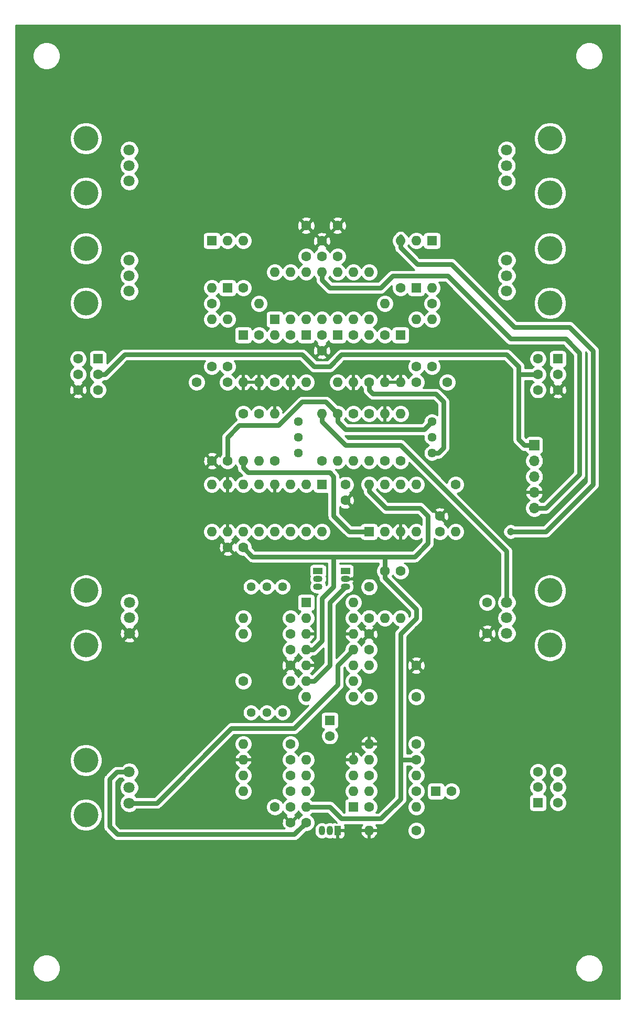
<source format=gbr>
G04 #@! TF.GenerationSoftware,KiCad,Pcbnew,(5.1.5)-3*
G04 #@! TF.CreationDate,2021-04-20T11:51:35+02:00*
G04 #@! TF.ProjectId,AnalogDrum_Drums,416e616c-6f67-4447-9275-6d5f4472756d,rev?*
G04 #@! TF.SameCoordinates,Original*
G04 #@! TF.FileFunction,Copper,L1,Top*
G04 #@! TF.FilePolarity,Positive*
%FSLAX46Y46*%
G04 Gerber Fmt 4.6, Leading zero omitted, Abs format (unit mm)*
G04 Created by KiCad (PCBNEW (5.1.5)-3) date 2021-04-20 11:51:35*
%MOMM*%
%LPD*%
G04 APERTURE LIST*
%ADD10C,4.000000*%
%ADD11C,1.800000*%
%ADD12C,1.600000*%
%ADD13R,1.600000X1.600000*%
%ADD14O,1.600000X1.600000*%
%ADD15C,1.440000*%
%ADD16R,1.050000X1.500000*%
%ADD17O,1.050000X1.500000*%
%ADD18R,1.500000X1.050000*%
%ADD19O,1.500000X1.050000*%
%ADD20O,1.700000X1.700000*%
%ADD21R,1.700000X1.700000*%
%ADD22C,1.200000*%
%ADD23C,0.750000*%
%ADD24C,0.254000*%
G04 APERTURE END LIST*
D10*
X54595000Y-148045000D03*
X54595000Y-156845000D03*
D11*
X61595000Y-149945000D03*
X61595000Y-152445000D03*
X61595000Y-154945000D03*
D10*
X54610000Y-120650000D03*
X54610000Y-129450000D03*
D11*
X61610000Y-122550000D03*
X61610000Y-125050000D03*
X61610000Y-127550000D03*
D10*
X129555000Y-74205000D03*
X129555000Y-65405000D03*
D11*
X122555000Y-72305000D03*
X122555000Y-69805000D03*
X122555000Y-67305000D03*
D10*
X129540000Y-56425000D03*
X129540000Y-47625000D03*
D11*
X122540000Y-54525000D03*
X122540000Y-52025000D03*
X122540000Y-49525000D03*
D10*
X54595000Y-65405000D03*
X54595000Y-74205000D03*
D11*
X61595000Y-67305000D03*
X61595000Y-69805000D03*
X61595000Y-72305000D03*
D10*
X54595000Y-47625000D03*
X54595000Y-56425000D03*
D11*
X61595000Y-49525000D03*
X61595000Y-52025000D03*
X61595000Y-54525000D03*
D10*
X129555000Y-129450000D03*
X129555000Y-120650000D03*
D11*
X122555000Y-127550000D03*
X122555000Y-125050000D03*
X122555000Y-122550000D03*
D12*
X100330000Y-120055000D03*
X100330000Y-125055000D03*
X95250000Y-61675000D03*
X95250000Y-66675000D03*
X112950000Y-86995000D03*
X107950000Y-86995000D03*
X90170000Y-61675000D03*
X90170000Y-66675000D03*
X72470000Y-86995000D03*
X77470000Y-86995000D03*
X119380000Y-127555000D03*
X119380000Y-122555000D03*
X113625000Y-153035000D03*
D13*
X111125000Y-153035000D03*
D12*
X130810000Y-149900000D03*
X130810000Y-152400000D03*
X130810000Y-154900000D03*
X127610000Y-149900000D03*
X127610000Y-152400000D03*
D13*
X127610000Y-154900000D03*
D14*
X100330000Y-159385000D03*
D12*
X107950000Y-159385000D03*
X127610000Y-88225000D03*
X127610000Y-85725000D03*
X127610000Y-83225000D03*
X130810000Y-88225000D03*
X130810000Y-85725000D03*
D13*
X130810000Y-83225000D03*
D12*
X53340000Y-88225000D03*
X53340000Y-85725000D03*
X53340000Y-83225000D03*
X56540000Y-88225000D03*
X56540000Y-85725000D03*
D13*
X56540000Y-83225000D03*
D14*
X90170000Y-155575000D03*
X97790000Y-147955000D03*
X90170000Y-153035000D03*
X97790000Y-150495000D03*
X90170000Y-150495000D03*
X97790000Y-153035000D03*
X90170000Y-147955000D03*
D13*
X97790000Y-155575000D03*
D14*
X97790000Y-122555000D03*
X90170000Y-137795000D03*
X97790000Y-125095000D03*
X90170000Y-135255000D03*
X97790000Y-127635000D03*
X90170000Y-132715000D03*
X97790000Y-130175000D03*
X90170000Y-130175000D03*
X97790000Y-132715000D03*
X90170000Y-127635000D03*
X97790000Y-135255000D03*
X90170000Y-125095000D03*
X97790000Y-137795000D03*
D13*
X90170000Y-122555000D03*
D14*
X100330000Y-103505000D03*
X107950000Y-111125000D03*
X102870000Y-103505000D03*
X105410000Y-111125000D03*
X105410000Y-103505000D03*
X102870000Y-111125000D03*
X107950000Y-103505000D03*
D13*
X100330000Y-111125000D03*
D14*
X92710000Y-111125000D03*
X74930000Y-103505000D03*
X90170000Y-111125000D03*
X77470000Y-103505000D03*
X87630000Y-111125000D03*
X80010000Y-103505000D03*
X85090000Y-111125000D03*
X82550000Y-103505000D03*
X82550000Y-111125000D03*
X85090000Y-103505000D03*
X80010000Y-111125000D03*
X87630000Y-103505000D03*
X77470000Y-111125000D03*
X90170000Y-103505000D03*
X74930000Y-111125000D03*
D13*
X92710000Y-103505000D03*
D14*
X85090000Y-69215000D03*
X100330000Y-76835000D03*
X87630000Y-69215000D03*
X97790000Y-76835000D03*
X90170000Y-69215000D03*
X95250000Y-76835000D03*
X92710000Y-69215000D03*
X92710000Y-76835000D03*
X95250000Y-69215000D03*
X90170000Y-76835000D03*
X97790000Y-69215000D03*
X87630000Y-76835000D03*
X100330000Y-69215000D03*
D13*
X85090000Y-76835000D03*
D15*
X86360000Y-140335000D03*
X83820000Y-140335000D03*
X81280000Y-140335000D03*
X86360000Y-120015000D03*
X83820000Y-120015000D03*
X81280000Y-120015000D03*
X88900000Y-93345000D03*
X88900000Y-95885000D03*
X88900000Y-98425000D03*
X110490000Y-93345000D03*
X110490000Y-95885000D03*
X110490000Y-98425000D03*
D14*
X107950000Y-155575000D03*
D12*
X100330000Y-155575000D03*
D14*
X100330000Y-153035000D03*
D12*
X107950000Y-153035000D03*
D14*
X105410000Y-125095000D03*
D12*
X105410000Y-117475000D03*
D14*
X100330000Y-145415000D03*
D12*
X107950000Y-145415000D03*
D14*
X80010000Y-153035000D03*
D12*
X87630000Y-153035000D03*
D14*
X80010000Y-147955000D03*
D12*
X87630000Y-147955000D03*
D14*
X107950000Y-150495000D03*
D12*
X100330000Y-150495000D03*
D14*
X80010000Y-145415000D03*
D12*
X87630000Y-145415000D03*
D14*
X80010000Y-127635000D03*
D12*
X87630000Y-127635000D03*
D14*
X100330000Y-132715000D03*
D12*
X107950000Y-132715000D03*
D14*
X100330000Y-137795000D03*
D12*
X107950000Y-137795000D03*
D14*
X80010000Y-150495000D03*
D12*
X87630000Y-150495000D03*
D14*
X87630000Y-135255000D03*
D12*
X80010000Y-135255000D03*
D14*
X102870000Y-125095000D03*
D12*
X102870000Y-117475000D03*
D14*
X80010000Y-125095000D03*
D12*
X87630000Y-125095000D03*
D14*
X100330000Y-147955000D03*
D12*
X107950000Y-147955000D03*
D14*
X85090000Y-92075000D03*
D12*
X85090000Y-99695000D03*
D14*
X80010000Y-99695000D03*
D12*
X80010000Y-92075000D03*
D14*
X92710000Y-92075000D03*
D12*
X92710000Y-99695000D03*
D14*
X82550000Y-99695000D03*
D12*
X82550000Y-92075000D03*
D14*
X102870000Y-92075000D03*
D12*
X102870000Y-99695000D03*
D14*
X100330000Y-99695000D03*
D12*
X100330000Y-92075000D03*
D14*
X95250000Y-99695000D03*
D12*
X95250000Y-92075000D03*
D14*
X97790000Y-99695000D03*
D12*
X97790000Y-92075000D03*
D14*
X114300000Y-111125000D03*
D12*
X114300000Y-103505000D03*
D14*
X105410000Y-92075000D03*
D12*
X105410000Y-99695000D03*
D14*
X102870000Y-86995000D03*
D12*
X102870000Y-79375000D03*
D14*
X97790000Y-86995000D03*
D12*
X97790000Y-79375000D03*
D14*
X110490000Y-76835000D03*
D12*
X110490000Y-84455000D03*
D14*
X105410000Y-64135000D03*
D12*
X105410000Y-71755000D03*
D14*
X102870000Y-74295000D03*
D12*
X110490000Y-74295000D03*
D14*
X107950000Y-76835000D03*
D12*
X107950000Y-84455000D03*
D14*
X100330000Y-79375000D03*
D12*
X100330000Y-86995000D03*
D14*
X82550000Y-86995000D03*
D12*
X82550000Y-79375000D03*
D14*
X87630000Y-86995000D03*
D12*
X87630000Y-79375000D03*
D14*
X74930000Y-76835000D03*
D12*
X74930000Y-84455000D03*
D14*
X80010000Y-64135000D03*
D12*
X80010000Y-71755000D03*
D14*
X82550000Y-74295000D03*
D12*
X74930000Y-74295000D03*
D14*
X77470000Y-76835000D03*
D12*
X77470000Y-84455000D03*
D14*
X85090000Y-79375000D03*
D12*
X85090000Y-86995000D03*
D16*
X95250000Y-159385000D03*
D17*
X92710000Y-159385000D03*
X93980000Y-159385000D03*
D18*
X96520000Y-117475000D03*
D19*
X96520000Y-120015000D03*
X96520000Y-118745000D03*
D18*
X92075000Y-117475000D03*
D19*
X92075000Y-120015000D03*
X92075000Y-118745000D03*
D20*
X127000000Y-107315000D03*
X127000000Y-104775000D03*
X127000000Y-102235000D03*
X127000000Y-99695000D03*
D21*
X127000000Y-97155000D03*
D14*
X105410000Y-86995000D03*
D13*
X105410000Y-79375000D03*
D14*
X107950000Y-64135000D03*
D13*
X107950000Y-71755000D03*
D14*
X95250000Y-86995000D03*
D13*
X95250000Y-79375000D03*
D14*
X110490000Y-71755000D03*
D13*
X110490000Y-64135000D03*
D14*
X80010000Y-86995000D03*
D13*
X80010000Y-79375000D03*
D14*
X77470000Y-64135000D03*
D13*
X77470000Y-71755000D03*
D14*
X90170000Y-86995000D03*
D13*
X90170000Y-79375000D03*
D14*
X74930000Y-71755000D03*
D13*
X74930000Y-64135000D03*
D12*
X93980000Y-144105000D03*
D13*
X93980000Y-141605000D03*
D12*
X100330000Y-130175000D03*
X100330000Y-127675000D03*
X87630000Y-132715000D03*
X87630000Y-130215000D03*
X87670000Y-158115000D03*
X90170000Y-158115000D03*
X111760000Y-111125000D03*
X111760000Y-108625000D03*
X77470000Y-99695000D03*
X74970000Y-99695000D03*
X96520000Y-106045000D03*
X96520000Y-103545000D03*
X77510000Y-113665000D03*
X80010000Y-113665000D03*
X92710000Y-66675000D03*
X92710000Y-64175000D03*
X92710000Y-81875000D03*
X92710000Y-79375000D03*
X87630000Y-155575000D03*
X85130000Y-155575000D03*
D22*
X44450000Y-30480000D03*
X54610000Y-30480000D03*
X64770000Y-30480000D03*
X74930000Y-30480000D03*
X85090000Y-30480000D03*
X95250000Y-30480000D03*
X105410000Y-30480000D03*
X115570000Y-30480000D03*
X125730000Y-30480000D03*
X139700000Y-30480000D03*
X44450000Y-40640000D03*
X44450000Y-50800000D03*
X44450000Y-60960000D03*
X44450000Y-71120000D03*
X44450000Y-81280000D03*
X44450000Y-91440000D03*
X44450000Y-101600000D03*
X44450000Y-111760000D03*
X44450000Y-121920000D03*
X44450000Y-132080000D03*
X44450000Y-142240000D03*
X44450000Y-152400000D03*
X44450000Y-162560000D03*
X44450000Y-172720000D03*
X44450000Y-185420000D03*
X54610000Y-185420000D03*
X64770000Y-185420000D03*
X74930000Y-185420000D03*
X85090000Y-185420000D03*
X95250000Y-185420000D03*
X105410000Y-185420000D03*
X115570000Y-185420000D03*
X125730000Y-185420000D03*
X139700000Y-185420000D03*
X139700000Y-40640000D03*
X139700000Y-50800000D03*
X139700000Y-60960000D03*
X139700000Y-71120000D03*
X139700000Y-81280000D03*
X139700000Y-91440000D03*
X139700000Y-101600000D03*
X139700000Y-111760000D03*
X139700000Y-121920000D03*
X139700000Y-132080000D03*
X139700000Y-142240000D03*
X139700000Y-152400000D03*
X139700000Y-162560000D03*
X139700000Y-172720000D03*
X123190000Y-111125000D03*
D23*
X122555000Y-114300000D02*
X122555000Y-122550000D01*
X105410000Y-97155000D02*
X122555000Y-114300000D01*
X96520000Y-97155000D02*
X105410000Y-97155000D01*
X92710000Y-92075000D02*
X92710000Y-93345000D01*
X92710000Y-93345000D02*
X96520000Y-97155000D01*
X106680000Y-147955000D02*
X107950000Y-147955000D01*
X102870000Y-118606370D02*
X107950000Y-123686370D01*
X102870000Y-117475000D02*
X102870000Y-118606370D01*
X107950000Y-123686370D02*
X107950000Y-125095000D01*
X107950000Y-125095000D02*
X105410000Y-127635000D01*
X105410000Y-147955000D02*
X107950000Y-147955000D01*
X92710000Y-128766370D02*
X91301370Y-130175000D01*
X94615000Y-115154110D02*
X94615000Y-120015000D01*
X91301370Y-130175000D02*
X90170000Y-130175000D01*
X94615000Y-120015000D02*
X92710000Y-121920000D01*
X81499110Y-115154110D02*
X94615000Y-115154110D01*
X80010000Y-113665000D02*
X81499110Y-115154110D01*
X92710000Y-121920000D02*
X92710000Y-128766370D01*
X105410000Y-135255000D02*
X105410000Y-147955000D01*
X105410000Y-127635000D02*
X105410000Y-135255000D01*
X100330000Y-104636370D02*
X100330000Y-103505000D01*
X103008630Y-107315000D02*
X100330000Y-104636370D01*
X107730890Y-115154110D02*
X109855000Y-113030000D01*
X109855000Y-113030000D02*
X109855000Y-108585000D01*
X109855000Y-108585000D02*
X108585000Y-107315000D01*
X108585000Y-107315000D02*
X103008630Y-107315000D01*
X102870000Y-115373220D02*
X102870000Y-117475000D01*
X102650890Y-115154110D02*
X102870000Y-115373220D01*
X102650890Y-115154110D02*
X107730890Y-115154110D01*
X94615000Y-115154110D02*
X102650890Y-115154110D01*
X88265000Y-160020000D02*
X90170000Y-158115000D01*
X100965000Y-88900000D02*
X100330000Y-88265000D01*
X110490000Y-98425000D02*
X111508233Y-98425000D01*
X112395000Y-97538233D02*
X112395000Y-90170000D01*
X111508233Y-98425000D02*
X112395000Y-97538233D01*
X112395000Y-90170000D02*
X111125000Y-88900000D01*
X100330000Y-88265000D02*
X100330000Y-86995000D01*
X111125000Y-88900000D02*
X100965000Y-88900000D01*
X93980000Y-155575000D02*
X90170000Y-155575000D01*
X95885000Y-157480000D02*
X93980000Y-155575000D01*
X102235000Y-157480000D02*
X95885000Y-157480000D01*
X105410000Y-147955000D02*
X105410000Y-154305000D01*
X105410000Y-154305000D02*
X102235000Y-157480000D01*
X61595000Y-149945000D02*
X59605000Y-149945000D01*
X59605000Y-149945000D02*
X58420000Y-151130000D01*
X58420000Y-151130000D02*
X58420000Y-158750000D01*
X59690000Y-160020000D02*
X88265000Y-160020000D01*
X58420000Y-158750000D02*
X59690000Y-160020000D01*
X95250000Y-92075000D02*
X95250000Y-93345000D01*
X95250000Y-93345000D02*
X96520000Y-94615000D01*
X109220000Y-94615000D02*
X110490000Y-93345000D01*
X96520000Y-94615000D02*
X109220000Y-94615000D01*
X128905000Y-107315000D02*
X127000000Y-107315000D01*
X134300009Y-82230009D02*
X134300009Y-101919991D01*
X132080000Y-80010000D02*
X134300009Y-82230009D01*
X113030000Y-69850000D02*
X123190000Y-80010000D01*
X134300009Y-101919991D02*
X128905000Y-107315000D01*
X92710000Y-70485000D02*
X93980000Y-71755000D01*
X123190000Y-80010000D02*
X132080000Y-80010000D01*
X92710000Y-69215000D02*
X92710000Y-70485000D01*
X93980000Y-71755000D02*
X102235000Y-71755000D01*
X102235000Y-71755000D02*
X104140000Y-69850000D01*
X104140000Y-69850000D02*
X113030000Y-69850000D01*
X77470000Y-95885000D02*
X79375000Y-93980000D01*
X93345000Y-90170000D02*
X95250000Y-92075000D01*
X85725000Y-93980000D02*
X89535000Y-90170000D01*
X77470000Y-99695000D02*
X77470000Y-95885000D01*
X79375000Y-93980000D02*
X85725000Y-93980000D01*
X89535000Y-90170000D02*
X93345000Y-90170000D01*
X66035000Y-154945000D02*
X61595000Y-154945000D01*
X95250000Y-132715000D02*
X95250000Y-135890000D01*
X88265000Y-142875000D02*
X78105000Y-142875000D01*
X97790000Y-130175000D02*
X95250000Y-132715000D01*
X95250000Y-135890000D02*
X88265000Y-142875000D01*
X78105000Y-142875000D02*
X66035000Y-154945000D01*
X125400000Y-97155000D02*
X124460000Y-96215000D01*
X127000000Y-97155000D02*
X125400000Y-97155000D01*
X124460000Y-96215000D02*
X124460000Y-86995000D01*
X125730000Y-85725000D02*
X127610000Y-85725000D01*
X122555000Y-82550000D02*
X124460000Y-84455000D01*
X93980000Y-84455000D02*
X95885000Y-82550000D01*
X57671370Y-85725000D02*
X60846370Y-82550000D01*
X95885000Y-82550000D02*
X122555000Y-82550000D01*
X89535000Y-82550000D02*
X91440000Y-84455000D01*
X56540000Y-85725000D02*
X57671370Y-85725000D01*
X60846370Y-82550000D02*
X89535000Y-82550000D01*
X91440000Y-84455000D02*
X93980000Y-84455000D01*
X125730000Y-85725000D02*
X124460000Y-85725000D01*
X124460000Y-84455000D02*
X124460000Y-85725000D01*
X124460000Y-85725000D02*
X124460000Y-86995000D01*
X93980000Y-132715000D02*
X91440000Y-135255000D01*
X91440000Y-135255000D02*
X90170000Y-135255000D01*
X96520000Y-120015000D02*
X93980000Y-122555000D01*
X93980000Y-122555000D02*
X93980000Y-132715000D01*
X105410000Y-63500000D02*
X105410000Y-64135000D01*
X123190000Y-111125000D02*
X128905000Y-111125000D01*
X128905000Y-111125000D02*
X136525000Y-103505000D01*
X105410000Y-65266370D02*
X108088630Y-67945000D01*
X105410000Y-64135000D02*
X105410000Y-65266370D01*
X108088630Y-67945000D02*
X113665000Y-67945000D01*
X113665000Y-67945000D02*
X123825000Y-78105000D01*
X123825000Y-78105000D02*
X132715000Y-78105000D01*
X136525000Y-81915000D02*
X136525000Y-103505000D01*
X132715000Y-78105000D02*
X136525000Y-81915000D01*
X97155000Y-111125000D02*
X100330000Y-111125000D01*
X94615000Y-108585000D02*
X97155000Y-111125000D01*
X80010000Y-100826370D02*
X80783630Y-101600000D01*
X80010000Y-99695000D02*
X80010000Y-100826370D01*
X80783630Y-101600000D02*
X93980000Y-101600000D01*
X93980000Y-101600000D02*
X94615000Y-102235000D01*
X94615000Y-102235000D02*
X94615000Y-108585000D01*
D24*
G36*
X140843000Y-186563000D02*
G01*
X43307000Y-186563000D01*
X43307000Y-181389872D01*
X46025000Y-181389872D01*
X46025000Y-181830128D01*
X46110890Y-182261925D01*
X46279369Y-182668669D01*
X46523962Y-183034729D01*
X46835271Y-183346038D01*
X47201331Y-183590631D01*
X47608075Y-183759110D01*
X48039872Y-183845000D01*
X48480128Y-183845000D01*
X48911925Y-183759110D01*
X49318669Y-183590631D01*
X49684729Y-183346038D01*
X49996038Y-183034729D01*
X50240631Y-182668669D01*
X50409110Y-182261925D01*
X50495000Y-181830128D01*
X50495000Y-181389872D01*
X133655000Y-181389872D01*
X133655000Y-181830128D01*
X133740890Y-182261925D01*
X133909369Y-182668669D01*
X134153962Y-183034729D01*
X134465271Y-183346038D01*
X134831331Y-183590631D01*
X135238075Y-183759110D01*
X135669872Y-183845000D01*
X136110128Y-183845000D01*
X136541925Y-183759110D01*
X136948669Y-183590631D01*
X137314729Y-183346038D01*
X137626038Y-183034729D01*
X137870631Y-182668669D01*
X138039110Y-182261925D01*
X138125000Y-181830128D01*
X138125000Y-181389872D01*
X138039110Y-180958075D01*
X137870631Y-180551331D01*
X137626038Y-180185271D01*
X137314729Y-179873962D01*
X136948669Y-179629369D01*
X136541925Y-179460890D01*
X136110128Y-179375000D01*
X135669872Y-179375000D01*
X135238075Y-179460890D01*
X134831331Y-179629369D01*
X134465271Y-179873962D01*
X134153962Y-180185271D01*
X133909369Y-180551331D01*
X133740890Y-180958075D01*
X133655000Y-181389872D01*
X50495000Y-181389872D01*
X50409110Y-180958075D01*
X50240631Y-180551331D01*
X49996038Y-180185271D01*
X49684729Y-179873962D01*
X49318669Y-179629369D01*
X48911925Y-179460890D01*
X48480128Y-179375000D01*
X48039872Y-179375000D01*
X47608075Y-179460890D01*
X47201331Y-179629369D01*
X46835271Y-179873962D01*
X46523962Y-180185271D01*
X46279369Y-180551331D01*
X46110890Y-180958075D01*
X46025000Y-181389872D01*
X43307000Y-181389872D01*
X43307000Y-156585475D01*
X51960000Y-156585475D01*
X51960000Y-157104525D01*
X52061261Y-157613601D01*
X52259893Y-158093141D01*
X52548262Y-158524715D01*
X52915285Y-158891738D01*
X53346859Y-159180107D01*
X53826399Y-159378739D01*
X54335475Y-159480000D01*
X54854525Y-159480000D01*
X55363601Y-159378739D01*
X55843141Y-159180107D01*
X56274715Y-158891738D01*
X56641738Y-158524715D01*
X56930107Y-158093141D01*
X57128739Y-157613601D01*
X57230000Y-157104525D01*
X57230000Y-156585475D01*
X57128739Y-156076399D01*
X56930107Y-155596859D01*
X56641738Y-155165285D01*
X56274715Y-154798262D01*
X55843141Y-154509893D01*
X55363601Y-154311261D01*
X54854525Y-154210000D01*
X54335475Y-154210000D01*
X53826399Y-154311261D01*
X53346859Y-154509893D01*
X52915285Y-154798262D01*
X52548262Y-155165285D01*
X52259893Y-155596859D01*
X52061261Y-156076399D01*
X51960000Y-156585475D01*
X43307000Y-156585475D01*
X43307000Y-151130000D01*
X57405114Y-151130000D01*
X57410000Y-151179608D01*
X57410001Y-158700382D01*
X57405114Y-158750000D01*
X57424615Y-158947994D01*
X57482368Y-159138379D01*
X57538645Y-159243665D01*
X57576154Y-159313840D01*
X57702368Y-159467633D01*
X57740901Y-159499256D01*
X58940739Y-160699094D01*
X58972367Y-160737633D01*
X59126160Y-160863847D01*
X59301620Y-160957632D01*
X59492006Y-161015385D01*
X59640392Y-161030000D01*
X59640394Y-161030000D01*
X59689999Y-161034886D01*
X59739604Y-161030000D01*
X88215392Y-161030000D01*
X88265000Y-161034886D01*
X88462994Y-161015385D01*
X88462997Y-161015384D01*
X88653380Y-160957632D01*
X88828840Y-160863847D01*
X88982633Y-160737633D01*
X89014261Y-160699094D01*
X90163356Y-159550000D01*
X90311335Y-159550000D01*
X90588574Y-159494853D01*
X90849727Y-159386680D01*
X91084759Y-159229637D01*
X91284637Y-159029759D01*
X91441680Y-158794727D01*
X91549853Y-158533574D01*
X91605000Y-158256335D01*
X91605000Y-157973665D01*
X91549853Y-157696426D01*
X91441680Y-157435273D01*
X91284637Y-157200241D01*
X91084759Y-157000363D01*
X90852241Y-156845000D01*
X91084759Y-156689637D01*
X91189396Y-156585000D01*
X93561645Y-156585000D01*
X95122998Y-158146354D01*
X95122998Y-158158748D01*
X94964250Y-158000000D01*
X94725000Y-157996928D01*
X94600518Y-158009188D01*
X94480820Y-158045498D01*
X94416098Y-158080093D01*
X94207400Y-158016785D01*
X93980000Y-157994388D01*
X93752601Y-158016785D01*
X93533941Y-158083115D01*
X93345001Y-158184106D01*
X93156060Y-158083115D01*
X92937400Y-158016785D01*
X92710000Y-157994388D01*
X92482601Y-158016785D01*
X92263941Y-158083115D01*
X92062422Y-158190829D01*
X91885789Y-158335788D01*
X91740830Y-158512421D01*
X91633115Y-158713940D01*
X91566785Y-158932600D01*
X91550000Y-159103021D01*
X91550000Y-159666978D01*
X91566785Y-159837399D01*
X91633115Y-160056059D01*
X91740829Y-160257578D01*
X91885788Y-160434212D01*
X92062421Y-160579171D01*
X92263940Y-160686885D01*
X92482600Y-160753215D01*
X92710000Y-160775612D01*
X92937399Y-160753215D01*
X93156059Y-160686885D01*
X93345000Y-160585894D01*
X93533940Y-160686885D01*
X93752600Y-160753215D01*
X93980000Y-160775612D01*
X94207399Y-160753215D01*
X94416098Y-160689907D01*
X94480820Y-160724502D01*
X94600518Y-160760812D01*
X94725000Y-160773072D01*
X94964250Y-160770000D01*
X95123000Y-160611250D01*
X95123000Y-159838109D01*
X95123215Y-159837400D01*
X95140000Y-159666979D01*
X95140000Y-159512000D01*
X95377000Y-159512000D01*
X95377000Y-160611250D01*
X95535750Y-160770000D01*
X95775000Y-160773072D01*
X95899482Y-160760812D01*
X96019180Y-160724502D01*
X96129494Y-160665537D01*
X96226185Y-160586185D01*
X96305537Y-160489494D01*
X96364502Y-160379180D01*
X96400812Y-160259482D01*
X96413072Y-160135000D01*
X96410419Y-159734039D01*
X98938096Y-159734039D01*
X98978754Y-159868087D01*
X99098963Y-160122420D01*
X99266481Y-160348414D01*
X99474869Y-160537385D01*
X99716119Y-160682070D01*
X99980960Y-160776909D01*
X100203000Y-160655624D01*
X100203000Y-159512000D01*
X100457000Y-159512000D01*
X100457000Y-160655624D01*
X100679040Y-160776909D01*
X100943881Y-160682070D01*
X101185131Y-160537385D01*
X101393519Y-160348414D01*
X101561037Y-160122420D01*
X101681246Y-159868087D01*
X101721904Y-159734039D01*
X101599915Y-159512000D01*
X100457000Y-159512000D01*
X100203000Y-159512000D01*
X99060085Y-159512000D01*
X98938096Y-159734039D01*
X96410419Y-159734039D01*
X96410000Y-159670750D01*
X96251250Y-159512000D01*
X95377000Y-159512000D01*
X95140000Y-159512000D01*
X95140000Y-159238000D01*
X95377000Y-159238000D01*
X95377000Y-159258000D01*
X96251250Y-159258000D01*
X96410000Y-159099250D01*
X96413072Y-158635000D01*
X96400812Y-158510518D01*
X96394588Y-158490000D01*
X99215769Y-158490000D01*
X99098963Y-158647580D01*
X98978754Y-158901913D01*
X98938096Y-159035961D01*
X99060085Y-159258000D01*
X100203000Y-159258000D01*
X100203000Y-159238000D01*
X100457000Y-159238000D01*
X100457000Y-159258000D01*
X101599915Y-159258000D01*
X101607790Y-159243665D01*
X106515000Y-159243665D01*
X106515000Y-159526335D01*
X106570147Y-159803574D01*
X106678320Y-160064727D01*
X106835363Y-160299759D01*
X107035241Y-160499637D01*
X107270273Y-160656680D01*
X107531426Y-160764853D01*
X107808665Y-160820000D01*
X108091335Y-160820000D01*
X108368574Y-160764853D01*
X108629727Y-160656680D01*
X108864759Y-160499637D01*
X109064637Y-160299759D01*
X109221680Y-160064727D01*
X109329853Y-159803574D01*
X109385000Y-159526335D01*
X109385000Y-159243665D01*
X109329853Y-158966426D01*
X109221680Y-158705273D01*
X109064637Y-158470241D01*
X108864759Y-158270363D01*
X108629727Y-158113320D01*
X108368574Y-158005147D01*
X108091335Y-157950000D01*
X107808665Y-157950000D01*
X107531426Y-158005147D01*
X107270273Y-158113320D01*
X107035241Y-158270363D01*
X106835363Y-158470241D01*
X106678320Y-158705273D01*
X106570147Y-158966426D01*
X106515000Y-159243665D01*
X101607790Y-159243665D01*
X101721904Y-159035961D01*
X101681246Y-158901913D01*
X101561037Y-158647580D01*
X101444231Y-158490000D01*
X102185392Y-158490000D01*
X102235000Y-158494886D01*
X102432994Y-158475385D01*
X102466800Y-158465130D01*
X102623380Y-158417632D01*
X102798840Y-158323847D01*
X102952633Y-158197633D01*
X102984261Y-158159094D01*
X106089094Y-155054261D01*
X106127633Y-155022633D01*
X106253847Y-154868840D01*
X106347632Y-154693380D01*
X106405385Y-154502994D01*
X106420000Y-154354608D01*
X106420000Y-154354606D01*
X106424886Y-154305001D01*
X106420000Y-154255396D01*
X106420000Y-148965000D01*
X106930604Y-148965000D01*
X107035241Y-149069637D01*
X107267759Y-149225000D01*
X107035241Y-149380363D01*
X106835363Y-149580241D01*
X106678320Y-149815273D01*
X106570147Y-150076426D01*
X106515000Y-150353665D01*
X106515000Y-150636335D01*
X106570147Y-150913574D01*
X106678320Y-151174727D01*
X106835363Y-151409759D01*
X107035241Y-151609637D01*
X107267759Y-151765000D01*
X107035241Y-151920363D01*
X106835363Y-152120241D01*
X106678320Y-152355273D01*
X106570147Y-152616426D01*
X106515000Y-152893665D01*
X106515000Y-153176335D01*
X106570147Y-153453574D01*
X106678320Y-153714727D01*
X106835363Y-153949759D01*
X107035241Y-154149637D01*
X107267759Y-154305000D01*
X107035241Y-154460363D01*
X106835363Y-154660241D01*
X106678320Y-154895273D01*
X106570147Y-155156426D01*
X106515000Y-155433665D01*
X106515000Y-155716335D01*
X106570147Y-155993574D01*
X106678320Y-156254727D01*
X106835363Y-156489759D01*
X107035241Y-156689637D01*
X107270273Y-156846680D01*
X107531426Y-156954853D01*
X107808665Y-157010000D01*
X108091335Y-157010000D01*
X108368574Y-156954853D01*
X108629727Y-156846680D01*
X108864759Y-156689637D01*
X109064637Y-156489759D01*
X109221680Y-156254727D01*
X109329853Y-155993574D01*
X109385000Y-155716335D01*
X109385000Y-155433665D01*
X109329853Y-155156426D01*
X109221680Y-154895273D01*
X109064637Y-154660241D01*
X108864759Y-154460363D01*
X108632241Y-154305000D01*
X108864759Y-154149637D01*
X109064637Y-153949759D01*
X109221680Y-153714727D01*
X109329853Y-153453574D01*
X109385000Y-153176335D01*
X109385000Y-152893665D01*
X109329853Y-152616426D01*
X109221680Y-152355273D01*
X109141317Y-152235000D01*
X109686928Y-152235000D01*
X109686928Y-153835000D01*
X109699188Y-153959482D01*
X109735498Y-154079180D01*
X109794463Y-154189494D01*
X109873815Y-154286185D01*
X109970506Y-154365537D01*
X110080820Y-154424502D01*
X110200518Y-154460812D01*
X110325000Y-154473072D01*
X111925000Y-154473072D01*
X112049482Y-154460812D01*
X112169180Y-154424502D01*
X112279494Y-154365537D01*
X112376185Y-154286185D01*
X112455537Y-154189494D01*
X112514502Y-154079180D01*
X112543661Y-153983057D01*
X112710241Y-154149637D01*
X112945273Y-154306680D01*
X113206426Y-154414853D01*
X113483665Y-154470000D01*
X113766335Y-154470000D01*
X114043574Y-154414853D01*
X114304727Y-154306680D01*
X114539759Y-154149637D01*
X114589396Y-154100000D01*
X126171928Y-154100000D01*
X126171928Y-155700000D01*
X126184188Y-155824482D01*
X126220498Y-155944180D01*
X126279463Y-156054494D01*
X126358815Y-156151185D01*
X126455506Y-156230537D01*
X126565820Y-156289502D01*
X126685518Y-156325812D01*
X126810000Y-156338072D01*
X128410000Y-156338072D01*
X128534482Y-156325812D01*
X128654180Y-156289502D01*
X128764494Y-156230537D01*
X128861185Y-156151185D01*
X128940537Y-156054494D01*
X128999502Y-155944180D01*
X129035812Y-155824482D01*
X129048072Y-155700000D01*
X129048072Y-154100000D01*
X129035812Y-153975518D01*
X128999502Y-153855820D01*
X128940537Y-153745506D01*
X128861185Y-153648815D01*
X128764494Y-153569463D01*
X128654180Y-153510498D01*
X128558057Y-153481339D01*
X128724637Y-153314759D01*
X128881680Y-153079727D01*
X128989853Y-152818574D01*
X129045000Y-152541335D01*
X129045000Y-152258665D01*
X128989853Y-151981426D01*
X128881680Y-151720273D01*
X128724637Y-151485241D01*
X128524759Y-151285363D01*
X128322173Y-151150000D01*
X128524759Y-151014637D01*
X128724637Y-150814759D01*
X128881680Y-150579727D01*
X128989853Y-150318574D01*
X129045000Y-150041335D01*
X129045000Y-149758665D01*
X129375000Y-149758665D01*
X129375000Y-150041335D01*
X129430147Y-150318574D01*
X129538320Y-150579727D01*
X129695363Y-150814759D01*
X129895241Y-151014637D01*
X130097827Y-151150000D01*
X129895241Y-151285363D01*
X129695363Y-151485241D01*
X129538320Y-151720273D01*
X129430147Y-151981426D01*
X129375000Y-152258665D01*
X129375000Y-152541335D01*
X129430147Y-152818574D01*
X129538320Y-153079727D01*
X129695363Y-153314759D01*
X129895241Y-153514637D01*
X130097827Y-153650000D01*
X129895241Y-153785363D01*
X129695363Y-153985241D01*
X129538320Y-154220273D01*
X129430147Y-154481426D01*
X129375000Y-154758665D01*
X129375000Y-155041335D01*
X129430147Y-155318574D01*
X129538320Y-155579727D01*
X129695363Y-155814759D01*
X129895241Y-156014637D01*
X130130273Y-156171680D01*
X130391426Y-156279853D01*
X130668665Y-156335000D01*
X130951335Y-156335000D01*
X131228574Y-156279853D01*
X131489727Y-156171680D01*
X131724759Y-156014637D01*
X131924637Y-155814759D01*
X132081680Y-155579727D01*
X132189853Y-155318574D01*
X132245000Y-155041335D01*
X132245000Y-154758665D01*
X132189853Y-154481426D01*
X132081680Y-154220273D01*
X131924637Y-153985241D01*
X131724759Y-153785363D01*
X131522173Y-153650000D01*
X131724759Y-153514637D01*
X131924637Y-153314759D01*
X132081680Y-153079727D01*
X132189853Y-152818574D01*
X132245000Y-152541335D01*
X132245000Y-152258665D01*
X132189853Y-151981426D01*
X132081680Y-151720273D01*
X131924637Y-151485241D01*
X131724759Y-151285363D01*
X131522173Y-151150000D01*
X131724759Y-151014637D01*
X131924637Y-150814759D01*
X132081680Y-150579727D01*
X132189853Y-150318574D01*
X132245000Y-150041335D01*
X132245000Y-149758665D01*
X132189853Y-149481426D01*
X132081680Y-149220273D01*
X131924637Y-148985241D01*
X131724759Y-148785363D01*
X131489727Y-148628320D01*
X131228574Y-148520147D01*
X130951335Y-148465000D01*
X130668665Y-148465000D01*
X130391426Y-148520147D01*
X130130273Y-148628320D01*
X129895241Y-148785363D01*
X129695363Y-148985241D01*
X129538320Y-149220273D01*
X129430147Y-149481426D01*
X129375000Y-149758665D01*
X129045000Y-149758665D01*
X128989853Y-149481426D01*
X128881680Y-149220273D01*
X128724637Y-148985241D01*
X128524759Y-148785363D01*
X128289727Y-148628320D01*
X128028574Y-148520147D01*
X127751335Y-148465000D01*
X127468665Y-148465000D01*
X127191426Y-148520147D01*
X126930273Y-148628320D01*
X126695241Y-148785363D01*
X126495363Y-148985241D01*
X126338320Y-149220273D01*
X126230147Y-149481426D01*
X126175000Y-149758665D01*
X126175000Y-150041335D01*
X126230147Y-150318574D01*
X126338320Y-150579727D01*
X126495363Y-150814759D01*
X126695241Y-151014637D01*
X126897827Y-151150000D01*
X126695241Y-151285363D01*
X126495363Y-151485241D01*
X126338320Y-151720273D01*
X126230147Y-151981426D01*
X126175000Y-152258665D01*
X126175000Y-152541335D01*
X126230147Y-152818574D01*
X126338320Y-153079727D01*
X126495363Y-153314759D01*
X126661943Y-153481339D01*
X126565820Y-153510498D01*
X126455506Y-153569463D01*
X126358815Y-153648815D01*
X126279463Y-153745506D01*
X126220498Y-153855820D01*
X126184188Y-153975518D01*
X126171928Y-154100000D01*
X114589396Y-154100000D01*
X114739637Y-153949759D01*
X114896680Y-153714727D01*
X115004853Y-153453574D01*
X115060000Y-153176335D01*
X115060000Y-152893665D01*
X115004853Y-152616426D01*
X114896680Y-152355273D01*
X114739637Y-152120241D01*
X114539759Y-151920363D01*
X114304727Y-151763320D01*
X114043574Y-151655147D01*
X113766335Y-151600000D01*
X113483665Y-151600000D01*
X113206426Y-151655147D01*
X112945273Y-151763320D01*
X112710241Y-151920363D01*
X112543661Y-152086943D01*
X112514502Y-151990820D01*
X112455537Y-151880506D01*
X112376185Y-151783815D01*
X112279494Y-151704463D01*
X112169180Y-151645498D01*
X112049482Y-151609188D01*
X111925000Y-151596928D01*
X110325000Y-151596928D01*
X110200518Y-151609188D01*
X110080820Y-151645498D01*
X109970506Y-151704463D01*
X109873815Y-151783815D01*
X109794463Y-151880506D01*
X109735498Y-151990820D01*
X109699188Y-152110518D01*
X109686928Y-152235000D01*
X109141317Y-152235000D01*
X109064637Y-152120241D01*
X108864759Y-151920363D01*
X108632241Y-151765000D01*
X108864759Y-151609637D01*
X109064637Y-151409759D01*
X109221680Y-151174727D01*
X109329853Y-150913574D01*
X109385000Y-150636335D01*
X109385000Y-150353665D01*
X109329853Y-150076426D01*
X109221680Y-149815273D01*
X109064637Y-149580241D01*
X108864759Y-149380363D01*
X108632241Y-149225000D01*
X108864759Y-149069637D01*
X109064637Y-148869759D01*
X109221680Y-148634727D01*
X109329853Y-148373574D01*
X109385000Y-148096335D01*
X109385000Y-147813665D01*
X109329853Y-147536426D01*
X109221680Y-147275273D01*
X109064637Y-147040241D01*
X108864759Y-146840363D01*
X108632241Y-146685000D01*
X108864759Y-146529637D01*
X109064637Y-146329759D01*
X109221680Y-146094727D01*
X109329853Y-145833574D01*
X109385000Y-145556335D01*
X109385000Y-145273665D01*
X109329853Y-144996426D01*
X109221680Y-144735273D01*
X109064637Y-144500241D01*
X108864759Y-144300363D01*
X108629727Y-144143320D01*
X108368574Y-144035147D01*
X108091335Y-143980000D01*
X107808665Y-143980000D01*
X107531426Y-144035147D01*
X107270273Y-144143320D01*
X107035241Y-144300363D01*
X106835363Y-144500241D01*
X106678320Y-144735273D01*
X106570147Y-144996426D01*
X106515000Y-145273665D01*
X106515000Y-145556335D01*
X106570147Y-145833574D01*
X106678320Y-146094727D01*
X106835363Y-146329759D01*
X107035241Y-146529637D01*
X107267759Y-146685000D01*
X107035241Y-146840363D01*
X106930604Y-146945000D01*
X106420000Y-146945000D01*
X106420000Y-137653665D01*
X106515000Y-137653665D01*
X106515000Y-137936335D01*
X106570147Y-138213574D01*
X106678320Y-138474727D01*
X106835363Y-138709759D01*
X107035241Y-138909637D01*
X107270273Y-139066680D01*
X107531426Y-139174853D01*
X107808665Y-139230000D01*
X108091335Y-139230000D01*
X108368574Y-139174853D01*
X108629727Y-139066680D01*
X108864759Y-138909637D01*
X109064637Y-138709759D01*
X109221680Y-138474727D01*
X109329853Y-138213574D01*
X109385000Y-137936335D01*
X109385000Y-137653665D01*
X109329853Y-137376426D01*
X109221680Y-137115273D01*
X109064637Y-136880241D01*
X108864759Y-136680363D01*
X108629727Y-136523320D01*
X108368574Y-136415147D01*
X108091335Y-136360000D01*
X107808665Y-136360000D01*
X107531426Y-136415147D01*
X107270273Y-136523320D01*
X107035241Y-136680363D01*
X106835363Y-136880241D01*
X106678320Y-137115273D01*
X106570147Y-137376426D01*
X106515000Y-137653665D01*
X106420000Y-137653665D01*
X106420000Y-133707702D01*
X107136903Y-133707702D01*
X107208486Y-133951671D01*
X107463996Y-134072571D01*
X107738184Y-134141300D01*
X108020512Y-134155217D01*
X108300130Y-134113787D01*
X108566292Y-134018603D01*
X108691514Y-133951671D01*
X108763097Y-133707702D01*
X107950000Y-132894605D01*
X107136903Y-133707702D01*
X106420000Y-133707702D01*
X106420000Y-132785512D01*
X106509783Y-132785512D01*
X106551213Y-133065130D01*
X106646397Y-133331292D01*
X106713329Y-133456514D01*
X106957298Y-133528097D01*
X107770395Y-132715000D01*
X108129605Y-132715000D01*
X108942702Y-133528097D01*
X109186671Y-133456514D01*
X109307571Y-133201004D01*
X109376300Y-132926816D01*
X109390217Y-132644488D01*
X109348787Y-132364870D01*
X109253603Y-132098708D01*
X109186671Y-131973486D01*
X108942702Y-131901903D01*
X108129605Y-132715000D01*
X107770395Y-132715000D01*
X106957298Y-131901903D01*
X106713329Y-131973486D01*
X106592429Y-132228996D01*
X106523700Y-132503184D01*
X106509783Y-132785512D01*
X106420000Y-132785512D01*
X106420000Y-131722298D01*
X107136903Y-131722298D01*
X107950000Y-132535395D01*
X108763097Y-131722298D01*
X108691514Y-131478329D01*
X108436004Y-131357429D01*
X108161816Y-131288700D01*
X107879488Y-131274783D01*
X107599870Y-131316213D01*
X107333708Y-131411397D01*
X107208486Y-131478329D01*
X107136903Y-131722298D01*
X106420000Y-131722298D01*
X106420000Y-129190475D01*
X126920000Y-129190475D01*
X126920000Y-129709525D01*
X127021261Y-130218601D01*
X127219893Y-130698141D01*
X127508262Y-131129715D01*
X127875285Y-131496738D01*
X128306859Y-131785107D01*
X128786399Y-131983739D01*
X129295475Y-132085000D01*
X129814525Y-132085000D01*
X130323601Y-131983739D01*
X130803141Y-131785107D01*
X131234715Y-131496738D01*
X131601738Y-131129715D01*
X131890107Y-130698141D01*
X132088739Y-130218601D01*
X132190000Y-129709525D01*
X132190000Y-129190475D01*
X132088739Y-128681399D01*
X131890107Y-128201859D01*
X131601738Y-127770285D01*
X131234715Y-127403262D01*
X130803141Y-127114893D01*
X130323601Y-126916261D01*
X129814525Y-126815000D01*
X129295475Y-126815000D01*
X128786399Y-126916261D01*
X128306859Y-127114893D01*
X127875285Y-127403262D01*
X127508262Y-127770285D01*
X127219893Y-128201859D01*
X127021261Y-128681399D01*
X126920000Y-129190475D01*
X106420000Y-129190475D01*
X106420000Y-128547702D01*
X118566903Y-128547702D01*
X118638486Y-128791671D01*
X118893996Y-128912571D01*
X119168184Y-128981300D01*
X119450512Y-128995217D01*
X119730130Y-128953787D01*
X119996292Y-128858603D01*
X120121514Y-128791671D01*
X120193097Y-128547702D01*
X119380000Y-127734605D01*
X118566903Y-128547702D01*
X106420000Y-128547702D01*
X106420000Y-128053355D01*
X106847843Y-127625512D01*
X117939783Y-127625512D01*
X117981213Y-127905130D01*
X118076397Y-128171292D01*
X118143329Y-128296514D01*
X118387298Y-128368097D01*
X119200395Y-127555000D01*
X119559605Y-127555000D01*
X120372702Y-128368097D01*
X120616671Y-128296514D01*
X120737571Y-128041004D01*
X120806300Y-127766816D01*
X120820217Y-127484488D01*
X120778787Y-127204870D01*
X120683603Y-126938708D01*
X120616671Y-126813486D01*
X120372702Y-126741903D01*
X119559605Y-127555000D01*
X119200395Y-127555000D01*
X118387298Y-126741903D01*
X118143329Y-126813486D01*
X118022429Y-127068996D01*
X117953700Y-127343184D01*
X117939783Y-127625512D01*
X106847843Y-127625512D01*
X107911057Y-126562298D01*
X118566903Y-126562298D01*
X119380000Y-127375395D01*
X120193097Y-126562298D01*
X120121514Y-126318329D01*
X119866004Y-126197429D01*
X119591816Y-126128700D01*
X119309488Y-126114783D01*
X119029870Y-126156213D01*
X118763708Y-126251397D01*
X118638486Y-126318329D01*
X118566903Y-126562298D01*
X107911057Y-126562298D01*
X108629100Y-125844256D01*
X108667633Y-125812633D01*
X108793847Y-125658840D01*
X108887632Y-125483380D01*
X108945385Y-125292994D01*
X108960000Y-125144608D01*
X108960000Y-125144606D01*
X108964886Y-125095001D01*
X108960000Y-125045396D01*
X108960000Y-123735978D01*
X108964886Y-123686370D01*
X108945385Y-123488375D01*
X108887632Y-123297990D01*
X108853817Y-123234727D01*
X108793847Y-123122530D01*
X108667633Y-122968737D01*
X108629100Y-122937114D01*
X108105651Y-122413665D01*
X117945000Y-122413665D01*
X117945000Y-122696335D01*
X118000147Y-122973574D01*
X118108320Y-123234727D01*
X118265363Y-123469759D01*
X118465241Y-123669637D01*
X118700273Y-123826680D01*
X118961426Y-123934853D01*
X119238665Y-123990000D01*
X119521335Y-123990000D01*
X119798574Y-123934853D01*
X120059727Y-123826680D01*
X120294759Y-123669637D01*
X120494637Y-123469759D01*
X120651680Y-123234727D01*
X120759853Y-122973574D01*
X120815000Y-122696335D01*
X120815000Y-122413665D01*
X120759853Y-122136426D01*
X120651680Y-121875273D01*
X120494637Y-121640241D01*
X120294759Y-121440363D01*
X120059727Y-121283320D01*
X119798574Y-121175147D01*
X119521335Y-121120000D01*
X119238665Y-121120000D01*
X118961426Y-121175147D01*
X118700273Y-121283320D01*
X118465241Y-121440363D01*
X118265363Y-121640241D01*
X118108320Y-121875273D01*
X118000147Y-122136426D01*
X117945000Y-122413665D01*
X108105651Y-122413665D01*
X104023533Y-118331547D01*
X104140000Y-118157241D01*
X104295363Y-118389759D01*
X104495241Y-118589637D01*
X104730273Y-118746680D01*
X104991426Y-118854853D01*
X105268665Y-118910000D01*
X105551335Y-118910000D01*
X105828574Y-118854853D01*
X106089727Y-118746680D01*
X106324759Y-118589637D01*
X106524637Y-118389759D01*
X106681680Y-118154727D01*
X106789853Y-117893574D01*
X106845000Y-117616335D01*
X106845000Y-117333665D01*
X106789853Y-117056426D01*
X106681680Y-116795273D01*
X106524637Y-116560241D01*
X106324759Y-116360363D01*
X106089727Y-116203320D01*
X105995066Y-116164110D01*
X107681282Y-116164110D01*
X107730890Y-116168996D01*
X107928884Y-116149495D01*
X108119270Y-116091742D01*
X108294730Y-115997957D01*
X108448523Y-115871743D01*
X108480151Y-115833204D01*
X110534094Y-113779261D01*
X110572633Y-113747633D01*
X110698847Y-113593840D01*
X110792632Y-113418380D01*
X110850385Y-113227994D01*
X110865000Y-113079608D01*
X110865000Y-113079606D01*
X110869886Y-113030001D01*
X110865000Y-112980396D01*
X110865000Y-112252840D01*
X111080273Y-112396680D01*
X111341426Y-112504853D01*
X111618665Y-112560000D01*
X111901335Y-112560000D01*
X112178574Y-112504853D01*
X112439727Y-112396680D01*
X112674759Y-112239637D01*
X112874637Y-112039759D01*
X113030000Y-111807241D01*
X113185363Y-112039759D01*
X113385241Y-112239637D01*
X113620273Y-112396680D01*
X113881426Y-112504853D01*
X114158665Y-112560000D01*
X114441335Y-112560000D01*
X114718574Y-112504853D01*
X114979727Y-112396680D01*
X115214759Y-112239637D01*
X115414637Y-112039759D01*
X115571680Y-111804727D01*
X115679853Y-111543574D01*
X115735000Y-111266335D01*
X115735000Y-110983665D01*
X115679853Y-110706426D01*
X115571680Y-110445273D01*
X115414637Y-110210241D01*
X115214759Y-110010363D01*
X114979727Y-109853320D01*
X114718574Y-109745147D01*
X114441335Y-109690000D01*
X114158665Y-109690000D01*
X113881426Y-109745147D01*
X113620273Y-109853320D01*
X113385241Y-110010363D01*
X113185363Y-110210241D01*
X113030000Y-110442759D01*
X112874637Y-110210241D01*
X112674759Y-110010363D01*
X112474131Y-109876308D01*
X112501514Y-109861671D01*
X112573097Y-109617702D01*
X111760000Y-108804605D01*
X111745858Y-108818748D01*
X111566253Y-108639143D01*
X111580395Y-108625000D01*
X111939605Y-108625000D01*
X112752702Y-109438097D01*
X112996671Y-109366514D01*
X113117571Y-109111004D01*
X113186300Y-108836816D01*
X113200217Y-108554488D01*
X113158787Y-108274870D01*
X113063603Y-108008708D01*
X112996671Y-107883486D01*
X112752702Y-107811903D01*
X111939605Y-108625000D01*
X111580395Y-108625000D01*
X110767298Y-107811903D01*
X110573726Y-107868699D01*
X110572633Y-107867367D01*
X110534094Y-107835739D01*
X110330653Y-107632298D01*
X110946903Y-107632298D01*
X111760000Y-108445395D01*
X112573097Y-107632298D01*
X112501514Y-107388329D01*
X112246004Y-107267429D01*
X111971816Y-107198700D01*
X111689488Y-107184783D01*
X111409870Y-107226213D01*
X111143708Y-107321397D01*
X111018486Y-107388329D01*
X110946903Y-107632298D01*
X110330653Y-107632298D01*
X109334261Y-106635906D01*
X109302633Y-106597367D01*
X109148840Y-106471153D01*
X108973380Y-106377368D01*
X108782994Y-106319615D01*
X108634608Y-106305000D01*
X108585000Y-106300114D01*
X108535392Y-106305000D01*
X103426986Y-106305000D01*
X101483533Y-104361547D01*
X101600000Y-104187241D01*
X101755363Y-104419759D01*
X101955241Y-104619637D01*
X102190273Y-104776680D01*
X102451426Y-104884853D01*
X102728665Y-104940000D01*
X103011335Y-104940000D01*
X103288574Y-104884853D01*
X103549727Y-104776680D01*
X103784759Y-104619637D01*
X103984637Y-104419759D01*
X104140000Y-104187241D01*
X104295363Y-104419759D01*
X104495241Y-104619637D01*
X104730273Y-104776680D01*
X104991426Y-104884853D01*
X105268665Y-104940000D01*
X105551335Y-104940000D01*
X105828574Y-104884853D01*
X106089727Y-104776680D01*
X106324759Y-104619637D01*
X106524637Y-104419759D01*
X106680000Y-104187241D01*
X106835363Y-104419759D01*
X107035241Y-104619637D01*
X107270273Y-104776680D01*
X107531426Y-104884853D01*
X107808665Y-104940000D01*
X108091335Y-104940000D01*
X108368574Y-104884853D01*
X108629727Y-104776680D01*
X108864759Y-104619637D01*
X109064637Y-104419759D01*
X109221680Y-104184727D01*
X109329853Y-103923574D01*
X109385000Y-103646335D01*
X109385000Y-103363665D01*
X109329853Y-103086426D01*
X109221680Y-102825273D01*
X109064637Y-102590241D01*
X108864759Y-102390363D01*
X108629727Y-102233320D01*
X108368574Y-102125147D01*
X108091335Y-102070000D01*
X107808665Y-102070000D01*
X107531426Y-102125147D01*
X107270273Y-102233320D01*
X107035241Y-102390363D01*
X106835363Y-102590241D01*
X106680000Y-102822759D01*
X106524637Y-102590241D01*
X106324759Y-102390363D01*
X106089727Y-102233320D01*
X105828574Y-102125147D01*
X105551335Y-102070000D01*
X105268665Y-102070000D01*
X104991426Y-102125147D01*
X104730273Y-102233320D01*
X104495241Y-102390363D01*
X104295363Y-102590241D01*
X104140000Y-102822759D01*
X103984637Y-102590241D01*
X103784759Y-102390363D01*
X103549727Y-102233320D01*
X103288574Y-102125147D01*
X103011335Y-102070000D01*
X102728665Y-102070000D01*
X102451426Y-102125147D01*
X102190273Y-102233320D01*
X101955241Y-102390363D01*
X101755363Y-102590241D01*
X101600000Y-102822759D01*
X101444637Y-102590241D01*
X101244759Y-102390363D01*
X101009727Y-102233320D01*
X100748574Y-102125147D01*
X100471335Y-102070000D01*
X100188665Y-102070000D01*
X99911426Y-102125147D01*
X99650273Y-102233320D01*
X99415241Y-102390363D01*
X99215363Y-102590241D01*
X99058320Y-102825273D01*
X98950147Y-103086426D01*
X98895000Y-103363665D01*
X98895000Y-103646335D01*
X98950147Y-103923574D01*
X99058320Y-104184727D01*
X99215363Y-104419759D01*
X99320000Y-104524396D01*
X99320000Y-104586762D01*
X99315114Y-104636370D01*
X99334615Y-104834364D01*
X99392368Y-105024749D01*
X99486153Y-105200210D01*
X99612367Y-105354003D01*
X99650906Y-105385631D01*
X102259373Y-107994099D01*
X102290997Y-108032633D01*
X102444790Y-108158847D01*
X102620250Y-108252632D01*
X102810635Y-108310385D01*
X103008630Y-108329886D01*
X103058238Y-108325000D01*
X108166645Y-108325000D01*
X108845001Y-109003356D01*
X108845001Y-109997161D01*
X108629727Y-109853320D01*
X108368574Y-109745147D01*
X108091335Y-109690000D01*
X107808665Y-109690000D01*
X107531426Y-109745147D01*
X107270273Y-109853320D01*
X107035241Y-110010363D01*
X106835363Y-110210241D01*
X106678320Y-110445273D01*
X106673933Y-110455865D01*
X106562385Y-110269869D01*
X106373414Y-110061481D01*
X106147420Y-109893963D01*
X105893087Y-109773754D01*
X105759039Y-109733096D01*
X105537000Y-109855085D01*
X105537000Y-110998000D01*
X105557000Y-110998000D01*
X105557000Y-111252000D01*
X105537000Y-111252000D01*
X105537000Y-112394915D01*
X105759039Y-112516904D01*
X105893087Y-112476246D01*
X106147420Y-112356037D01*
X106373414Y-112188519D01*
X106562385Y-111980131D01*
X106673933Y-111794135D01*
X106678320Y-111804727D01*
X106835363Y-112039759D01*
X107035241Y-112239637D01*
X107270273Y-112396680D01*
X107531426Y-112504853D01*
X107808665Y-112560000D01*
X108091335Y-112560000D01*
X108368574Y-112504853D01*
X108629727Y-112396680D01*
X108845000Y-112252839D01*
X108845000Y-112611645D01*
X107312535Y-114144110D01*
X102700498Y-114144110D01*
X102650890Y-114139224D01*
X102601282Y-114144110D01*
X94664607Y-114144110D01*
X94615000Y-114139224D01*
X94565392Y-114144110D01*
X81917466Y-114144110D01*
X81445000Y-113671645D01*
X81445000Y-113523665D01*
X81389853Y-113246426D01*
X81281680Y-112985273D01*
X81124637Y-112750241D01*
X80924759Y-112550363D01*
X80692241Y-112395000D01*
X80924759Y-112239637D01*
X81124637Y-112039759D01*
X81280000Y-111807241D01*
X81435363Y-112039759D01*
X81635241Y-112239637D01*
X81870273Y-112396680D01*
X82131426Y-112504853D01*
X82408665Y-112560000D01*
X82691335Y-112560000D01*
X82968574Y-112504853D01*
X83229727Y-112396680D01*
X83464759Y-112239637D01*
X83664637Y-112039759D01*
X83820000Y-111807241D01*
X83975363Y-112039759D01*
X84175241Y-112239637D01*
X84410273Y-112396680D01*
X84671426Y-112504853D01*
X84948665Y-112560000D01*
X85231335Y-112560000D01*
X85508574Y-112504853D01*
X85769727Y-112396680D01*
X86004759Y-112239637D01*
X86204637Y-112039759D01*
X86360000Y-111807241D01*
X86515363Y-112039759D01*
X86715241Y-112239637D01*
X86950273Y-112396680D01*
X87211426Y-112504853D01*
X87488665Y-112560000D01*
X87771335Y-112560000D01*
X88048574Y-112504853D01*
X88309727Y-112396680D01*
X88544759Y-112239637D01*
X88744637Y-112039759D01*
X88900000Y-111807241D01*
X89055363Y-112039759D01*
X89255241Y-112239637D01*
X89490273Y-112396680D01*
X89751426Y-112504853D01*
X90028665Y-112560000D01*
X90311335Y-112560000D01*
X90588574Y-112504853D01*
X90849727Y-112396680D01*
X91084759Y-112239637D01*
X91284637Y-112039759D01*
X91440000Y-111807241D01*
X91595363Y-112039759D01*
X91795241Y-112239637D01*
X92030273Y-112396680D01*
X92291426Y-112504853D01*
X92568665Y-112560000D01*
X92851335Y-112560000D01*
X93128574Y-112504853D01*
X93389727Y-112396680D01*
X93624759Y-112239637D01*
X93824637Y-112039759D01*
X93981680Y-111804727D01*
X94089853Y-111543574D01*
X94145000Y-111266335D01*
X94145000Y-110983665D01*
X94089853Y-110706426D01*
X93981680Y-110445273D01*
X93824637Y-110210241D01*
X93624759Y-110010363D01*
X93389727Y-109853320D01*
X93128574Y-109745147D01*
X92851335Y-109690000D01*
X92568665Y-109690000D01*
X92291426Y-109745147D01*
X92030273Y-109853320D01*
X91795241Y-110010363D01*
X91595363Y-110210241D01*
X91440000Y-110442759D01*
X91284637Y-110210241D01*
X91084759Y-110010363D01*
X90849727Y-109853320D01*
X90588574Y-109745147D01*
X90311335Y-109690000D01*
X90028665Y-109690000D01*
X89751426Y-109745147D01*
X89490273Y-109853320D01*
X89255241Y-110010363D01*
X89055363Y-110210241D01*
X88900000Y-110442759D01*
X88744637Y-110210241D01*
X88544759Y-110010363D01*
X88309727Y-109853320D01*
X88048574Y-109745147D01*
X87771335Y-109690000D01*
X87488665Y-109690000D01*
X87211426Y-109745147D01*
X86950273Y-109853320D01*
X86715241Y-110010363D01*
X86515363Y-110210241D01*
X86360000Y-110442759D01*
X86204637Y-110210241D01*
X86004759Y-110010363D01*
X85769727Y-109853320D01*
X85508574Y-109745147D01*
X85231335Y-109690000D01*
X84948665Y-109690000D01*
X84671426Y-109745147D01*
X84410273Y-109853320D01*
X84175241Y-110010363D01*
X83975363Y-110210241D01*
X83820000Y-110442759D01*
X83664637Y-110210241D01*
X83464759Y-110010363D01*
X83229727Y-109853320D01*
X82968574Y-109745147D01*
X82691335Y-109690000D01*
X82408665Y-109690000D01*
X82131426Y-109745147D01*
X81870273Y-109853320D01*
X81635241Y-110010363D01*
X81435363Y-110210241D01*
X81280000Y-110442759D01*
X81124637Y-110210241D01*
X80924759Y-110010363D01*
X80689727Y-109853320D01*
X80428574Y-109745147D01*
X80151335Y-109690000D01*
X79868665Y-109690000D01*
X79591426Y-109745147D01*
X79330273Y-109853320D01*
X79095241Y-110010363D01*
X78895363Y-110210241D01*
X78738320Y-110445273D01*
X78733933Y-110455865D01*
X78622385Y-110269869D01*
X78433414Y-110061481D01*
X78207420Y-109893963D01*
X77953087Y-109773754D01*
X77819039Y-109733096D01*
X77597000Y-109855085D01*
X77597000Y-110998000D01*
X77617000Y-110998000D01*
X77617000Y-111252000D01*
X77597000Y-111252000D01*
X77597000Y-111272000D01*
X77343000Y-111272000D01*
X77343000Y-111252000D01*
X77323000Y-111252000D01*
X77323000Y-110998000D01*
X77343000Y-110998000D01*
X77343000Y-109855085D01*
X77120961Y-109733096D01*
X76986913Y-109773754D01*
X76732580Y-109893963D01*
X76506586Y-110061481D01*
X76317615Y-110269869D01*
X76206067Y-110455865D01*
X76201680Y-110445273D01*
X76044637Y-110210241D01*
X75844759Y-110010363D01*
X75609727Y-109853320D01*
X75348574Y-109745147D01*
X75071335Y-109690000D01*
X74788665Y-109690000D01*
X74511426Y-109745147D01*
X74250273Y-109853320D01*
X74015241Y-110010363D01*
X73815363Y-110210241D01*
X73658320Y-110445273D01*
X73550147Y-110706426D01*
X73495000Y-110983665D01*
X73495000Y-111266335D01*
X73550147Y-111543574D01*
X73658320Y-111804727D01*
X73815363Y-112039759D01*
X74015241Y-112239637D01*
X74250273Y-112396680D01*
X74511426Y-112504853D01*
X74788665Y-112560000D01*
X75071335Y-112560000D01*
X75348574Y-112504853D01*
X75609727Y-112396680D01*
X75844759Y-112239637D01*
X76044637Y-112039759D01*
X76201680Y-111804727D01*
X76206067Y-111794135D01*
X76317615Y-111980131D01*
X76506586Y-112188519D01*
X76732580Y-112356037D01*
X76823414Y-112398969D01*
X76768486Y-112428329D01*
X76696903Y-112672298D01*
X77510000Y-113485395D01*
X78323097Y-112672298D01*
X78251514Y-112428329D01*
X78153046Y-112381737D01*
X78207420Y-112356037D01*
X78433414Y-112188519D01*
X78622385Y-111980131D01*
X78733933Y-111794135D01*
X78738320Y-111804727D01*
X78895363Y-112039759D01*
X79095241Y-112239637D01*
X79327759Y-112395000D01*
X79095241Y-112550363D01*
X78895363Y-112750241D01*
X78761308Y-112950869D01*
X78746671Y-112923486D01*
X78502702Y-112851903D01*
X77689605Y-113665000D01*
X78502702Y-114478097D01*
X78746671Y-114406514D01*
X78760324Y-114377659D01*
X78895363Y-114579759D01*
X79095241Y-114779637D01*
X79330273Y-114936680D01*
X79591426Y-115044853D01*
X79868665Y-115100000D01*
X80016645Y-115100000D01*
X80749854Y-115833209D01*
X80781477Y-115871743D01*
X80935270Y-115997957D01*
X81109065Y-116090852D01*
X81110730Y-116091742D01*
X81301115Y-116149495D01*
X81499110Y-116168996D01*
X81548718Y-116164110D01*
X93605000Y-116164110D01*
X93605001Y-119596643D01*
X93436426Y-119765219D01*
X93376885Y-119568940D01*
X93275895Y-119380000D01*
X93376885Y-119191060D01*
X93443215Y-118972400D01*
X93465612Y-118745000D01*
X93443215Y-118517600D01*
X93379907Y-118308902D01*
X93414502Y-118244180D01*
X93450812Y-118124482D01*
X93463072Y-118000000D01*
X93463072Y-116950000D01*
X93450812Y-116825518D01*
X93414502Y-116705820D01*
X93355537Y-116595506D01*
X93276185Y-116498815D01*
X93179494Y-116419463D01*
X93069180Y-116360498D01*
X92949482Y-116324188D01*
X92825000Y-116311928D01*
X91325000Y-116311928D01*
X91200518Y-116324188D01*
X91080820Y-116360498D01*
X90970506Y-116419463D01*
X90873815Y-116498815D01*
X90794463Y-116595506D01*
X90735498Y-116705820D01*
X90699188Y-116825518D01*
X90686928Y-116950000D01*
X90686928Y-118000000D01*
X90699188Y-118124482D01*
X90735498Y-118244180D01*
X90770093Y-118308902D01*
X90706785Y-118517600D01*
X90684388Y-118745000D01*
X90706785Y-118972400D01*
X90773115Y-119191060D01*
X90874105Y-119380000D01*
X90773115Y-119568940D01*
X90706785Y-119787600D01*
X90684388Y-120015000D01*
X90706785Y-120242400D01*
X90773115Y-120461060D01*
X90880829Y-120662579D01*
X91025788Y-120839212D01*
X91202421Y-120984171D01*
X91403940Y-121091885D01*
X91622600Y-121158215D01*
X91793021Y-121175000D01*
X92025714Y-121175000D01*
X91992367Y-121202367D01*
X91866153Y-121356160D01*
X91821146Y-121440363D01*
X91772368Y-121531621D01*
X91714615Y-121722006D01*
X91695114Y-121920000D01*
X91700000Y-121969608D01*
X91700001Y-128348013D01*
X91026547Y-129021467D01*
X90849727Y-128903320D01*
X90839135Y-128898933D01*
X91025131Y-128787385D01*
X91233519Y-128598414D01*
X91401037Y-128372420D01*
X91521246Y-128118087D01*
X91561904Y-127984039D01*
X91439915Y-127762000D01*
X90297000Y-127762000D01*
X90297000Y-127782000D01*
X90043000Y-127782000D01*
X90043000Y-127762000D01*
X90023000Y-127762000D01*
X90023000Y-127508000D01*
X90043000Y-127508000D01*
X90043000Y-127488000D01*
X90297000Y-127488000D01*
X90297000Y-127508000D01*
X91439915Y-127508000D01*
X91561904Y-127285961D01*
X91521246Y-127151913D01*
X91401037Y-126897580D01*
X91233519Y-126671586D01*
X91025131Y-126482615D01*
X90839135Y-126371067D01*
X90849727Y-126366680D01*
X91084759Y-126209637D01*
X91284637Y-126009759D01*
X91441680Y-125774727D01*
X91549853Y-125513574D01*
X91605000Y-125236335D01*
X91605000Y-124953665D01*
X91549853Y-124676426D01*
X91441680Y-124415273D01*
X91284637Y-124180241D01*
X91086039Y-123981643D01*
X91094482Y-123980812D01*
X91214180Y-123944502D01*
X91324494Y-123885537D01*
X91421185Y-123806185D01*
X91500537Y-123709494D01*
X91559502Y-123599180D01*
X91595812Y-123479482D01*
X91608072Y-123355000D01*
X91608072Y-121755000D01*
X91595812Y-121630518D01*
X91559502Y-121510820D01*
X91500537Y-121400506D01*
X91421185Y-121303815D01*
X91324494Y-121224463D01*
X91214180Y-121165498D01*
X91094482Y-121129188D01*
X90970000Y-121116928D01*
X89370000Y-121116928D01*
X89245518Y-121129188D01*
X89125820Y-121165498D01*
X89015506Y-121224463D01*
X88918815Y-121303815D01*
X88839463Y-121400506D01*
X88780498Y-121510820D01*
X88744188Y-121630518D01*
X88731928Y-121755000D01*
X88731928Y-123355000D01*
X88744188Y-123479482D01*
X88780498Y-123599180D01*
X88839463Y-123709494D01*
X88918815Y-123806185D01*
X89015506Y-123885537D01*
X89125820Y-123944502D01*
X89245518Y-123980812D01*
X89253961Y-123981643D01*
X89055363Y-124180241D01*
X88900000Y-124412759D01*
X88744637Y-124180241D01*
X88544759Y-123980363D01*
X88309727Y-123823320D01*
X88048574Y-123715147D01*
X87771335Y-123660000D01*
X87488665Y-123660000D01*
X87211426Y-123715147D01*
X86950273Y-123823320D01*
X86715241Y-123980363D01*
X86515363Y-124180241D01*
X86358320Y-124415273D01*
X86250147Y-124676426D01*
X86195000Y-124953665D01*
X86195000Y-125236335D01*
X86250147Y-125513574D01*
X86358320Y-125774727D01*
X86515363Y-126009759D01*
X86715241Y-126209637D01*
X86947759Y-126365000D01*
X86715241Y-126520363D01*
X86515363Y-126720241D01*
X86358320Y-126955273D01*
X86250147Y-127216426D01*
X86195000Y-127493665D01*
X86195000Y-127776335D01*
X86250147Y-128053574D01*
X86358320Y-128314727D01*
X86515363Y-128549759D01*
X86715241Y-128749637D01*
X86950273Y-128906680D01*
X86994501Y-128925000D01*
X86950273Y-128943320D01*
X86715241Y-129100363D01*
X86515363Y-129300241D01*
X86358320Y-129535273D01*
X86250147Y-129796426D01*
X86195000Y-130073665D01*
X86195000Y-130356335D01*
X86250147Y-130633574D01*
X86358320Y-130894727D01*
X86515363Y-131129759D01*
X86715241Y-131329637D01*
X86915869Y-131463692D01*
X86888486Y-131478329D01*
X86816903Y-131722298D01*
X87630000Y-132535395D01*
X88443097Y-131722298D01*
X88371514Y-131478329D01*
X88342659Y-131464676D01*
X88544759Y-131329637D01*
X88744637Y-131129759D01*
X88901680Y-130894727D01*
X88910622Y-130873139D01*
X89055363Y-131089759D01*
X89255241Y-131289637D01*
X89490273Y-131446680D01*
X89500865Y-131451067D01*
X89314869Y-131562615D01*
X89106481Y-131751586D01*
X88938963Y-131977580D01*
X88906064Y-132047186D01*
X88866671Y-131973486D01*
X88622702Y-131901903D01*
X87809605Y-132715000D01*
X88622702Y-133528097D01*
X88866671Y-133456514D01*
X88903805Y-133378035D01*
X88938963Y-133452420D01*
X89106481Y-133678414D01*
X89314869Y-133867385D01*
X89500865Y-133978933D01*
X89490273Y-133983320D01*
X89255241Y-134140363D01*
X89055363Y-134340241D01*
X88900000Y-134572759D01*
X88744637Y-134340241D01*
X88544759Y-134140363D01*
X88310872Y-133984085D01*
X88371514Y-133951671D01*
X88443097Y-133707702D01*
X87630000Y-132894605D01*
X86816903Y-133707702D01*
X86888486Y-133951671D01*
X86952992Y-133982194D01*
X86950273Y-133983320D01*
X86715241Y-134140363D01*
X86515363Y-134340241D01*
X86358320Y-134575273D01*
X86250147Y-134836426D01*
X86195000Y-135113665D01*
X86195000Y-135396335D01*
X86250147Y-135673574D01*
X86358320Y-135934727D01*
X86515363Y-136169759D01*
X86715241Y-136369637D01*
X86950273Y-136526680D01*
X87211426Y-136634853D01*
X87488665Y-136690000D01*
X87771335Y-136690000D01*
X88048574Y-136634853D01*
X88309727Y-136526680D01*
X88544759Y-136369637D01*
X88744637Y-136169759D01*
X88900000Y-135937241D01*
X89055363Y-136169759D01*
X89255241Y-136369637D01*
X89487759Y-136525000D01*
X89255241Y-136680363D01*
X89055363Y-136880241D01*
X88898320Y-137115273D01*
X88790147Y-137376426D01*
X88735000Y-137653665D01*
X88735000Y-137936335D01*
X88790147Y-138213574D01*
X88898320Y-138474727D01*
X89055363Y-138709759D01*
X89255241Y-138909637D01*
X89490273Y-139066680D01*
X89751426Y-139174853D01*
X90028665Y-139230000D01*
X90311335Y-139230000D01*
X90523934Y-139187711D01*
X87846645Y-141865000D01*
X78154608Y-141865000D01*
X78105000Y-141860114D01*
X77907005Y-141879615D01*
X77716620Y-141937368D01*
X77541160Y-142031153D01*
X77387367Y-142157367D01*
X77355744Y-142195900D01*
X65616645Y-153935000D01*
X62755817Y-153935000D01*
X62573505Y-153752688D01*
X62487169Y-153695000D01*
X62573505Y-153637312D01*
X62787312Y-153423505D01*
X62955299Y-153172095D01*
X63071011Y-152892743D01*
X63130000Y-152596184D01*
X63130000Y-152293816D01*
X63071011Y-151997257D01*
X62955299Y-151717905D01*
X62787312Y-151466495D01*
X62573505Y-151252688D01*
X62487169Y-151195000D01*
X62573505Y-151137312D01*
X62787312Y-150923505D01*
X62955299Y-150672095D01*
X63071011Y-150392743D01*
X63130000Y-150096184D01*
X63130000Y-149793816D01*
X63071011Y-149497257D01*
X62955299Y-149217905D01*
X62787312Y-148966495D01*
X62573505Y-148752688D01*
X62322095Y-148584701D01*
X62042743Y-148468989D01*
X61746184Y-148410000D01*
X61443816Y-148410000D01*
X61147257Y-148468989D01*
X60867905Y-148584701D01*
X60616495Y-148752688D01*
X60434183Y-148935000D01*
X59654604Y-148935000D01*
X59604999Y-148930114D01*
X59555394Y-148935000D01*
X59555392Y-148935000D01*
X59407006Y-148949615D01*
X59216620Y-149007368D01*
X59041160Y-149101153D01*
X58887367Y-149227367D01*
X58855739Y-149265906D01*
X57740906Y-150380739D01*
X57702367Y-150412367D01*
X57576153Y-150566160D01*
X57524588Y-150662633D01*
X57482368Y-150741621D01*
X57424615Y-150932006D01*
X57405114Y-151130000D01*
X43307000Y-151130000D01*
X43307000Y-147785475D01*
X51960000Y-147785475D01*
X51960000Y-148304525D01*
X52061261Y-148813601D01*
X52259893Y-149293141D01*
X52548262Y-149724715D01*
X52915285Y-150091738D01*
X53346859Y-150380107D01*
X53826399Y-150578739D01*
X54335475Y-150680000D01*
X54854525Y-150680000D01*
X55363601Y-150578739D01*
X55843141Y-150380107D01*
X56274715Y-150091738D01*
X56641738Y-149724715D01*
X56930107Y-149293141D01*
X57128739Y-148813601D01*
X57230000Y-148304525D01*
X57230000Y-147785475D01*
X57128739Y-147276399D01*
X56930107Y-146796859D01*
X56641738Y-146365285D01*
X56274715Y-145998262D01*
X55843141Y-145709893D01*
X55363601Y-145511261D01*
X54854525Y-145410000D01*
X54335475Y-145410000D01*
X53826399Y-145511261D01*
X53346859Y-145709893D01*
X52915285Y-145998262D01*
X52548262Y-146365285D01*
X52259893Y-146796859D01*
X52061261Y-147276399D01*
X51960000Y-147785475D01*
X43307000Y-147785475D01*
X43307000Y-140201544D01*
X79925000Y-140201544D01*
X79925000Y-140468456D01*
X79977072Y-140730239D01*
X80079215Y-140976833D01*
X80227503Y-141198762D01*
X80416238Y-141387497D01*
X80638167Y-141535785D01*
X80884761Y-141637928D01*
X81146544Y-141690000D01*
X81413456Y-141690000D01*
X81675239Y-141637928D01*
X81921833Y-141535785D01*
X82143762Y-141387497D01*
X82332497Y-141198762D01*
X82480785Y-140976833D01*
X82550000Y-140809734D01*
X82619215Y-140976833D01*
X82767503Y-141198762D01*
X82956238Y-141387497D01*
X83178167Y-141535785D01*
X83424761Y-141637928D01*
X83686544Y-141690000D01*
X83953456Y-141690000D01*
X84215239Y-141637928D01*
X84461833Y-141535785D01*
X84683762Y-141387497D01*
X84872497Y-141198762D01*
X85020785Y-140976833D01*
X85090000Y-140809734D01*
X85159215Y-140976833D01*
X85307503Y-141198762D01*
X85496238Y-141387497D01*
X85718167Y-141535785D01*
X85964761Y-141637928D01*
X86226544Y-141690000D01*
X86493456Y-141690000D01*
X86755239Y-141637928D01*
X87001833Y-141535785D01*
X87223762Y-141387497D01*
X87412497Y-141198762D01*
X87560785Y-140976833D01*
X87662928Y-140730239D01*
X87715000Y-140468456D01*
X87715000Y-140201544D01*
X87662928Y-139939761D01*
X87560785Y-139693167D01*
X87412497Y-139471238D01*
X87223762Y-139282503D01*
X87001833Y-139134215D01*
X86755239Y-139032072D01*
X86493456Y-138980000D01*
X86226544Y-138980000D01*
X85964761Y-139032072D01*
X85718167Y-139134215D01*
X85496238Y-139282503D01*
X85307503Y-139471238D01*
X85159215Y-139693167D01*
X85090000Y-139860266D01*
X85020785Y-139693167D01*
X84872497Y-139471238D01*
X84683762Y-139282503D01*
X84461833Y-139134215D01*
X84215239Y-139032072D01*
X83953456Y-138980000D01*
X83686544Y-138980000D01*
X83424761Y-139032072D01*
X83178167Y-139134215D01*
X82956238Y-139282503D01*
X82767503Y-139471238D01*
X82619215Y-139693167D01*
X82550000Y-139860266D01*
X82480785Y-139693167D01*
X82332497Y-139471238D01*
X82143762Y-139282503D01*
X81921833Y-139134215D01*
X81675239Y-139032072D01*
X81413456Y-138980000D01*
X81146544Y-138980000D01*
X80884761Y-139032072D01*
X80638167Y-139134215D01*
X80416238Y-139282503D01*
X80227503Y-139471238D01*
X80079215Y-139693167D01*
X79977072Y-139939761D01*
X79925000Y-140201544D01*
X43307000Y-140201544D01*
X43307000Y-135113665D01*
X78575000Y-135113665D01*
X78575000Y-135396335D01*
X78630147Y-135673574D01*
X78738320Y-135934727D01*
X78895363Y-136169759D01*
X79095241Y-136369637D01*
X79330273Y-136526680D01*
X79591426Y-136634853D01*
X79868665Y-136690000D01*
X80151335Y-136690000D01*
X80428574Y-136634853D01*
X80689727Y-136526680D01*
X80924759Y-136369637D01*
X81124637Y-136169759D01*
X81281680Y-135934727D01*
X81389853Y-135673574D01*
X81445000Y-135396335D01*
X81445000Y-135113665D01*
X81389853Y-134836426D01*
X81281680Y-134575273D01*
X81124637Y-134340241D01*
X80924759Y-134140363D01*
X80689727Y-133983320D01*
X80428574Y-133875147D01*
X80151335Y-133820000D01*
X79868665Y-133820000D01*
X79591426Y-133875147D01*
X79330273Y-133983320D01*
X79095241Y-134140363D01*
X78895363Y-134340241D01*
X78738320Y-134575273D01*
X78630147Y-134836426D01*
X78575000Y-135113665D01*
X43307000Y-135113665D01*
X43307000Y-132785512D01*
X86189783Y-132785512D01*
X86231213Y-133065130D01*
X86326397Y-133331292D01*
X86393329Y-133456514D01*
X86637298Y-133528097D01*
X87450395Y-132715000D01*
X86637298Y-131901903D01*
X86393329Y-131973486D01*
X86272429Y-132228996D01*
X86203700Y-132503184D01*
X86189783Y-132785512D01*
X43307000Y-132785512D01*
X43307000Y-129190475D01*
X51975000Y-129190475D01*
X51975000Y-129709525D01*
X52076261Y-130218601D01*
X52274893Y-130698141D01*
X52563262Y-131129715D01*
X52930285Y-131496738D01*
X53361859Y-131785107D01*
X53841399Y-131983739D01*
X54350475Y-132085000D01*
X54869525Y-132085000D01*
X55378601Y-131983739D01*
X55858141Y-131785107D01*
X56289715Y-131496738D01*
X56656738Y-131129715D01*
X56945107Y-130698141D01*
X57143739Y-130218601D01*
X57245000Y-129709525D01*
X57245000Y-129190475D01*
X57143739Y-128681399D01*
X57115855Y-128614080D01*
X60725525Y-128614080D01*
X60809208Y-128868261D01*
X61081775Y-128999158D01*
X61374642Y-129074365D01*
X61676553Y-129090991D01*
X61975907Y-129048397D01*
X62261199Y-128948222D01*
X62410792Y-128868261D01*
X62494475Y-128614080D01*
X61610000Y-127729605D01*
X60725525Y-128614080D01*
X57115855Y-128614080D01*
X56945107Y-128201859D01*
X56656738Y-127770285D01*
X56503006Y-127616553D01*
X60069009Y-127616553D01*
X60111603Y-127915907D01*
X60211778Y-128201199D01*
X60291739Y-128350792D01*
X60545920Y-128434475D01*
X61430395Y-127550000D01*
X61789605Y-127550000D01*
X62674080Y-128434475D01*
X62928261Y-128350792D01*
X63059158Y-128078225D01*
X63134365Y-127785358D01*
X63150991Y-127483447D01*
X63108397Y-127184093D01*
X63008222Y-126898801D01*
X62928261Y-126749208D01*
X62674080Y-126665525D01*
X61789605Y-127550000D01*
X61430395Y-127550000D01*
X60545920Y-126665525D01*
X60291739Y-126749208D01*
X60160842Y-127021775D01*
X60085635Y-127314642D01*
X60069009Y-127616553D01*
X56503006Y-127616553D01*
X56289715Y-127403262D01*
X55858141Y-127114893D01*
X55378601Y-126916261D01*
X54869525Y-126815000D01*
X54350475Y-126815000D01*
X53841399Y-126916261D01*
X53361859Y-127114893D01*
X52930285Y-127403262D01*
X52563262Y-127770285D01*
X52274893Y-128201859D01*
X52076261Y-128681399D01*
X51975000Y-129190475D01*
X43307000Y-129190475D01*
X43307000Y-120390475D01*
X51975000Y-120390475D01*
X51975000Y-120909525D01*
X52076261Y-121418601D01*
X52274893Y-121898141D01*
X52563262Y-122329715D01*
X52930285Y-122696738D01*
X53361859Y-122985107D01*
X53841399Y-123183739D01*
X54350475Y-123285000D01*
X54869525Y-123285000D01*
X55378601Y-123183739D01*
X55858141Y-122985107D01*
X56289715Y-122696738D01*
X56587637Y-122398816D01*
X60075000Y-122398816D01*
X60075000Y-122701184D01*
X60133989Y-122997743D01*
X60249701Y-123277095D01*
X60417688Y-123528505D01*
X60631495Y-123742312D01*
X60717831Y-123800000D01*
X60631495Y-123857688D01*
X60417688Y-124071495D01*
X60249701Y-124322905D01*
X60133989Y-124602257D01*
X60075000Y-124898816D01*
X60075000Y-125201184D01*
X60133989Y-125497743D01*
X60249701Y-125777095D01*
X60417688Y-126028505D01*
X60631495Y-126242312D01*
X60774310Y-126337738D01*
X60725525Y-126485920D01*
X61610000Y-127370395D01*
X62494475Y-126485920D01*
X62445690Y-126337738D01*
X62588505Y-126242312D01*
X62802312Y-126028505D01*
X62970299Y-125777095D01*
X63086011Y-125497743D01*
X63145000Y-125201184D01*
X63145000Y-124953665D01*
X78575000Y-124953665D01*
X78575000Y-125236335D01*
X78630147Y-125513574D01*
X78738320Y-125774727D01*
X78895363Y-126009759D01*
X79095241Y-126209637D01*
X79327759Y-126365000D01*
X79095241Y-126520363D01*
X78895363Y-126720241D01*
X78738320Y-126955273D01*
X78630147Y-127216426D01*
X78575000Y-127493665D01*
X78575000Y-127776335D01*
X78630147Y-128053574D01*
X78738320Y-128314727D01*
X78895363Y-128549759D01*
X79095241Y-128749637D01*
X79330273Y-128906680D01*
X79591426Y-129014853D01*
X79868665Y-129070000D01*
X80151335Y-129070000D01*
X80428574Y-129014853D01*
X80689727Y-128906680D01*
X80924759Y-128749637D01*
X81124637Y-128549759D01*
X81281680Y-128314727D01*
X81389853Y-128053574D01*
X81445000Y-127776335D01*
X81445000Y-127493665D01*
X81389853Y-127216426D01*
X81281680Y-126955273D01*
X81124637Y-126720241D01*
X80924759Y-126520363D01*
X80692241Y-126365000D01*
X80924759Y-126209637D01*
X81124637Y-126009759D01*
X81281680Y-125774727D01*
X81389853Y-125513574D01*
X81445000Y-125236335D01*
X81445000Y-124953665D01*
X81389853Y-124676426D01*
X81281680Y-124415273D01*
X81124637Y-124180241D01*
X80924759Y-123980363D01*
X80689727Y-123823320D01*
X80428574Y-123715147D01*
X80151335Y-123660000D01*
X79868665Y-123660000D01*
X79591426Y-123715147D01*
X79330273Y-123823320D01*
X79095241Y-123980363D01*
X78895363Y-124180241D01*
X78738320Y-124415273D01*
X78630147Y-124676426D01*
X78575000Y-124953665D01*
X63145000Y-124953665D01*
X63145000Y-124898816D01*
X63086011Y-124602257D01*
X62970299Y-124322905D01*
X62802312Y-124071495D01*
X62588505Y-123857688D01*
X62502169Y-123800000D01*
X62588505Y-123742312D01*
X62802312Y-123528505D01*
X62970299Y-123277095D01*
X63086011Y-122997743D01*
X63145000Y-122701184D01*
X63145000Y-122398816D01*
X63086011Y-122102257D01*
X62970299Y-121822905D01*
X62802312Y-121571495D01*
X62588505Y-121357688D01*
X62337095Y-121189701D01*
X62057743Y-121073989D01*
X61761184Y-121015000D01*
X61458816Y-121015000D01*
X61162257Y-121073989D01*
X60882905Y-121189701D01*
X60631495Y-121357688D01*
X60417688Y-121571495D01*
X60249701Y-121822905D01*
X60133989Y-122102257D01*
X60075000Y-122398816D01*
X56587637Y-122398816D01*
X56656738Y-122329715D01*
X56945107Y-121898141D01*
X57143739Y-121418601D01*
X57245000Y-120909525D01*
X57245000Y-120390475D01*
X57143768Y-119881544D01*
X79925000Y-119881544D01*
X79925000Y-120148456D01*
X79977072Y-120410239D01*
X80079215Y-120656833D01*
X80227503Y-120878762D01*
X80416238Y-121067497D01*
X80638167Y-121215785D01*
X80884761Y-121317928D01*
X81146544Y-121370000D01*
X81413456Y-121370000D01*
X81675239Y-121317928D01*
X81921833Y-121215785D01*
X82143762Y-121067497D01*
X82332497Y-120878762D01*
X82480785Y-120656833D01*
X82550000Y-120489734D01*
X82619215Y-120656833D01*
X82767503Y-120878762D01*
X82956238Y-121067497D01*
X83178167Y-121215785D01*
X83424761Y-121317928D01*
X83686544Y-121370000D01*
X83953456Y-121370000D01*
X84215239Y-121317928D01*
X84461833Y-121215785D01*
X84683762Y-121067497D01*
X84872497Y-120878762D01*
X85020785Y-120656833D01*
X85090000Y-120489734D01*
X85159215Y-120656833D01*
X85307503Y-120878762D01*
X85496238Y-121067497D01*
X85718167Y-121215785D01*
X85964761Y-121317928D01*
X86226544Y-121370000D01*
X86493456Y-121370000D01*
X86755239Y-121317928D01*
X87001833Y-121215785D01*
X87223762Y-121067497D01*
X87412497Y-120878762D01*
X87560785Y-120656833D01*
X87662928Y-120410239D01*
X87715000Y-120148456D01*
X87715000Y-119881544D01*
X87662928Y-119619761D01*
X87560785Y-119373167D01*
X87412497Y-119151238D01*
X87223762Y-118962503D01*
X87001833Y-118814215D01*
X86755239Y-118712072D01*
X86493456Y-118660000D01*
X86226544Y-118660000D01*
X85964761Y-118712072D01*
X85718167Y-118814215D01*
X85496238Y-118962503D01*
X85307503Y-119151238D01*
X85159215Y-119373167D01*
X85090000Y-119540266D01*
X85020785Y-119373167D01*
X84872497Y-119151238D01*
X84683762Y-118962503D01*
X84461833Y-118814215D01*
X84215239Y-118712072D01*
X83953456Y-118660000D01*
X83686544Y-118660000D01*
X83424761Y-118712072D01*
X83178167Y-118814215D01*
X82956238Y-118962503D01*
X82767503Y-119151238D01*
X82619215Y-119373167D01*
X82550000Y-119540266D01*
X82480785Y-119373167D01*
X82332497Y-119151238D01*
X82143762Y-118962503D01*
X81921833Y-118814215D01*
X81675239Y-118712072D01*
X81413456Y-118660000D01*
X81146544Y-118660000D01*
X80884761Y-118712072D01*
X80638167Y-118814215D01*
X80416238Y-118962503D01*
X80227503Y-119151238D01*
X80079215Y-119373167D01*
X79977072Y-119619761D01*
X79925000Y-119881544D01*
X57143768Y-119881544D01*
X57143739Y-119881399D01*
X56945107Y-119401859D01*
X56656738Y-118970285D01*
X56289715Y-118603262D01*
X55858141Y-118314893D01*
X55378601Y-118116261D01*
X54869525Y-118015000D01*
X54350475Y-118015000D01*
X53841399Y-118116261D01*
X53361859Y-118314893D01*
X52930285Y-118603262D01*
X52563262Y-118970285D01*
X52274893Y-119401859D01*
X52076261Y-119881399D01*
X51975000Y-120390475D01*
X43307000Y-120390475D01*
X43307000Y-114657702D01*
X76696903Y-114657702D01*
X76768486Y-114901671D01*
X77023996Y-115022571D01*
X77298184Y-115091300D01*
X77580512Y-115105217D01*
X77860130Y-115063787D01*
X78126292Y-114968603D01*
X78251514Y-114901671D01*
X78323097Y-114657702D01*
X77510000Y-113844605D01*
X76696903Y-114657702D01*
X43307000Y-114657702D01*
X43307000Y-113735512D01*
X76069783Y-113735512D01*
X76111213Y-114015130D01*
X76206397Y-114281292D01*
X76273329Y-114406514D01*
X76517298Y-114478097D01*
X77330395Y-113665000D01*
X76517298Y-112851903D01*
X76273329Y-112923486D01*
X76152429Y-113178996D01*
X76083700Y-113453184D01*
X76069783Y-113735512D01*
X43307000Y-113735512D01*
X43307000Y-103363665D01*
X73495000Y-103363665D01*
X73495000Y-103646335D01*
X73550147Y-103923574D01*
X73658320Y-104184727D01*
X73815363Y-104419759D01*
X74015241Y-104619637D01*
X74250273Y-104776680D01*
X74511426Y-104884853D01*
X74788665Y-104940000D01*
X75071335Y-104940000D01*
X75348574Y-104884853D01*
X75609727Y-104776680D01*
X75844759Y-104619637D01*
X76044637Y-104419759D01*
X76201680Y-104184727D01*
X76206067Y-104174135D01*
X76317615Y-104360131D01*
X76506586Y-104568519D01*
X76732580Y-104736037D01*
X76986913Y-104856246D01*
X77120961Y-104896904D01*
X77343000Y-104774915D01*
X77343000Y-103632000D01*
X77323000Y-103632000D01*
X77323000Y-103378000D01*
X77343000Y-103378000D01*
X77343000Y-102235085D01*
X77120961Y-102113096D01*
X76986913Y-102153754D01*
X76732580Y-102273963D01*
X76506586Y-102441481D01*
X76317615Y-102649869D01*
X76206067Y-102835865D01*
X76201680Y-102825273D01*
X76044637Y-102590241D01*
X75844759Y-102390363D01*
X75609727Y-102233320D01*
X75348574Y-102125147D01*
X75071335Y-102070000D01*
X74788665Y-102070000D01*
X74511426Y-102125147D01*
X74250273Y-102233320D01*
X74015241Y-102390363D01*
X73815363Y-102590241D01*
X73658320Y-102825273D01*
X73550147Y-103086426D01*
X73495000Y-103363665D01*
X43307000Y-103363665D01*
X43307000Y-100687702D01*
X74156903Y-100687702D01*
X74228486Y-100931671D01*
X74483996Y-101052571D01*
X74758184Y-101121300D01*
X75040512Y-101135217D01*
X75320130Y-101093787D01*
X75586292Y-100998603D01*
X75711514Y-100931671D01*
X75783097Y-100687702D01*
X74970000Y-99874605D01*
X74156903Y-100687702D01*
X43307000Y-100687702D01*
X43307000Y-99765512D01*
X73529783Y-99765512D01*
X73571213Y-100045130D01*
X73666397Y-100311292D01*
X73733329Y-100436514D01*
X73977298Y-100508097D01*
X74790395Y-99695000D01*
X73977298Y-98881903D01*
X73733329Y-98953486D01*
X73612429Y-99208996D01*
X73543700Y-99483184D01*
X73529783Y-99765512D01*
X43307000Y-99765512D01*
X43307000Y-98702298D01*
X74156903Y-98702298D01*
X74970000Y-99515395D01*
X75783097Y-98702298D01*
X75711514Y-98458329D01*
X75456004Y-98337429D01*
X75181816Y-98268700D01*
X74899488Y-98254783D01*
X74619870Y-98296213D01*
X74353708Y-98391397D01*
X74228486Y-98458329D01*
X74156903Y-98702298D01*
X43307000Y-98702298D01*
X43307000Y-89217702D01*
X52526903Y-89217702D01*
X52598486Y-89461671D01*
X52853996Y-89582571D01*
X53128184Y-89651300D01*
X53410512Y-89665217D01*
X53690130Y-89623787D01*
X53956292Y-89528603D01*
X54081514Y-89461671D01*
X54153097Y-89217702D01*
X53340000Y-88404605D01*
X52526903Y-89217702D01*
X43307000Y-89217702D01*
X43307000Y-88295512D01*
X51899783Y-88295512D01*
X51941213Y-88575130D01*
X52036397Y-88841292D01*
X52103329Y-88966514D01*
X52347298Y-89038097D01*
X53160395Y-88225000D01*
X53519605Y-88225000D01*
X54332702Y-89038097D01*
X54576671Y-88966514D01*
X54697571Y-88711004D01*
X54766300Y-88436816D01*
X54780217Y-88154488D01*
X54738787Y-87874870D01*
X54643603Y-87608708D01*
X54576671Y-87483486D01*
X54332702Y-87411903D01*
X53519605Y-88225000D01*
X53160395Y-88225000D01*
X52347298Y-87411903D01*
X52103329Y-87483486D01*
X51982429Y-87738996D01*
X51913700Y-88013184D01*
X51899783Y-88295512D01*
X43307000Y-88295512D01*
X43307000Y-83083665D01*
X51905000Y-83083665D01*
X51905000Y-83366335D01*
X51960147Y-83643574D01*
X52068320Y-83904727D01*
X52225363Y-84139759D01*
X52425241Y-84339637D01*
X52627827Y-84475000D01*
X52425241Y-84610363D01*
X52225363Y-84810241D01*
X52068320Y-85045273D01*
X51960147Y-85306426D01*
X51905000Y-85583665D01*
X51905000Y-85866335D01*
X51960147Y-86143574D01*
X52068320Y-86404727D01*
X52225363Y-86639759D01*
X52425241Y-86839637D01*
X52625869Y-86973692D01*
X52598486Y-86988329D01*
X52526903Y-87232298D01*
X53340000Y-88045395D01*
X54153097Y-87232298D01*
X54081514Y-86988329D01*
X54052659Y-86974676D01*
X54254759Y-86839637D01*
X54454637Y-86639759D01*
X54611680Y-86404727D01*
X54719853Y-86143574D01*
X54775000Y-85866335D01*
X54775000Y-85583665D01*
X54719853Y-85306426D01*
X54611680Y-85045273D01*
X54454637Y-84810241D01*
X54254759Y-84610363D01*
X54052173Y-84475000D01*
X54254759Y-84339637D01*
X54454637Y-84139759D01*
X54611680Y-83904727D01*
X54719853Y-83643574D01*
X54775000Y-83366335D01*
X54775000Y-83083665D01*
X54719853Y-82806426D01*
X54611680Y-82545273D01*
X54531317Y-82425000D01*
X55101928Y-82425000D01*
X55101928Y-84025000D01*
X55114188Y-84149482D01*
X55150498Y-84269180D01*
X55209463Y-84379494D01*
X55288815Y-84476185D01*
X55385506Y-84555537D01*
X55495820Y-84614502D01*
X55591943Y-84643661D01*
X55425363Y-84810241D01*
X55268320Y-85045273D01*
X55160147Y-85306426D01*
X55105000Y-85583665D01*
X55105000Y-85866335D01*
X55160147Y-86143574D01*
X55268320Y-86404727D01*
X55425363Y-86639759D01*
X55625241Y-86839637D01*
X55827827Y-86975000D01*
X55625241Y-87110363D01*
X55425363Y-87310241D01*
X55268320Y-87545273D01*
X55160147Y-87806426D01*
X55105000Y-88083665D01*
X55105000Y-88366335D01*
X55160147Y-88643574D01*
X55268320Y-88904727D01*
X55425363Y-89139759D01*
X55625241Y-89339637D01*
X55860273Y-89496680D01*
X56121426Y-89604853D01*
X56398665Y-89660000D01*
X56681335Y-89660000D01*
X56958574Y-89604853D01*
X57219727Y-89496680D01*
X57454759Y-89339637D01*
X57654637Y-89139759D01*
X57811680Y-88904727D01*
X57919853Y-88643574D01*
X57975000Y-88366335D01*
X57975000Y-88083665D01*
X57919853Y-87806426D01*
X57811680Y-87545273D01*
X57654637Y-87310241D01*
X57454759Y-87110363D01*
X57252173Y-86975000D01*
X57433764Y-86853665D01*
X71035000Y-86853665D01*
X71035000Y-87136335D01*
X71090147Y-87413574D01*
X71198320Y-87674727D01*
X71355363Y-87909759D01*
X71555241Y-88109637D01*
X71790273Y-88266680D01*
X72051426Y-88374853D01*
X72328665Y-88430000D01*
X72611335Y-88430000D01*
X72888574Y-88374853D01*
X73149727Y-88266680D01*
X73384759Y-88109637D01*
X73584637Y-87909759D01*
X73741680Y-87674727D01*
X73849853Y-87413574D01*
X73905000Y-87136335D01*
X73905000Y-86853665D01*
X73849853Y-86576426D01*
X73741680Y-86315273D01*
X73584637Y-86080241D01*
X73384759Y-85880363D01*
X73149727Y-85723320D01*
X72888574Y-85615147D01*
X72611335Y-85560000D01*
X72328665Y-85560000D01*
X72051426Y-85615147D01*
X71790273Y-85723320D01*
X71555241Y-85880363D01*
X71355363Y-86080241D01*
X71198320Y-86315273D01*
X71090147Y-86576426D01*
X71035000Y-86853665D01*
X57433764Y-86853665D01*
X57454759Y-86839637D01*
X57559396Y-86735000D01*
X57621762Y-86735000D01*
X57671370Y-86739886D01*
X57869364Y-86720385D01*
X58059750Y-86662632D01*
X58235210Y-86568847D01*
X58389003Y-86442633D01*
X58420631Y-86404094D01*
X61264725Y-83560000D01*
X73802160Y-83560000D01*
X73658320Y-83775273D01*
X73550147Y-84036426D01*
X73495000Y-84313665D01*
X73495000Y-84596335D01*
X73550147Y-84873574D01*
X73658320Y-85134727D01*
X73815363Y-85369759D01*
X74015241Y-85569637D01*
X74250273Y-85726680D01*
X74511426Y-85834853D01*
X74788665Y-85890000D01*
X75071335Y-85890000D01*
X75348574Y-85834853D01*
X75609727Y-85726680D01*
X75844759Y-85569637D01*
X76044637Y-85369759D01*
X76200000Y-85137241D01*
X76355363Y-85369759D01*
X76555241Y-85569637D01*
X76787759Y-85725000D01*
X76555241Y-85880363D01*
X76355363Y-86080241D01*
X76198320Y-86315273D01*
X76090147Y-86576426D01*
X76035000Y-86853665D01*
X76035000Y-87136335D01*
X76090147Y-87413574D01*
X76198320Y-87674727D01*
X76355363Y-87909759D01*
X76555241Y-88109637D01*
X76790273Y-88266680D01*
X77051426Y-88374853D01*
X77328665Y-88430000D01*
X77611335Y-88430000D01*
X77888574Y-88374853D01*
X78149727Y-88266680D01*
X78384759Y-88109637D01*
X78584637Y-87909759D01*
X78741680Y-87674727D01*
X78746067Y-87664135D01*
X78857615Y-87850131D01*
X79046586Y-88058519D01*
X79272580Y-88226037D01*
X79526913Y-88346246D01*
X79660961Y-88386904D01*
X79883000Y-88264915D01*
X79883000Y-87122000D01*
X80137000Y-87122000D01*
X80137000Y-88264915D01*
X80359039Y-88386904D01*
X80493087Y-88346246D01*
X80747420Y-88226037D01*
X80973414Y-88058519D01*
X81162385Y-87850131D01*
X81280000Y-87654018D01*
X81397615Y-87850131D01*
X81586586Y-88058519D01*
X81812580Y-88226037D01*
X82066913Y-88346246D01*
X82200961Y-88386904D01*
X82423000Y-88264915D01*
X82423000Y-87122000D01*
X80137000Y-87122000D01*
X79883000Y-87122000D01*
X79863000Y-87122000D01*
X79863000Y-86868000D01*
X79883000Y-86868000D01*
X79883000Y-85725085D01*
X80137000Y-85725085D01*
X80137000Y-86868000D01*
X82423000Y-86868000D01*
X82423000Y-85725085D01*
X82677000Y-85725085D01*
X82677000Y-86868000D01*
X82697000Y-86868000D01*
X82697000Y-87122000D01*
X82677000Y-87122000D01*
X82677000Y-88264915D01*
X82899039Y-88386904D01*
X83033087Y-88346246D01*
X83287420Y-88226037D01*
X83513414Y-88058519D01*
X83702385Y-87850131D01*
X83813933Y-87664135D01*
X83818320Y-87674727D01*
X83975363Y-87909759D01*
X84175241Y-88109637D01*
X84410273Y-88266680D01*
X84671426Y-88374853D01*
X84948665Y-88430000D01*
X85231335Y-88430000D01*
X85508574Y-88374853D01*
X85769727Y-88266680D01*
X86004759Y-88109637D01*
X86204637Y-87909759D01*
X86361680Y-87674727D01*
X86366067Y-87664135D01*
X86477615Y-87850131D01*
X86666586Y-88058519D01*
X86892580Y-88226037D01*
X87146913Y-88346246D01*
X87280961Y-88386904D01*
X87503000Y-88264915D01*
X87503000Y-87122000D01*
X87483000Y-87122000D01*
X87483000Y-86868000D01*
X87503000Y-86868000D01*
X87503000Y-85725085D01*
X87757000Y-85725085D01*
X87757000Y-86868000D01*
X87777000Y-86868000D01*
X87777000Y-87122000D01*
X87757000Y-87122000D01*
X87757000Y-88264915D01*
X87979039Y-88386904D01*
X88113087Y-88346246D01*
X88367420Y-88226037D01*
X88593414Y-88058519D01*
X88782385Y-87850131D01*
X88893933Y-87664135D01*
X88898320Y-87674727D01*
X89055363Y-87909759D01*
X89255241Y-88109637D01*
X89490273Y-88266680D01*
X89751426Y-88374853D01*
X90028665Y-88430000D01*
X90311335Y-88430000D01*
X90588574Y-88374853D01*
X90849727Y-88266680D01*
X91084759Y-88109637D01*
X91284637Y-87909759D01*
X91441680Y-87674727D01*
X91549853Y-87413574D01*
X91605000Y-87136335D01*
X91605000Y-86853665D01*
X93815000Y-86853665D01*
X93815000Y-87136335D01*
X93870147Y-87413574D01*
X93978320Y-87674727D01*
X94135363Y-87909759D01*
X94335241Y-88109637D01*
X94570273Y-88266680D01*
X94831426Y-88374853D01*
X95108665Y-88430000D01*
X95391335Y-88430000D01*
X95668574Y-88374853D01*
X95929727Y-88266680D01*
X96164759Y-88109637D01*
X96364637Y-87909759D01*
X96521680Y-87674727D01*
X96526067Y-87664135D01*
X96637615Y-87850131D01*
X96826586Y-88058519D01*
X97052580Y-88226037D01*
X97306913Y-88346246D01*
X97440961Y-88386904D01*
X97663000Y-88264915D01*
X97663000Y-87122000D01*
X97643000Y-87122000D01*
X97643000Y-86868000D01*
X97663000Y-86868000D01*
X97663000Y-85725085D01*
X97440961Y-85603096D01*
X97306913Y-85643754D01*
X97052580Y-85763963D01*
X96826586Y-85931481D01*
X96637615Y-86139869D01*
X96526067Y-86325865D01*
X96521680Y-86315273D01*
X96364637Y-86080241D01*
X96164759Y-85880363D01*
X95929727Y-85723320D01*
X95668574Y-85615147D01*
X95391335Y-85560000D01*
X95108665Y-85560000D01*
X94831426Y-85615147D01*
X94570273Y-85723320D01*
X94335241Y-85880363D01*
X94135363Y-86080241D01*
X93978320Y-86315273D01*
X93870147Y-86576426D01*
X93815000Y-86853665D01*
X91605000Y-86853665D01*
X91549853Y-86576426D01*
X91441680Y-86315273D01*
X91284637Y-86080241D01*
X91084759Y-85880363D01*
X90849727Y-85723320D01*
X90588574Y-85615147D01*
X90311335Y-85560000D01*
X90028665Y-85560000D01*
X89751426Y-85615147D01*
X89490273Y-85723320D01*
X89255241Y-85880363D01*
X89055363Y-86080241D01*
X88898320Y-86315273D01*
X88893933Y-86325865D01*
X88782385Y-86139869D01*
X88593414Y-85931481D01*
X88367420Y-85763963D01*
X88113087Y-85643754D01*
X87979039Y-85603096D01*
X87757000Y-85725085D01*
X87503000Y-85725085D01*
X87280961Y-85603096D01*
X87146913Y-85643754D01*
X86892580Y-85763963D01*
X86666586Y-85931481D01*
X86477615Y-86139869D01*
X86366067Y-86325865D01*
X86361680Y-86315273D01*
X86204637Y-86080241D01*
X86004759Y-85880363D01*
X85769727Y-85723320D01*
X85508574Y-85615147D01*
X85231335Y-85560000D01*
X84948665Y-85560000D01*
X84671426Y-85615147D01*
X84410273Y-85723320D01*
X84175241Y-85880363D01*
X83975363Y-86080241D01*
X83818320Y-86315273D01*
X83813933Y-86325865D01*
X83702385Y-86139869D01*
X83513414Y-85931481D01*
X83287420Y-85763963D01*
X83033087Y-85643754D01*
X82899039Y-85603096D01*
X82677000Y-85725085D01*
X82423000Y-85725085D01*
X82200961Y-85603096D01*
X82066913Y-85643754D01*
X81812580Y-85763963D01*
X81586586Y-85931481D01*
X81397615Y-86139869D01*
X81280000Y-86335982D01*
X81162385Y-86139869D01*
X80973414Y-85931481D01*
X80747420Y-85763963D01*
X80493087Y-85643754D01*
X80359039Y-85603096D01*
X80137000Y-85725085D01*
X79883000Y-85725085D01*
X79660961Y-85603096D01*
X79526913Y-85643754D01*
X79272580Y-85763963D01*
X79046586Y-85931481D01*
X78857615Y-86139869D01*
X78746067Y-86325865D01*
X78741680Y-86315273D01*
X78584637Y-86080241D01*
X78384759Y-85880363D01*
X78152241Y-85725000D01*
X78384759Y-85569637D01*
X78584637Y-85369759D01*
X78741680Y-85134727D01*
X78849853Y-84873574D01*
X78905000Y-84596335D01*
X78905000Y-84313665D01*
X78849853Y-84036426D01*
X78741680Y-83775273D01*
X78597840Y-83560000D01*
X89116645Y-83560000D01*
X90690744Y-85134100D01*
X90722367Y-85172633D01*
X90876160Y-85298847D01*
X91051620Y-85392632D01*
X91242005Y-85450385D01*
X91440000Y-85469886D01*
X91489608Y-85465000D01*
X93930392Y-85465000D01*
X93980000Y-85469886D01*
X94177994Y-85450385D01*
X94368380Y-85392632D01*
X94543840Y-85298847D01*
X94697633Y-85172633D01*
X94729261Y-85134094D01*
X96303356Y-83560000D01*
X106822160Y-83560000D01*
X106678320Y-83775273D01*
X106570147Y-84036426D01*
X106515000Y-84313665D01*
X106515000Y-84596335D01*
X106570147Y-84873574D01*
X106678320Y-85134727D01*
X106835363Y-85369759D01*
X107035241Y-85569637D01*
X107267759Y-85725000D01*
X107035241Y-85880363D01*
X106835363Y-86080241D01*
X106678320Y-86315273D01*
X106673933Y-86325865D01*
X106562385Y-86139869D01*
X106373414Y-85931481D01*
X106147420Y-85763963D01*
X105893087Y-85643754D01*
X105759039Y-85603096D01*
X105537000Y-85725085D01*
X105537000Y-86868000D01*
X105557000Y-86868000D01*
X105557000Y-87122000D01*
X105537000Y-87122000D01*
X105537000Y-87142000D01*
X105283000Y-87142000D01*
X105283000Y-87122000D01*
X102997000Y-87122000D01*
X102997000Y-87142000D01*
X102743000Y-87142000D01*
X102743000Y-87122000D01*
X102723000Y-87122000D01*
X102723000Y-86868000D01*
X102743000Y-86868000D01*
X102743000Y-85725085D01*
X102997000Y-85725085D01*
X102997000Y-86868000D01*
X105283000Y-86868000D01*
X105283000Y-85725085D01*
X105060961Y-85603096D01*
X104926913Y-85643754D01*
X104672580Y-85763963D01*
X104446586Y-85931481D01*
X104257615Y-86139869D01*
X104140000Y-86335982D01*
X104022385Y-86139869D01*
X103833414Y-85931481D01*
X103607420Y-85763963D01*
X103353087Y-85643754D01*
X103219039Y-85603096D01*
X102997000Y-85725085D01*
X102743000Y-85725085D01*
X102520961Y-85603096D01*
X102386913Y-85643754D01*
X102132580Y-85763963D01*
X101906586Y-85931481D01*
X101717615Y-86139869D01*
X101606067Y-86325865D01*
X101601680Y-86315273D01*
X101444637Y-86080241D01*
X101244759Y-85880363D01*
X101009727Y-85723320D01*
X100748574Y-85615147D01*
X100471335Y-85560000D01*
X100188665Y-85560000D01*
X99911426Y-85615147D01*
X99650273Y-85723320D01*
X99415241Y-85880363D01*
X99215363Y-86080241D01*
X99058320Y-86315273D01*
X99053933Y-86325865D01*
X98942385Y-86139869D01*
X98753414Y-85931481D01*
X98527420Y-85763963D01*
X98273087Y-85643754D01*
X98139039Y-85603096D01*
X97917000Y-85725085D01*
X97917000Y-86868000D01*
X97937000Y-86868000D01*
X97937000Y-87122000D01*
X97917000Y-87122000D01*
X97917000Y-88264915D01*
X98139039Y-88386904D01*
X98273087Y-88346246D01*
X98527420Y-88226037D01*
X98753414Y-88058519D01*
X98942385Y-87850131D01*
X99053933Y-87664135D01*
X99058320Y-87674727D01*
X99215363Y-87909759D01*
X99320000Y-88014396D01*
X99320000Y-88215392D01*
X99315114Y-88265000D01*
X99320000Y-88314607D01*
X99334615Y-88462993D01*
X99392368Y-88653379D01*
X99486153Y-88828840D01*
X99612367Y-88982633D01*
X99650906Y-89014261D01*
X100215739Y-89579094D01*
X100247367Y-89617633D01*
X100401160Y-89743847D01*
X100576620Y-89837632D01*
X100767005Y-89895385D01*
X100965000Y-89914886D01*
X101014608Y-89910000D01*
X110706645Y-89910000D01*
X111385001Y-90588356D01*
X111385001Y-92323742D01*
X111353762Y-92292503D01*
X111131833Y-92144215D01*
X110885239Y-92042072D01*
X110623456Y-91990000D01*
X110356544Y-91990000D01*
X110094761Y-92042072D01*
X109848167Y-92144215D01*
X109626238Y-92292503D01*
X109437503Y-92481238D01*
X109289215Y-92703167D01*
X109187072Y-92949761D01*
X109135000Y-93211544D01*
X109135000Y-93271645D01*
X108801645Y-93605000D01*
X96938355Y-93605000D01*
X96343876Y-93010521D01*
X96364637Y-92989759D01*
X96520000Y-92757241D01*
X96675363Y-92989759D01*
X96875241Y-93189637D01*
X97110273Y-93346680D01*
X97371426Y-93454853D01*
X97648665Y-93510000D01*
X97931335Y-93510000D01*
X98208574Y-93454853D01*
X98469727Y-93346680D01*
X98704759Y-93189637D01*
X98904637Y-92989759D01*
X99060000Y-92757241D01*
X99215363Y-92989759D01*
X99415241Y-93189637D01*
X99650273Y-93346680D01*
X99911426Y-93454853D01*
X100188665Y-93510000D01*
X100471335Y-93510000D01*
X100748574Y-93454853D01*
X101009727Y-93346680D01*
X101244759Y-93189637D01*
X101444637Y-92989759D01*
X101601680Y-92754727D01*
X101606067Y-92744135D01*
X101717615Y-92930131D01*
X101906586Y-93138519D01*
X102132580Y-93306037D01*
X102386913Y-93426246D01*
X102520961Y-93466904D01*
X102743000Y-93344915D01*
X102743000Y-92202000D01*
X102723000Y-92202000D01*
X102723000Y-91948000D01*
X102743000Y-91948000D01*
X102743000Y-90805085D01*
X102997000Y-90805085D01*
X102997000Y-91948000D01*
X103017000Y-91948000D01*
X103017000Y-92202000D01*
X102997000Y-92202000D01*
X102997000Y-93344915D01*
X103219039Y-93466904D01*
X103353087Y-93426246D01*
X103607420Y-93306037D01*
X103833414Y-93138519D01*
X104022385Y-92930131D01*
X104133933Y-92744135D01*
X104138320Y-92754727D01*
X104295363Y-92989759D01*
X104495241Y-93189637D01*
X104730273Y-93346680D01*
X104991426Y-93454853D01*
X105268665Y-93510000D01*
X105551335Y-93510000D01*
X105828574Y-93454853D01*
X106089727Y-93346680D01*
X106324759Y-93189637D01*
X106524637Y-92989759D01*
X106681680Y-92754727D01*
X106789853Y-92493574D01*
X106845000Y-92216335D01*
X106845000Y-91933665D01*
X106789853Y-91656426D01*
X106681680Y-91395273D01*
X106524637Y-91160241D01*
X106324759Y-90960363D01*
X106089727Y-90803320D01*
X105828574Y-90695147D01*
X105551335Y-90640000D01*
X105268665Y-90640000D01*
X104991426Y-90695147D01*
X104730273Y-90803320D01*
X104495241Y-90960363D01*
X104295363Y-91160241D01*
X104138320Y-91395273D01*
X104133933Y-91405865D01*
X104022385Y-91219869D01*
X103833414Y-91011481D01*
X103607420Y-90843963D01*
X103353087Y-90723754D01*
X103219039Y-90683096D01*
X102997000Y-90805085D01*
X102743000Y-90805085D01*
X102520961Y-90683096D01*
X102386913Y-90723754D01*
X102132580Y-90843963D01*
X101906586Y-91011481D01*
X101717615Y-91219869D01*
X101606067Y-91405865D01*
X101601680Y-91395273D01*
X101444637Y-91160241D01*
X101244759Y-90960363D01*
X101009727Y-90803320D01*
X100748574Y-90695147D01*
X100471335Y-90640000D01*
X100188665Y-90640000D01*
X99911426Y-90695147D01*
X99650273Y-90803320D01*
X99415241Y-90960363D01*
X99215363Y-91160241D01*
X99060000Y-91392759D01*
X98904637Y-91160241D01*
X98704759Y-90960363D01*
X98469727Y-90803320D01*
X98208574Y-90695147D01*
X97931335Y-90640000D01*
X97648665Y-90640000D01*
X97371426Y-90695147D01*
X97110273Y-90803320D01*
X96875241Y-90960363D01*
X96675363Y-91160241D01*
X96520000Y-91392759D01*
X96364637Y-91160241D01*
X96164759Y-90960363D01*
X95929727Y-90803320D01*
X95668574Y-90695147D01*
X95391335Y-90640000D01*
X95243356Y-90640000D01*
X94094261Y-89490906D01*
X94062633Y-89452367D01*
X93908840Y-89326153D01*
X93733380Y-89232368D01*
X93542994Y-89174615D01*
X93394608Y-89160000D01*
X93345000Y-89155114D01*
X93295392Y-89160000D01*
X89584608Y-89160000D01*
X89535000Y-89155114D01*
X89337005Y-89174615D01*
X89244646Y-89202632D01*
X89146620Y-89232368D01*
X88971160Y-89326153D01*
X88817367Y-89452367D01*
X88785744Y-89490900D01*
X86399120Y-91877525D01*
X86481909Y-91725960D01*
X86387070Y-91461119D01*
X86242385Y-91219869D01*
X86053414Y-91011481D01*
X85827420Y-90843963D01*
X85573087Y-90723754D01*
X85439039Y-90683096D01*
X85217000Y-90805085D01*
X85217000Y-91948000D01*
X85237000Y-91948000D01*
X85237000Y-92202000D01*
X85217000Y-92202000D01*
X85217000Y-92222000D01*
X84963000Y-92222000D01*
X84963000Y-92202000D01*
X84943000Y-92202000D01*
X84943000Y-91948000D01*
X84963000Y-91948000D01*
X84963000Y-90805085D01*
X84740961Y-90683096D01*
X84606913Y-90723754D01*
X84352580Y-90843963D01*
X84126586Y-91011481D01*
X83937615Y-91219869D01*
X83826067Y-91405865D01*
X83821680Y-91395273D01*
X83664637Y-91160241D01*
X83464759Y-90960363D01*
X83229727Y-90803320D01*
X82968574Y-90695147D01*
X82691335Y-90640000D01*
X82408665Y-90640000D01*
X82131426Y-90695147D01*
X81870273Y-90803320D01*
X81635241Y-90960363D01*
X81435363Y-91160241D01*
X81280000Y-91392759D01*
X81124637Y-91160241D01*
X80924759Y-90960363D01*
X80689727Y-90803320D01*
X80428574Y-90695147D01*
X80151335Y-90640000D01*
X79868665Y-90640000D01*
X79591426Y-90695147D01*
X79330273Y-90803320D01*
X79095241Y-90960363D01*
X78895363Y-91160241D01*
X78738320Y-91395273D01*
X78630147Y-91656426D01*
X78575000Y-91933665D01*
X78575000Y-92216335D01*
X78630147Y-92493574D01*
X78738320Y-92754727D01*
X78895363Y-92989759D01*
X78961434Y-93055830D01*
X78811160Y-93136153D01*
X78657367Y-93262367D01*
X78625744Y-93300900D01*
X76790901Y-95135744D01*
X76752368Y-95167367D01*
X76720745Y-95205900D01*
X76720744Y-95205901D01*
X76626154Y-95321160D01*
X76532368Y-95496621D01*
X76474615Y-95687006D01*
X76455114Y-95885000D01*
X76460001Y-95934618D01*
X76460000Y-98675604D01*
X76355363Y-98780241D01*
X76221308Y-98980869D01*
X76206671Y-98953486D01*
X75962702Y-98881903D01*
X75149605Y-99695000D01*
X75962702Y-100508097D01*
X76206671Y-100436514D01*
X76220324Y-100407659D01*
X76355363Y-100609759D01*
X76555241Y-100809637D01*
X76790273Y-100966680D01*
X77051426Y-101074853D01*
X77328665Y-101130000D01*
X77611335Y-101130000D01*
X77888574Y-101074853D01*
X78149727Y-100966680D01*
X78384759Y-100809637D01*
X78584637Y-100609759D01*
X78740000Y-100377241D01*
X78895363Y-100609759D01*
X79000001Y-100714397D01*
X79000001Y-100776753D01*
X78995114Y-100826370D01*
X79014615Y-101024364D01*
X79072368Y-101214749D01*
X79116529Y-101297368D01*
X79166154Y-101390210D01*
X79292368Y-101544003D01*
X79330901Y-101575626D01*
X79832474Y-102077199D01*
X79591426Y-102125147D01*
X79330273Y-102233320D01*
X79095241Y-102390363D01*
X78895363Y-102590241D01*
X78738320Y-102825273D01*
X78733933Y-102835865D01*
X78622385Y-102649869D01*
X78433414Y-102441481D01*
X78207420Y-102273963D01*
X77953087Y-102153754D01*
X77819039Y-102113096D01*
X77597000Y-102235085D01*
X77597000Y-103378000D01*
X77617000Y-103378000D01*
X77617000Y-103632000D01*
X77597000Y-103632000D01*
X77597000Y-104774915D01*
X77819039Y-104896904D01*
X77953087Y-104856246D01*
X78207420Y-104736037D01*
X78433414Y-104568519D01*
X78622385Y-104360131D01*
X78733933Y-104174135D01*
X78738320Y-104184727D01*
X78895363Y-104419759D01*
X79095241Y-104619637D01*
X79330273Y-104776680D01*
X79591426Y-104884853D01*
X79868665Y-104940000D01*
X80151335Y-104940000D01*
X80428574Y-104884853D01*
X80689727Y-104776680D01*
X80924759Y-104619637D01*
X81124637Y-104419759D01*
X81280000Y-104187241D01*
X81435363Y-104419759D01*
X81635241Y-104619637D01*
X81870273Y-104776680D01*
X82131426Y-104884853D01*
X82408665Y-104940000D01*
X82691335Y-104940000D01*
X82968574Y-104884853D01*
X83229727Y-104776680D01*
X83464759Y-104619637D01*
X83664637Y-104419759D01*
X83821680Y-104184727D01*
X83826067Y-104174135D01*
X83937615Y-104360131D01*
X84126586Y-104568519D01*
X84352580Y-104736037D01*
X84606913Y-104856246D01*
X84740961Y-104896904D01*
X84963000Y-104774915D01*
X84963000Y-103632000D01*
X84943000Y-103632000D01*
X84943000Y-103378000D01*
X84963000Y-103378000D01*
X84963000Y-103358000D01*
X85217000Y-103358000D01*
X85217000Y-103378000D01*
X85237000Y-103378000D01*
X85237000Y-103632000D01*
X85217000Y-103632000D01*
X85217000Y-104774915D01*
X85439039Y-104896904D01*
X85573087Y-104856246D01*
X85827420Y-104736037D01*
X86053414Y-104568519D01*
X86242385Y-104360131D01*
X86353933Y-104174135D01*
X86358320Y-104184727D01*
X86515363Y-104419759D01*
X86715241Y-104619637D01*
X86950273Y-104776680D01*
X87211426Y-104884853D01*
X87488665Y-104940000D01*
X87771335Y-104940000D01*
X88048574Y-104884853D01*
X88309727Y-104776680D01*
X88544759Y-104619637D01*
X88744637Y-104419759D01*
X88900000Y-104187241D01*
X89055363Y-104419759D01*
X89255241Y-104619637D01*
X89490273Y-104776680D01*
X89751426Y-104884853D01*
X90028665Y-104940000D01*
X90311335Y-104940000D01*
X90588574Y-104884853D01*
X90849727Y-104776680D01*
X91084759Y-104619637D01*
X91283357Y-104421039D01*
X91284188Y-104429482D01*
X91320498Y-104549180D01*
X91379463Y-104659494D01*
X91458815Y-104756185D01*
X91555506Y-104835537D01*
X91665820Y-104894502D01*
X91785518Y-104930812D01*
X91910000Y-104943072D01*
X93510000Y-104943072D01*
X93605000Y-104933716D01*
X93605001Y-108535382D01*
X93600114Y-108585000D01*
X93619615Y-108782994D01*
X93677368Y-108973379D01*
X93677369Y-108973380D01*
X93771154Y-109148840D01*
X93897368Y-109302633D01*
X93935900Y-109334255D01*
X96405744Y-111804100D01*
X96437367Y-111842633D01*
X96591160Y-111968847D01*
X96766620Y-112062632D01*
X96957006Y-112120385D01*
X97105392Y-112135000D01*
X97105394Y-112135000D01*
X97154999Y-112139886D01*
X97204604Y-112135000D01*
X98930130Y-112135000D01*
X98940498Y-112169180D01*
X98999463Y-112279494D01*
X99078815Y-112376185D01*
X99175506Y-112455537D01*
X99285820Y-112514502D01*
X99405518Y-112550812D01*
X99530000Y-112563072D01*
X101130000Y-112563072D01*
X101254482Y-112550812D01*
X101374180Y-112514502D01*
X101484494Y-112455537D01*
X101581185Y-112376185D01*
X101660537Y-112279494D01*
X101719502Y-112169180D01*
X101755812Y-112049482D01*
X101756643Y-112041039D01*
X101955241Y-112239637D01*
X102190273Y-112396680D01*
X102451426Y-112504853D01*
X102728665Y-112560000D01*
X103011335Y-112560000D01*
X103288574Y-112504853D01*
X103549727Y-112396680D01*
X103784759Y-112239637D01*
X103984637Y-112039759D01*
X104141680Y-111804727D01*
X104146067Y-111794135D01*
X104257615Y-111980131D01*
X104446586Y-112188519D01*
X104672580Y-112356037D01*
X104926913Y-112476246D01*
X105060961Y-112516904D01*
X105283000Y-112394915D01*
X105283000Y-111252000D01*
X105263000Y-111252000D01*
X105263000Y-110998000D01*
X105283000Y-110998000D01*
X105283000Y-109855085D01*
X105060961Y-109733096D01*
X104926913Y-109773754D01*
X104672580Y-109893963D01*
X104446586Y-110061481D01*
X104257615Y-110269869D01*
X104146067Y-110455865D01*
X104141680Y-110445273D01*
X103984637Y-110210241D01*
X103784759Y-110010363D01*
X103549727Y-109853320D01*
X103288574Y-109745147D01*
X103011335Y-109690000D01*
X102728665Y-109690000D01*
X102451426Y-109745147D01*
X102190273Y-109853320D01*
X101955241Y-110010363D01*
X101756643Y-110208961D01*
X101755812Y-110200518D01*
X101719502Y-110080820D01*
X101660537Y-109970506D01*
X101581185Y-109873815D01*
X101484494Y-109794463D01*
X101374180Y-109735498D01*
X101254482Y-109699188D01*
X101130000Y-109686928D01*
X99530000Y-109686928D01*
X99405518Y-109699188D01*
X99285820Y-109735498D01*
X99175506Y-109794463D01*
X99078815Y-109873815D01*
X98999463Y-109970506D01*
X98940498Y-110080820D01*
X98930130Y-110115000D01*
X97573356Y-110115000D01*
X95625000Y-108166645D01*
X95625000Y-107119607D01*
X95706903Y-107037704D01*
X95778486Y-107281671D01*
X96033996Y-107402571D01*
X96308184Y-107471300D01*
X96590512Y-107485217D01*
X96870130Y-107443787D01*
X97136292Y-107348603D01*
X97261514Y-107281671D01*
X97333097Y-107037702D01*
X96520000Y-106224605D01*
X96505858Y-106238748D01*
X96326253Y-106059143D01*
X96340395Y-106045000D01*
X96699605Y-106045000D01*
X97512702Y-106858097D01*
X97756671Y-106786514D01*
X97877571Y-106531004D01*
X97946300Y-106256816D01*
X97960217Y-105974488D01*
X97918787Y-105694870D01*
X97823603Y-105428708D01*
X97756671Y-105303486D01*
X97512702Y-105231903D01*
X96699605Y-106045000D01*
X96340395Y-106045000D01*
X96326253Y-106030858D01*
X96505858Y-105851253D01*
X96520000Y-105865395D01*
X97333097Y-105052298D01*
X97261514Y-104808329D01*
X97232659Y-104794676D01*
X97434759Y-104659637D01*
X97634637Y-104459759D01*
X97791680Y-104224727D01*
X97899853Y-103963574D01*
X97955000Y-103686335D01*
X97955000Y-103403665D01*
X97899853Y-103126426D01*
X97791680Y-102865273D01*
X97634637Y-102630241D01*
X97434759Y-102430363D01*
X97199727Y-102273320D01*
X96938574Y-102165147D01*
X96661335Y-102110000D01*
X96378665Y-102110000D01*
X96101426Y-102165147D01*
X95840273Y-102273320D01*
X95625000Y-102417160D01*
X95625000Y-102284608D01*
X95629886Y-102235000D01*
X95610385Y-102037005D01*
X95552632Y-101846620D01*
X95458846Y-101671159D01*
X95458073Y-101670217D01*
X95332633Y-101517367D01*
X95294094Y-101485739D01*
X94896066Y-101087711D01*
X95108665Y-101130000D01*
X95391335Y-101130000D01*
X95668574Y-101074853D01*
X95929727Y-100966680D01*
X96164759Y-100809637D01*
X96364637Y-100609759D01*
X96520000Y-100377241D01*
X96675363Y-100609759D01*
X96875241Y-100809637D01*
X97110273Y-100966680D01*
X97371426Y-101074853D01*
X97648665Y-101130000D01*
X97931335Y-101130000D01*
X98208574Y-101074853D01*
X98469727Y-100966680D01*
X98704759Y-100809637D01*
X98904637Y-100609759D01*
X99060000Y-100377241D01*
X99215363Y-100609759D01*
X99415241Y-100809637D01*
X99650273Y-100966680D01*
X99911426Y-101074853D01*
X100188665Y-101130000D01*
X100471335Y-101130000D01*
X100748574Y-101074853D01*
X101009727Y-100966680D01*
X101244759Y-100809637D01*
X101444637Y-100609759D01*
X101600000Y-100377241D01*
X101755363Y-100609759D01*
X101955241Y-100809637D01*
X102190273Y-100966680D01*
X102451426Y-101074853D01*
X102728665Y-101130000D01*
X103011335Y-101130000D01*
X103288574Y-101074853D01*
X103549727Y-100966680D01*
X103784759Y-100809637D01*
X103984637Y-100609759D01*
X104140000Y-100377241D01*
X104295363Y-100609759D01*
X104495241Y-100809637D01*
X104730273Y-100966680D01*
X104991426Y-101074853D01*
X105268665Y-101130000D01*
X105551335Y-101130000D01*
X105828574Y-101074853D01*
X106089727Y-100966680D01*
X106324759Y-100809637D01*
X106524637Y-100609759D01*
X106681680Y-100374727D01*
X106789853Y-100113574D01*
X106814801Y-99988156D01*
X121545000Y-114718356D01*
X121545001Y-121389182D01*
X121362688Y-121571495D01*
X121194701Y-121822905D01*
X121078989Y-122102257D01*
X121020000Y-122398816D01*
X121020000Y-122701184D01*
X121078989Y-122997743D01*
X121194701Y-123277095D01*
X121362688Y-123528505D01*
X121576495Y-123742312D01*
X121662831Y-123800000D01*
X121576495Y-123857688D01*
X121362688Y-124071495D01*
X121194701Y-124322905D01*
X121078989Y-124602257D01*
X121020000Y-124898816D01*
X121020000Y-125201184D01*
X121078989Y-125497743D01*
X121194701Y-125777095D01*
X121362688Y-126028505D01*
X121576495Y-126242312D01*
X121662831Y-126300000D01*
X121576495Y-126357688D01*
X121362688Y-126571495D01*
X121194701Y-126822905D01*
X121078989Y-127102257D01*
X121020000Y-127398816D01*
X121020000Y-127701184D01*
X121078989Y-127997743D01*
X121194701Y-128277095D01*
X121362688Y-128528505D01*
X121576495Y-128742312D01*
X121827905Y-128910299D01*
X122107257Y-129026011D01*
X122403816Y-129085000D01*
X122706184Y-129085000D01*
X123002743Y-129026011D01*
X123282095Y-128910299D01*
X123533505Y-128742312D01*
X123747312Y-128528505D01*
X123915299Y-128277095D01*
X124031011Y-127997743D01*
X124090000Y-127701184D01*
X124090000Y-127398816D01*
X124031011Y-127102257D01*
X123915299Y-126822905D01*
X123747312Y-126571495D01*
X123533505Y-126357688D01*
X123447169Y-126300000D01*
X123533505Y-126242312D01*
X123747312Y-126028505D01*
X123915299Y-125777095D01*
X124031011Y-125497743D01*
X124090000Y-125201184D01*
X124090000Y-124898816D01*
X124031011Y-124602257D01*
X123915299Y-124322905D01*
X123747312Y-124071495D01*
X123533505Y-123857688D01*
X123447169Y-123800000D01*
X123533505Y-123742312D01*
X123747312Y-123528505D01*
X123915299Y-123277095D01*
X124031011Y-122997743D01*
X124090000Y-122701184D01*
X124090000Y-122398816D01*
X124031011Y-122102257D01*
X123915299Y-121822905D01*
X123747312Y-121571495D01*
X123565000Y-121389183D01*
X123565000Y-120390475D01*
X126920000Y-120390475D01*
X126920000Y-120909525D01*
X127021261Y-121418601D01*
X127219893Y-121898141D01*
X127508262Y-122329715D01*
X127875285Y-122696738D01*
X128306859Y-122985107D01*
X128786399Y-123183739D01*
X129295475Y-123285000D01*
X129814525Y-123285000D01*
X130323601Y-123183739D01*
X130803141Y-122985107D01*
X131234715Y-122696738D01*
X131601738Y-122329715D01*
X131890107Y-121898141D01*
X132088739Y-121418601D01*
X132190000Y-120909525D01*
X132190000Y-120390475D01*
X132088739Y-119881399D01*
X131890107Y-119401859D01*
X131601738Y-118970285D01*
X131234715Y-118603262D01*
X130803141Y-118314893D01*
X130323601Y-118116261D01*
X129814525Y-118015000D01*
X129295475Y-118015000D01*
X128786399Y-118116261D01*
X128306859Y-118314893D01*
X127875285Y-118603262D01*
X127508262Y-118970285D01*
X127219893Y-119401859D01*
X127021261Y-119881399D01*
X126920000Y-120390475D01*
X123565000Y-120390475D01*
X123565000Y-114349608D01*
X123569886Y-114300000D01*
X123550385Y-114102005D01*
X123492632Y-113911620D01*
X123398846Y-113736159D01*
X123376640Y-113709100D01*
X123272633Y-113582367D01*
X123234100Y-113550744D01*
X114593156Y-104909801D01*
X114718574Y-104884853D01*
X114979727Y-104776680D01*
X115214759Y-104619637D01*
X115414637Y-104419759D01*
X115571680Y-104184727D01*
X115679853Y-103923574D01*
X115735000Y-103646335D01*
X115735000Y-103363665D01*
X115679853Y-103086426D01*
X115571680Y-102825273D01*
X115414637Y-102590241D01*
X115214759Y-102390363D01*
X114979727Y-102233320D01*
X114718574Y-102125147D01*
X114441335Y-102070000D01*
X114158665Y-102070000D01*
X113881426Y-102125147D01*
X113620273Y-102233320D01*
X113385241Y-102390363D01*
X113185363Y-102590241D01*
X113028320Y-102825273D01*
X112920147Y-103086426D01*
X112895199Y-103211844D01*
X106159261Y-96475906D01*
X106127633Y-96437367D01*
X105973840Y-96311153D01*
X105798380Y-96217368D01*
X105607994Y-96159615D01*
X105459608Y-96145000D01*
X105410000Y-96140114D01*
X105360392Y-96145000D01*
X96938356Y-96145000D01*
X96412671Y-95619315D01*
X96470392Y-95625000D01*
X96470394Y-95625000D01*
X96519999Y-95629886D01*
X96569604Y-95625000D01*
X109160171Y-95625000D01*
X109135000Y-95751544D01*
X109135000Y-96018456D01*
X109187072Y-96280239D01*
X109289215Y-96526833D01*
X109437503Y-96748762D01*
X109626238Y-96937497D01*
X109848167Y-97085785D01*
X110015266Y-97155000D01*
X109848167Y-97224215D01*
X109626238Y-97372503D01*
X109437503Y-97561238D01*
X109289215Y-97783167D01*
X109187072Y-98029761D01*
X109135000Y-98291544D01*
X109135000Y-98558456D01*
X109187072Y-98820239D01*
X109289215Y-99066833D01*
X109437503Y-99288762D01*
X109626238Y-99477497D01*
X109848167Y-99625785D01*
X110094761Y-99727928D01*
X110356544Y-99780000D01*
X110623456Y-99780000D01*
X110885239Y-99727928D01*
X111131833Y-99625785D01*
X111353762Y-99477497D01*
X111396259Y-99435000D01*
X111458625Y-99435000D01*
X111508233Y-99439886D01*
X111706227Y-99420385D01*
X111896613Y-99362632D01*
X112072073Y-99268847D01*
X112225866Y-99142633D01*
X112257494Y-99104095D01*
X113074099Y-98287490D01*
X113112633Y-98255866D01*
X113238847Y-98102073D01*
X113332632Y-97926613D01*
X113376146Y-97783167D01*
X113390385Y-97736228D01*
X113409886Y-97538233D01*
X113405000Y-97488625D01*
X113405000Y-90219604D01*
X113409886Y-90169999D01*
X113405000Y-90120392D01*
X113390385Y-89972006D01*
X113332632Y-89781620D01*
X113238847Y-89606160D01*
X113112633Y-89452367D01*
X113074094Y-89420739D01*
X111874261Y-88220906D01*
X111842633Y-88182367D01*
X111688840Y-88056153D01*
X111513380Y-87962368D01*
X111322994Y-87904615D01*
X111174608Y-87890000D01*
X111125000Y-87885114D01*
X111075392Y-87890000D01*
X109077840Y-87890000D01*
X109221680Y-87674727D01*
X109329853Y-87413574D01*
X109385000Y-87136335D01*
X109385000Y-86853665D01*
X111515000Y-86853665D01*
X111515000Y-87136335D01*
X111570147Y-87413574D01*
X111678320Y-87674727D01*
X111835363Y-87909759D01*
X112035241Y-88109637D01*
X112270273Y-88266680D01*
X112531426Y-88374853D01*
X112808665Y-88430000D01*
X113091335Y-88430000D01*
X113368574Y-88374853D01*
X113629727Y-88266680D01*
X113864759Y-88109637D01*
X114064637Y-87909759D01*
X114221680Y-87674727D01*
X114329853Y-87413574D01*
X114385000Y-87136335D01*
X114385000Y-86853665D01*
X114329853Y-86576426D01*
X114221680Y-86315273D01*
X114064637Y-86080241D01*
X113864759Y-85880363D01*
X113629727Y-85723320D01*
X113368574Y-85615147D01*
X113091335Y-85560000D01*
X112808665Y-85560000D01*
X112531426Y-85615147D01*
X112270273Y-85723320D01*
X112035241Y-85880363D01*
X111835363Y-86080241D01*
X111678320Y-86315273D01*
X111570147Y-86576426D01*
X111515000Y-86853665D01*
X109385000Y-86853665D01*
X109329853Y-86576426D01*
X109221680Y-86315273D01*
X109064637Y-86080241D01*
X108864759Y-85880363D01*
X108632241Y-85725000D01*
X108864759Y-85569637D01*
X109064637Y-85369759D01*
X109220000Y-85137241D01*
X109375363Y-85369759D01*
X109575241Y-85569637D01*
X109810273Y-85726680D01*
X110071426Y-85834853D01*
X110348665Y-85890000D01*
X110631335Y-85890000D01*
X110908574Y-85834853D01*
X111169727Y-85726680D01*
X111404759Y-85569637D01*
X111604637Y-85369759D01*
X111761680Y-85134727D01*
X111869853Y-84873574D01*
X111925000Y-84596335D01*
X111925000Y-84313665D01*
X111869853Y-84036426D01*
X111761680Y-83775273D01*
X111617840Y-83560000D01*
X122136645Y-83560000D01*
X123450000Y-84873356D01*
X123450001Y-85675383D01*
X123445114Y-85725000D01*
X123450000Y-85774608D01*
X123450001Y-86945392D01*
X123450000Y-96165392D01*
X123445114Y-96215000D01*
X123464615Y-96412994D01*
X123499148Y-96526833D01*
X123522368Y-96603379D01*
X123616153Y-96778840D01*
X123742367Y-96932633D01*
X123780905Y-96964261D01*
X124650743Y-97834099D01*
X124682367Y-97872633D01*
X124836160Y-97998847D01*
X125011620Y-98092632D01*
X125202005Y-98150385D01*
X125400000Y-98169886D01*
X125449608Y-98165000D01*
X125534962Y-98165000D01*
X125560498Y-98249180D01*
X125619463Y-98359494D01*
X125698815Y-98456185D01*
X125795506Y-98535537D01*
X125905820Y-98594502D01*
X125978380Y-98616513D01*
X125846525Y-98748368D01*
X125684010Y-98991589D01*
X125572068Y-99261842D01*
X125515000Y-99548740D01*
X125515000Y-99841260D01*
X125572068Y-100128158D01*
X125684010Y-100398411D01*
X125846525Y-100641632D01*
X126053368Y-100848475D01*
X126227760Y-100965000D01*
X126053368Y-101081525D01*
X125846525Y-101288368D01*
X125684010Y-101531589D01*
X125572068Y-101801842D01*
X125515000Y-102088740D01*
X125515000Y-102381260D01*
X125572068Y-102668158D01*
X125684010Y-102938411D01*
X125846525Y-103181632D01*
X126053368Y-103388475D01*
X126235534Y-103510195D01*
X126118645Y-103579822D01*
X125902412Y-103774731D01*
X125728359Y-104008080D01*
X125603175Y-104270901D01*
X125558524Y-104418110D01*
X125679845Y-104648000D01*
X126873000Y-104648000D01*
X126873000Y-104628000D01*
X127127000Y-104628000D01*
X127127000Y-104648000D01*
X128320155Y-104648000D01*
X128441476Y-104418110D01*
X128396825Y-104270901D01*
X128271641Y-104008080D01*
X128097588Y-103774731D01*
X127881355Y-103579822D01*
X127764466Y-103510195D01*
X127946632Y-103388475D01*
X128153475Y-103181632D01*
X128315990Y-102938411D01*
X128427932Y-102668158D01*
X128485000Y-102381260D01*
X128485000Y-102088740D01*
X128427932Y-101801842D01*
X128315990Y-101531589D01*
X128153475Y-101288368D01*
X127946632Y-101081525D01*
X127772240Y-100965000D01*
X127946632Y-100848475D01*
X128153475Y-100641632D01*
X128315990Y-100398411D01*
X128427932Y-100128158D01*
X128485000Y-99841260D01*
X128485000Y-99548740D01*
X128427932Y-99261842D01*
X128315990Y-98991589D01*
X128153475Y-98748368D01*
X128021620Y-98616513D01*
X128094180Y-98594502D01*
X128204494Y-98535537D01*
X128301185Y-98456185D01*
X128380537Y-98359494D01*
X128439502Y-98249180D01*
X128475812Y-98129482D01*
X128488072Y-98005000D01*
X128488072Y-96305000D01*
X128475812Y-96180518D01*
X128439502Y-96060820D01*
X128380537Y-95950506D01*
X128301185Y-95853815D01*
X128204494Y-95774463D01*
X128094180Y-95715498D01*
X127974482Y-95679188D01*
X127850000Y-95666928D01*
X126150000Y-95666928D01*
X126025518Y-95679188D01*
X125905820Y-95715498D01*
X125795506Y-95774463D01*
X125698815Y-95853815D01*
X125621446Y-95948090D01*
X125470000Y-95796645D01*
X125470000Y-86735000D01*
X126590604Y-86735000D01*
X126695241Y-86839637D01*
X126897827Y-86975000D01*
X126695241Y-87110363D01*
X126495363Y-87310241D01*
X126338320Y-87545273D01*
X126230147Y-87806426D01*
X126175000Y-88083665D01*
X126175000Y-88366335D01*
X126230147Y-88643574D01*
X126338320Y-88904727D01*
X126495363Y-89139759D01*
X126695241Y-89339637D01*
X126930273Y-89496680D01*
X127191426Y-89604853D01*
X127468665Y-89660000D01*
X127751335Y-89660000D01*
X128028574Y-89604853D01*
X128289727Y-89496680D01*
X128524759Y-89339637D01*
X128646694Y-89217702D01*
X129996903Y-89217702D01*
X130068486Y-89461671D01*
X130323996Y-89582571D01*
X130598184Y-89651300D01*
X130880512Y-89665217D01*
X131160130Y-89623787D01*
X131426292Y-89528603D01*
X131551514Y-89461671D01*
X131623097Y-89217702D01*
X130810000Y-88404605D01*
X129996903Y-89217702D01*
X128646694Y-89217702D01*
X128724637Y-89139759D01*
X128881680Y-88904727D01*
X128989853Y-88643574D01*
X129045000Y-88366335D01*
X129045000Y-88295512D01*
X129369783Y-88295512D01*
X129411213Y-88575130D01*
X129506397Y-88841292D01*
X129573329Y-88966514D01*
X129817298Y-89038097D01*
X130630395Y-88225000D01*
X130989605Y-88225000D01*
X131802702Y-89038097D01*
X132046671Y-88966514D01*
X132167571Y-88711004D01*
X132236300Y-88436816D01*
X132250217Y-88154488D01*
X132208787Y-87874870D01*
X132113603Y-87608708D01*
X132046671Y-87483486D01*
X131802702Y-87411903D01*
X130989605Y-88225000D01*
X130630395Y-88225000D01*
X129817298Y-87411903D01*
X129573329Y-87483486D01*
X129452429Y-87738996D01*
X129383700Y-88013184D01*
X129369783Y-88295512D01*
X129045000Y-88295512D01*
X129045000Y-88083665D01*
X128989853Y-87806426D01*
X128881680Y-87545273D01*
X128724637Y-87310241D01*
X128524759Y-87110363D01*
X128322173Y-86975000D01*
X128524759Y-86839637D01*
X128724637Y-86639759D01*
X128881680Y-86404727D01*
X128989853Y-86143574D01*
X129045000Y-85866335D01*
X129045000Y-85583665D01*
X128989853Y-85306426D01*
X128881680Y-85045273D01*
X128724637Y-84810241D01*
X128524759Y-84610363D01*
X128322173Y-84475000D01*
X128524759Y-84339637D01*
X128724637Y-84139759D01*
X128881680Y-83904727D01*
X128989853Y-83643574D01*
X129045000Y-83366335D01*
X129045000Y-83083665D01*
X128989853Y-82806426D01*
X128881680Y-82545273D01*
X128801317Y-82425000D01*
X129371928Y-82425000D01*
X129371928Y-84025000D01*
X129384188Y-84149482D01*
X129420498Y-84269180D01*
X129479463Y-84379494D01*
X129558815Y-84476185D01*
X129655506Y-84555537D01*
X129765820Y-84614502D01*
X129861943Y-84643661D01*
X129695363Y-84810241D01*
X129538320Y-85045273D01*
X129430147Y-85306426D01*
X129375000Y-85583665D01*
X129375000Y-85866335D01*
X129430147Y-86143574D01*
X129538320Y-86404727D01*
X129695363Y-86639759D01*
X129895241Y-86839637D01*
X130095869Y-86973692D01*
X130068486Y-86988329D01*
X129996903Y-87232298D01*
X130810000Y-88045395D01*
X131623097Y-87232298D01*
X131551514Y-86988329D01*
X131522659Y-86974676D01*
X131724759Y-86839637D01*
X131924637Y-86639759D01*
X132081680Y-86404727D01*
X132189853Y-86143574D01*
X132245000Y-85866335D01*
X132245000Y-85583665D01*
X132189853Y-85306426D01*
X132081680Y-85045273D01*
X131924637Y-84810241D01*
X131758057Y-84643661D01*
X131854180Y-84614502D01*
X131964494Y-84555537D01*
X132061185Y-84476185D01*
X132140537Y-84379494D01*
X132199502Y-84269180D01*
X132235812Y-84149482D01*
X132248072Y-84025000D01*
X132248072Y-82425000D01*
X132235812Y-82300518D01*
X132199502Y-82180820D01*
X132140537Y-82070506D01*
X132061185Y-81973815D01*
X131964494Y-81894463D01*
X131854180Y-81835498D01*
X131734482Y-81799188D01*
X131610000Y-81786928D01*
X130010000Y-81786928D01*
X129885518Y-81799188D01*
X129765820Y-81835498D01*
X129655506Y-81894463D01*
X129558815Y-81973815D01*
X129479463Y-82070506D01*
X129420498Y-82180820D01*
X129384188Y-82300518D01*
X129371928Y-82425000D01*
X128801317Y-82425000D01*
X128724637Y-82310241D01*
X128524759Y-82110363D01*
X128289727Y-81953320D01*
X128028574Y-81845147D01*
X127751335Y-81790000D01*
X127468665Y-81790000D01*
X127191426Y-81845147D01*
X126930273Y-81953320D01*
X126695241Y-82110363D01*
X126495363Y-82310241D01*
X126338320Y-82545273D01*
X126230147Y-82806426D01*
X126175000Y-83083665D01*
X126175000Y-83366335D01*
X126230147Y-83643574D01*
X126338320Y-83904727D01*
X126495363Y-84139759D01*
X126695241Y-84339637D01*
X126897827Y-84475000D01*
X126695241Y-84610363D01*
X126590604Y-84715000D01*
X125470000Y-84715000D01*
X125470000Y-84504608D01*
X125474886Y-84455000D01*
X125455385Y-84257005D01*
X125397632Y-84066620D01*
X125375386Y-84025000D01*
X125303847Y-83891160D01*
X125177633Y-83737367D01*
X125139100Y-83705744D01*
X123304261Y-81870906D01*
X123272633Y-81832367D01*
X123118840Y-81706153D01*
X122943380Y-81612368D01*
X122752994Y-81554615D01*
X122604608Y-81540000D01*
X122555000Y-81535114D01*
X122505392Y-81540000D01*
X95934608Y-81540000D01*
X95885000Y-81535114D01*
X95687005Y-81554615D01*
X95496620Y-81612368D01*
X95321160Y-81706153D01*
X95167367Y-81832367D01*
X95135744Y-81870900D01*
X93561645Y-83445000D01*
X91858356Y-83445000D01*
X91281058Y-82867702D01*
X91896903Y-82867702D01*
X91968486Y-83111671D01*
X92223996Y-83232571D01*
X92498184Y-83301300D01*
X92780512Y-83315217D01*
X93060130Y-83273787D01*
X93326292Y-83178603D01*
X93451514Y-83111671D01*
X93523097Y-82867702D01*
X92710000Y-82054605D01*
X91896903Y-82867702D01*
X91281058Y-82867702D01*
X90358868Y-81945512D01*
X91269783Y-81945512D01*
X91311213Y-82225130D01*
X91406397Y-82491292D01*
X91473329Y-82616514D01*
X91717298Y-82688097D01*
X92530395Y-81875000D01*
X92889605Y-81875000D01*
X93702702Y-82688097D01*
X93946671Y-82616514D01*
X94067571Y-82361004D01*
X94136300Y-82086816D01*
X94150217Y-81804488D01*
X94108787Y-81524870D01*
X94013603Y-81258708D01*
X93946671Y-81133486D01*
X93702702Y-81061903D01*
X92889605Y-81875000D01*
X92530395Y-81875000D01*
X91717298Y-81061903D01*
X91473329Y-81133486D01*
X91352429Y-81388996D01*
X91283700Y-81663184D01*
X91269783Y-81945512D01*
X90358868Y-81945512D01*
X90284261Y-81870906D01*
X90252633Y-81832367D01*
X90098840Y-81706153D01*
X89923380Y-81612368D01*
X89732994Y-81554615D01*
X89584608Y-81540000D01*
X89535000Y-81535114D01*
X89485392Y-81540000D01*
X60895974Y-81540000D01*
X60846369Y-81535114D01*
X60796764Y-81540000D01*
X60796762Y-81540000D01*
X60648376Y-81554615D01*
X60457990Y-81612368D01*
X60282530Y-81706153D01*
X60128737Y-81832367D01*
X60097109Y-81870906D01*
X57978072Y-83989943D01*
X57978072Y-82425000D01*
X57965812Y-82300518D01*
X57929502Y-82180820D01*
X57870537Y-82070506D01*
X57791185Y-81973815D01*
X57694494Y-81894463D01*
X57584180Y-81835498D01*
X57464482Y-81799188D01*
X57340000Y-81786928D01*
X55740000Y-81786928D01*
X55615518Y-81799188D01*
X55495820Y-81835498D01*
X55385506Y-81894463D01*
X55288815Y-81973815D01*
X55209463Y-82070506D01*
X55150498Y-82180820D01*
X55114188Y-82300518D01*
X55101928Y-82425000D01*
X54531317Y-82425000D01*
X54454637Y-82310241D01*
X54254759Y-82110363D01*
X54019727Y-81953320D01*
X53758574Y-81845147D01*
X53481335Y-81790000D01*
X53198665Y-81790000D01*
X52921426Y-81845147D01*
X52660273Y-81953320D01*
X52425241Y-82110363D01*
X52225363Y-82310241D01*
X52068320Y-82545273D01*
X51960147Y-82806426D01*
X51905000Y-83083665D01*
X43307000Y-83083665D01*
X43307000Y-78575000D01*
X78571928Y-78575000D01*
X78571928Y-80175000D01*
X78584188Y-80299482D01*
X78620498Y-80419180D01*
X78679463Y-80529494D01*
X78758815Y-80626185D01*
X78855506Y-80705537D01*
X78965820Y-80764502D01*
X79085518Y-80800812D01*
X79210000Y-80813072D01*
X80810000Y-80813072D01*
X80934482Y-80800812D01*
X81054180Y-80764502D01*
X81164494Y-80705537D01*
X81261185Y-80626185D01*
X81340537Y-80529494D01*
X81399502Y-80419180D01*
X81435812Y-80299482D01*
X81436643Y-80291039D01*
X81635241Y-80489637D01*
X81870273Y-80646680D01*
X82131426Y-80754853D01*
X82408665Y-80810000D01*
X82691335Y-80810000D01*
X82968574Y-80754853D01*
X83229727Y-80646680D01*
X83464759Y-80489637D01*
X83664637Y-80289759D01*
X83820000Y-80057241D01*
X83975363Y-80289759D01*
X84175241Y-80489637D01*
X84410273Y-80646680D01*
X84671426Y-80754853D01*
X84948665Y-80810000D01*
X85231335Y-80810000D01*
X85508574Y-80754853D01*
X85769727Y-80646680D01*
X86004759Y-80489637D01*
X86204637Y-80289759D01*
X86360000Y-80057241D01*
X86515363Y-80289759D01*
X86715241Y-80489637D01*
X86950273Y-80646680D01*
X87211426Y-80754853D01*
X87488665Y-80810000D01*
X87771335Y-80810000D01*
X88048574Y-80754853D01*
X88309727Y-80646680D01*
X88544759Y-80489637D01*
X88743357Y-80291039D01*
X88744188Y-80299482D01*
X88780498Y-80419180D01*
X88839463Y-80529494D01*
X88918815Y-80626185D01*
X89015506Y-80705537D01*
X89125820Y-80764502D01*
X89245518Y-80800812D01*
X89370000Y-80813072D01*
X90970000Y-80813072D01*
X91094482Y-80800812D01*
X91214180Y-80764502D01*
X91324494Y-80705537D01*
X91421185Y-80626185D01*
X91500537Y-80529494D01*
X91559502Y-80419180D01*
X91595812Y-80299482D01*
X91596643Y-80291039D01*
X91795241Y-80489637D01*
X91995869Y-80623692D01*
X91968486Y-80638329D01*
X91896903Y-80882298D01*
X92710000Y-81695395D01*
X93523097Y-80882298D01*
X93451514Y-80638329D01*
X93422659Y-80624676D01*
X93624759Y-80489637D01*
X93823357Y-80291039D01*
X93824188Y-80299482D01*
X93860498Y-80419180D01*
X93919463Y-80529494D01*
X93998815Y-80626185D01*
X94095506Y-80705537D01*
X94205820Y-80764502D01*
X94325518Y-80800812D01*
X94450000Y-80813072D01*
X96050000Y-80813072D01*
X96174482Y-80800812D01*
X96294180Y-80764502D01*
X96404494Y-80705537D01*
X96501185Y-80626185D01*
X96580537Y-80529494D01*
X96639502Y-80419180D01*
X96675812Y-80299482D01*
X96676643Y-80291039D01*
X96875241Y-80489637D01*
X97110273Y-80646680D01*
X97371426Y-80754853D01*
X97648665Y-80810000D01*
X97931335Y-80810000D01*
X98208574Y-80754853D01*
X98469727Y-80646680D01*
X98704759Y-80489637D01*
X98904637Y-80289759D01*
X99060000Y-80057241D01*
X99215363Y-80289759D01*
X99415241Y-80489637D01*
X99650273Y-80646680D01*
X99911426Y-80754853D01*
X100188665Y-80810000D01*
X100471335Y-80810000D01*
X100748574Y-80754853D01*
X101009727Y-80646680D01*
X101244759Y-80489637D01*
X101444637Y-80289759D01*
X101600000Y-80057241D01*
X101755363Y-80289759D01*
X101955241Y-80489637D01*
X102190273Y-80646680D01*
X102451426Y-80754853D01*
X102728665Y-80810000D01*
X103011335Y-80810000D01*
X103288574Y-80754853D01*
X103549727Y-80646680D01*
X103784759Y-80489637D01*
X103983357Y-80291039D01*
X103984188Y-80299482D01*
X104020498Y-80419180D01*
X104079463Y-80529494D01*
X104158815Y-80626185D01*
X104255506Y-80705537D01*
X104365820Y-80764502D01*
X104485518Y-80800812D01*
X104610000Y-80813072D01*
X106210000Y-80813072D01*
X106334482Y-80800812D01*
X106454180Y-80764502D01*
X106564494Y-80705537D01*
X106661185Y-80626185D01*
X106740537Y-80529494D01*
X106799502Y-80419180D01*
X106835812Y-80299482D01*
X106848072Y-80175000D01*
X106848072Y-78575000D01*
X106835812Y-78450518D01*
X106799502Y-78330820D01*
X106740537Y-78220506D01*
X106661185Y-78123815D01*
X106564494Y-78044463D01*
X106454180Y-77985498D01*
X106334482Y-77949188D01*
X106210000Y-77936928D01*
X104610000Y-77936928D01*
X104485518Y-77949188D01*
X104365820Y-77985498D01*
X104255506Y-78044463D01*
X104158815Y-78123815D01*
X104079463Y-78220506D01*
X104020498Y-78330820D01*
X103984188Y-78450518D01*
X103983357Y-78458961D01*
X103784759Y-78260363D01*
X103549727Y-78103320D01*
X103288574Y-77995147D01*
X103011335Y-77940000D01*
X102728665Y-77940000D01*
X102451426Y-77995147D01*
X102190273Y-78103320D01*
X101955241Y-78260363D01*
X101755363Y-78460241D01*
X101600000Y-78692759D01*
X101444637Y-78460241D01*
X101244759Y-78260363D01*
X101012241Y-78105000D01*
X101244759Y-77949637D01*
X101444637Y-77749759D01*
X101601680Y-77514727D01*
X101709853Y-77253574D01*
X101765000Y-76976335D01*
X101765000Y-76693665D01*
X101709853Y-76416426D01*
X101601680Y-76155273D01*
X101444637Y-75920241D01*
X101244759Y-75720363D01*
X101009727Y-75563320D01*
X100748574Y-75455147D01*
X100471335Y-75400000D01*
X100188665Y-75400000D01*
X99911426Y-75455147D01*
X99650273Y-75563320D01*
X99415241Y-75720363D01*
X99215363Y-75920241D01*
X99060000Y-76152759D01*
X98904637Y-75920241D01*
X98704759Y-75720363D01*
X98469727Y-75563320D01*
X98208574Y-75455147D01*
X97931335Y-75400000D01*
X97648665Y-75400000D01*
X97371426Y-75455147D01*
X97110273Y-75563320D01*
X96875241Y-75720363D01*
X96675363Y-75920241D01*
X96520000Y-76152759D01*
X96364637Y-75920241D01*
X96164759Y-75720363D01*
X95929727Y-75563320D01*
X95668574Y-75455147D01*
X95391335Y-75400000D01*
X95108665Y-75400000D01*
X94831426Y-75455147D01*
X94570273Y-75563320D01*
X94335241Y-75720363D01*
X94135363Y-75920241D01*
X93980000Y-76152759D01*
X93824637Y-75920241D01*
X93624759Y-75720363D01*
X93389727Y-75563320D01*
X93128574Y-75455147D01*
X92851335Y-75400000D01*
X92568665Y-75400000D01*
X92291426Y-75455147D01*
X92030273Y-75563320D01*
X91795241Y-75720363D01*
X91595363Y-75920241D01*
X91440000Y-76152759D01*
X91284637Y-75920241D01*
X91084759Y-75720363D01*
X90849727Y-75563320D01*
X90588574Y-75455147D01*
X90311335Y-75400000D01*
X90028665Y-75400000D01*
X89751426Y-75455147D01*
X89490273Y-75563320D01*
X89255241Y-75720363D01*
X89055363Y-75920241D01*
X88900000Y-76152759D01*
X88744637Y-75920241D01*
X88544759Y-75720363D01*
X88309727Y-75563320D01*
X88048574Y-75455147D01*
X87771335Y-75400000D01*
X87488665Y-75400000D01*
X87211426Y-75455147D01*
X86950273Y-75563320D01*
X86715241Y-75720363D01*
X86516643Y-75918961D01*
X86515812Y-75910518D01*
X86479502Y-75790820D01*
X86420537Y-75680506D01*
X86341185Y-75583815D01*
X86244494Y-75504463D01*
X86134180Y-75445498D01*
X86014482Y-75409188D01*
X85890000Y-75396928D01*
X84290000Y-75396928D01*
X84165518Y-75409188D01*
X84045820Y-75445498D01*
X83935506Y-75504463D01*
X83838815Y-75583815D01*
X83759463Y-75680506D01*
X83700498Y-75790820D01*
X83664188Y-75910518D01*
X83651928Y-76035000D01*
X83651928Y-77635000D01*
X83664188Y-77759482D01*
X83700498Y-77879180D01*
X83759463Y-77989494D01*
X83838815Y-78086185D01*
X83935506Y-78165537D01*
X84045820Y-78224502D01*
X84165518Y-78260812D01*
X84173961Y-78261643D01*
X83975363Y-78460241D01*
X83820000Y-78692759D01*
X83664637Y-78460241D01*
X83464759Y-78260363D01*
X83229727Y-78103320D01*
X82968574Y-77995147D01*
X82691335Y-77940000D01*
X82408665Y-77940000D01*
X82131426Y-77995147D01*
X81870273Y-78103320D01*
X81635241Y-78260363D01*
X81436643Y-78458961D01*
X81435812Y-78450518D01*
X81399502Y-78330820D01*
X81340537Y-78220506D01*
X81261185Y-78123815D01*
X81164494Y-78044463D01*
X81054180Y-77985498D01*
X80934482Y-77949188D01*
X80810000Y-77936928D01*
X79210000Y-77936928D01*
X79085518Y-77949188D01*
X78965820Y-77985498D01*
X78855506Y-78044463D01*
X78758815Y-78123815D01*
X78679463Y-78220506D01*
X78620498Y-78330820D01*
X78584188Y-78450518D01*
X78571928Y-78575000D01*
X43307000Y-78575000D01*
X43307000Y-73945475D01*
X51960000Y-73945475D01*
X51960000Y-74464525D01*
X52061261Y-74973601D01*
X52259893Y-75453141D01*
X52548262Y-75884715D01*
X52915285Y-76251738D01*
X53346859Y-76540107D01*
X53826399Y-76738739D01*
X54335475Y-76840000D01*
X54854525Y-76840000D01*
X55363601Y-76738739D01*
X55843141Y-76540107D01*
X56274715Y-76251738D01*
X56641738Y-75884715D01*
X56930107Y-75453141D01*
X57128739Y-74973601D01*
X57230000Y-74464525D01*
X57230000Y-73945475D01*
X57128739Y-73436399D01*
X56930107Y-72956859D01*
X56641738Y-72525285D01*
X56274715Y-72158262D01*
X55843141Y-71869893D01*
X55363601Y-71671261D01*
X54854525Y-71570000D01*
X54335475Y-71570000D01*
X53826399Y-71671261D01*
X53346859Y-71869893D01*
X52915285Y-72158262D01*
X52548262Y-72525285D01*
X52259893Y-72956859D01*
X52061261Y-73436399D01*
X51960000Y-73945475D01*
X43307000Y-73945475D01*
X43307000Y-65145475D01*
X51960000Y-65145475D01*
X51960000Y-65664525D01*
X52061261Y-66173601D01*
X52259893Y-66653141D01*
X52548262Y-67084715D01*
X52915285Y-67451738D01*
X53346859Y-67740107D01*
X53826399Y-67938739D01*
X54335475Y-68040000D01*
X54854525Y-68040000D01*
X55363601Y-67938739D01*
X55843141Y-67740107D01*
X56274715Y-67451738D01*
X56572637Y-67153816D01*
X60060000Y-67153816D01*
X60060000Y-67456184D01*
X60118989Y-67752743D01*
X60234701Y-68032095D01*
X60402688Y-68283505D01*
X60616495Y-68497312D01*
X60702831Y-68555000D01*
X60616495Y-68612688D01*
X60402688Y-68826495D01*
X60234701Y-69077905D01*
X60118989Y-69357257D01*
X60060000Y-69653816D01*
X60060000Y-69956184D01*
X60118989Y-70252743D01*
X60234701Y-70532095D01*
X60402688Y-70783505D01*
X60616495Y-70997312D01*
X60702831Y-71055000D01*
X60616495Y-71112688D01*
X60402688Y-71326495D01*
X60234701Y-71577905D01*
X60118989Y-71857257D01*
X60060000Y-72153816D01*
X60060000Y-72456184D01*
X60118989Y-72752743D01*
X60234701Y-73032095D01*
X60402688Y-73283505D01*
X60616495Y-73497312D01*
X60867905Y-73665299D01*
X61147257Y-73781011D01*
X61443816Y-73840000D01*
X61746184Y-73840000D01*
X62042743Y-73781011D01*
X62322095Y-73665299D01*
X62573505Y-73497312D01*
X62787312Y-73283505D01*
X62955299Y-73032095D01*
X63071011Y-72752743D01*
X63130000Y-72456184D01*
X63130000Y-72153816D01*
X63071011Y-71857257D01*
X62970112Y-71613665D01*
X73495000Y-71613665D01*
X73495000Y-71896335D01*
X73550147Y-72173574D01*
X73658320Y-72434727D01*
X73815363Y-72669759D01*
X74015241Y-72869637D01*
X74247759Y-73025000D01*
X74015241Y-73180363D01*
X73815363Y-73380241D01*
X73658320Y-73615273D01*
X73550147Y-73876426D01*
X73495000Y-74153665D01*
X73495000Y-74436335D01*
X73550147Y-74713574D01*
X73658320Y-74974727D01*
X73815363Y-75209759D01*
X74015241Y-75409637D01*
X74247759Y-75565000D01*
X74015241Y-75720363D01*
X73815363Y-75920241D01*
X73658320Y-76155273D01*
X73550147Y-76416426D01*
X73495000Y-76693665D01*
X73495000Y-76976335D01*
X73550147Y-77253574D01*
X73658320Y-77514727D01*
X73815363Y-77749759D01*
X74015241Y-77949637D01*
X74250273Y-78106680D01*
X74511426Y-78214853D01*
X74788665Y-78270000D01*
X75071335Y-78270000D01*
X75348574Y-78214853D01*
X75609727Y-78106680D01*
X75844759Y-77949637D01*
X76044637Y-77749759D01*
X76200000Y-77517241D01*
X76355363Y-77749759D01*
X76555241Y-77949637D01*
X76790273Y-78106680D01*
X77051426Y-78214853D01*
X77328665Y-78270000D01*
X77611335Y-78270000D01*
X77888574Y-78214853D01*
X78149727Y-78106680D01*
X78384759Y-77949637D01*
X78584637Y-77749759D01*
X78741680Y-77514727D01*
X78849853Y-77253574D01*
X78905000Y-76976335D01*
X78905000Y-76693665D01*
X78849853Y-76416426D01*
X78741680Y-76155273D01*
X78584637Y-75920241D01*
X78384759Y-75720363D01*
X78149727Y-75563320D01*
X77888574Y-75455147D01*
X77611335Y-75400000D01*
X77328665Y-75400000D01*
X77051426Y-75455147D01*
X76790273Y-75563320D01*
X76555241Y-75720363D01*
X76355363Y-75920241D01*
X76200000Y-76152759D01*
X76044637Y-75920241D01*
X75844759Y-75720363D01*
X75612241Y-75565000D01*
X75844759Y-75409637D01*
X76044637Y-75209759D01*
X76201680Y-74974727D01*
X76309853Y-74713574D01*
X76365000Y-74436335D01*
X76365000Y-74153665D01*
X81115000Y-74153665D01*
X81115000Y-74436335D01*
X81170147Y-74713574D01*
X81278320Y-74974727D01*
X81435363Y-75209759D01*
X81635241Y-75409637D01*
X81870273Y-75566680D01*
X82131426Y-75674853D01*
X82408665Y-75730000D01*
X82691335Y-75730000D01*
X82968574Y-75674853D01*
X83229727Y-75566680D01*
X83464759Y-75409637D01*
X83664637Y-75209759D01*
X83821680Y-74974727D01*
X83929853Y-74713574D01*
X83985000Y-74436335D01*
X83985000Y-74153665D01*
X101435000Y-74153665D01*
X101435000Y-74436335D01*
X101490147Y-74713574D01*
X101598320Y-74974727D01*
X101755363Y-75209759D01*
X101955241Y-75409637D01*
X102190273Y-75566680D01*
X102451426Y-75674853D01*
X102728665Y-75730000D01*
X103011335Y-75730000D01*
X103288574Y-75674853D01*
X103549727Y-75566680D01*
X103784759Y-75409637D01*
X103984637Y-75209759D01*
X104141680Y-74974727D01*
X104249853Y-74713574D01*
X104305000Y-74436335D01*
X104305000Y-74153665D01*
X104249853Y-73876426D01*
X104141680Y-73615273D01*
X103984637Y-73380241D01*
X103784759Y-73180363D01*
X103549727Y-73023320D01*
X103288574Y-72915147D01*
X103011335Y-72860000D01*
X102728665Y-72860000D01*
X102451426Y-72915147D01*
X102190273Y-73023320D01*
X101955241Y-73180363D01*
X101755363Y-73380241D01*
X101598320Y-73615273D01*
X101490147Y-73876426D01*
X101435000Y-74153665D01*
X83985000Y-74153665D01*
X83929853Y-73876426D01*
X83821680Y-73615273D01*
X83664637Y-73380241D01*
X83464759Y-73180363D01*
X83229727Y-73023320D01*
X82968574Y-72915147D01*
X82691335Y-72860000D01*
X82408665Y-72860000D01*
X82131426Y-72915147D01*
X81870273Y-73023320D01*
X81635241Y-73180363D01*
X81435363Y-73380241D01*
X81278320Y-73615273D01*
X81170147Y-73876426D01*
X81115000Y-74153665D01*
X76365000Y-74153665D01*
X76309853Y-73876426D01*
X76201680Y-73615273D01*
X76044637Y-73380241D01*
X75844759Y-73180363D01*
X75612241Y-73025000D01*
X75844759Y-72869637D01*
X76043357Y-72671039D01*
X76044188Y-72679482D01*
X76080498Y-72799180D01*
X76139463Y-72909494D01*
X76218815Y-73006185D01*
X76315506Y-73085537D01*
X76425820Y-73144502D01*
X76545518Y-73180812D01*
X76670000Y-73193072D01*
X78270000Y-73193072D01*
X78394482Y-73180812D01*
X78514180Y-73144502D01*
X78624494Y-73085537D01*
X78721185Y-73006185D01*
X78800537Y-72909494D01*
X78859502Y-72799180D01*
X78895812Y-72679482D01*
X78896643Y-72671039D01*
X79095241Y-72869637D01*
X79330273Y-73026680D01*
X79591426Y-73134853D01*
X79868665Y-73190000D01*
X80151335Y-73190000D01*
X80428574Y-73134853D01*
X80689727Y-73026680D01*
X80924759Y-72869637D01*
X81124637Y-72669759D01*
X81281680Y-72434727D01*
X81389853Y-72173574D01*
X81445000Y-71896335D01*
X81445000Y-71613665D01*
X81389853Y-71336426D01*
X81281680Y-71075273D01*
X81124637Y-70840241D01*
X80924759Y-70640363D01*
X80689727Y-70483320D01*
X80428574Y-70375147D01*
X80151335Y-70320000D01*
X79868665Y-70320000D01*
X79591426Y-70375147D01*
X79330273Y-70483320D01*
X79095241Y-70640363D01*
X78896643Y-70838961D01*
X78895812Y-70830518D01*
X78859502Y-70710820D01*
X78800537Y-70600506D01*
X78721185Y-70503815D01*
X78624494Y-70424463D01*
X78514180Y-70365498D01*
X78394482Y-70329188D01*
X78270000Y-70316928D01*
X76670000Y-70316928D01*
X76545518Y-70329188D01*
X76425820Y-70365498D01*
X76315506Y-70424463D01*
X76218815Y-70503815D01*
X76139463Y-70600506D01*
X76080498Y-70710820D01*
X76044188Y-70830518D01*
X76043357Y-70838961D01*
X75844759Y-70640363D01*
X75609727Y-70483320D01*
X75348574Y-70375147D01*
X75071335Y-70320000D01*
X74788665Y-70320000D01*
X74511426Y-70375147D01*
X74250273Y-70483320D01*
X74015241Y-70640363D01*
X73815363Y-70840241D01*
X73658320Y-71075273D01*
X73550147Y-71336426D01*
X73495000Y-71613665D01*
X62970112Y-71613665D01*
X62955299Y-71577905D01*
X62787312Y-71326495D01*
X62573505Y-71112688D01*
X62487169Y-71055000D01*
X62573505Y-70997312D01*
X62787312Y-70783505D01*
X62955299Y-70532095D01*
X63071011Y-70252743D01*
X63130000Y-69956184D01*
X63130000Y-69653816D01*
X63071011Y-69357257D01*
X62955299Y-69077905D01*
X62952466Y-69073665D01*
X83655000Y-69073665D01*
X83655000Y-69356335D01*
X83710147Y-69633574D01*
X83818320Y-69894727D01*
X83975363Y-70129759D01*
X84175241Y-70329637D01*
X84410273Y-70486680D01*
X84671426Y-70594853D01*
X84948665Y-70650000D01*
X85231335Y-70650000D01*
X85508574Y-70594853D01*
X85769727Y-70486680D01*
X86004759Y-70329637D01*
X86204637Y-70129759D01*
X86360000Y-69897241D01*
X86515363Y-70129759D01*
X86715241Y-70329637D01*
X86950273Y-70486680D01*
X87211426Y-70594853D01*
X87488665Y-70650000D01*
X87771335Y-70650000D01*
X88048574Y-70594853D01*
X88309727Y-70486680D01*
X88544759Y-70329637D01*
X88744637Y-70129759D01*
X88900000Y-69897241D01*
X89055363Y-70129759D01*
X89255241Y-70329637D01*
X89490273Y-70486680D01*
X89751426Y-70594853D01*
X90028665Y-70650000D01*
X90311335Y-70650000D01*
X90588574Y-70594853D01*
X90849727Y-70486680D01*
X91084759Y-70329637D01*
X91284637Y-70129759D01*
X91440000Y-69897241D01*
X91595363Y-70129759D01*
X91700001Y-70234397D01*
X91700001Y-70435383D01*
X91695114Y-70485000D01*
X91714615Y-70682994D01*
X91772368Y-70873379D01*
X91838612Y-70997312D01*
X91866154Y-71048840D01*
X91992368Y-71202633D01*
X92030901Y-71234256D01*
X93230739Y-72434094D01*
X93262367Y-72472633D01*
X93416160Y-72598847D01*
X93591620Y-72692632D01*
X93782006Y-72750385D01*
X93930392Y-72765000D01*
X93930394Y-72765000D01*
X93979999Y-72769886D01*
X94029604Y-72765000D01*
X102185392Y-72765000D01*
X102235000Y-72769886D01*
X102432994Y-72750385D01*
X102432997Y-72750384D01*
X102623380Y-72692632D01*
X102798840Y-72598847D01*
X102952633Y-72472633D01*
X102984261Y-72434094D01*
X104017289Y-71401067D01*
X103975000Y-71613665D01*
X103975000Y-71896335D01*
X104030147Y-72173574D01*
X104138320Y-72434727D01*
X104295363Y-72669759D01*
X104495241Y-72869637D01*
X104730273Y-73026680D01*
X104991426Y-73134853D01*
X105268665Y-73190000D01*
X105551335Y-73190000D01*
X105828574Y-73134853D01*
X106089727Y-73026680D01*
X106324759Y-72869637D01*
X106523357Y-72671039D01*
X106524188Y-72679482D01*
X106560498Y-72799180D01*
X106619463Y-72909494D01*
X106698815Y-73006185D01*
X106795506Y-73085537D01*
X106905820Y-73144502D01*
X107025518Y-73180812D01*
X107150000Y-73193072D01*
X108750000Y-73193072D01*
X108874482Y-73180812D01*
X108994180Y-73144502D01*
X109104494Y-73085537D01*
X109201185Y-73006185D01*
X109280537Y-72909494D01*
X109339502Y-72799180D01*
X109375812Y-72679482D01*
X109376643Y-72671039D01*
X109575241Y-72869637D01*
X109807759Y-73025000D01*
X109575241Y-73180363D01*
X109375363Y-73380241D01*
X109218320Y-73615273D01*
X109110147Y-73876426D01*
X109055000Y-74153665D01*
X109055000Y-74436335D01*
X109110147Y-74713574D01*
X109218320Y-74974727D01*
X109375363Y-75209759D01*
X109575241Y-75409637D01*
X109807759Y-75565000D01*
X109575241Y-75720363D01*
X109375363Y-75920241D01*
X109220000Y-76152759D01*
X109064637Y-75920241D01*
X108864759Y-75720363D01*
X108629727Y-75563320D01*
X108368574Y-75455147D01*
X108091335Y-75400000D01*
X107808665Y-75400000D01*
X107531426Y-75455147D01*
X107270273Y-75563320D01*
X107035241Y-75720363D01*
X106835363Y-75920241D01*
X106678320Y-76155273D01*
X106570147Y-76416426D01*
X106515000Y-76693665D01*
X106515000Y-76976335D01*
X106570147Y-77253574D01*
X106678320Y-77514727D01*
X106835363Y-77749759D01*
X107035241Y-77949637D01*
X107270273Y-78106680D01*
X107531426Y-78214853D01*
X107808665Y-78270000D01*
X108091335Y-78270000D01*
X108368574Y-78214853D01*
X108629727Y-78106680D01*
X108864759Y-77949637D01*
X109064637Y-77749759D01*
X109220000Y-77517241D01*
X109375363Y-77749759D01*
X109575241Y-77949637D01*
X109810273Y-78106680D01*
X110071426Y-78214853D01*
X110348665Y-78270000D01*
X110631335Y-78270000D01*
X110908574Y-78214853D01*
X111169727Y-78106680D01*
X111404759Y-77949637D01*
X111604637Y-77749759D01*
X111761680Y-77514727D01*
X111869853Y-77253574D01*
X111925000Y-76976335D01*
X111925000Y-76693665D01*
X111869853Y-76416426D01*
X111761680Y-76155273D01*
X111604637Y-75920241D01*
X111404759Y-75720363D01*
X111172241Y-75565000D01*
X111404759Y-75409637D01*
X111604637Y-75209759D01*
X111761680Y-74974727D01*
X111869853Y-74713574D01*
X111925000Y-74436335D01*
X111925000Y-74153665D01*
X111869853Y-73876426D01*
X111761680Y-73615273D01*
X111604637Y-73380241D01*
X111404759Y-73180363D01*
X111172241Y-73025000D01*
X111404759Y-72869637D01*
X111604637Y-72669759D01*
X111761680Y-72434727D01*
X111869853Y-72173574D01*
X111925000Y-71896335D01*
X111925000Y-71613665D01*
X111869853Y-71336426D01*
X111761680Y-71075273D01*
X111617840Y-70860000D01*
X112611645Y-70860000D01*
X122440743Y-80689099D01*
X122472367Y-80727633D01*
X122626160Y-80853847D01*
X122712720Y-80900114D01*
X122801620Y-80947632D01*
X122992005Y-81005385D01*
X123190000Y-81024886D01*
X123239608Y-81020000D01*
X131661645Y-81020000D01*
X133290009Y-82648365D01*
X133290010Y-101501634D01*
X128486645Y-106305000D01*
X128090107Y-106305000D01*
X127946632Y-106161525D01*
X127764466Y-106039805D01*
X127881355Y-105970178D01*
X128097588Y-105775269D01*
X128271641Y-105541920D01*
X128396825Y-105279099D01*
X128441476Y-105131890D01*
X128320155Y-104902000D01*
X127127000Y-104902000D01*
X127127000Y-104922000D01*
X126873000Y-104922000D01*
X126873000Y-104902000D01*
X125679845Y-104902000D01*
X125558524Y-105131890D01*
X125603175Y-105279099D01*
X125728359Y-105541920D01*
X125902412Y-105775269D01*
X126118645Y-105970178D01*
X126235534Y-106039805D01*
X126053368Y-106161525D01*
X125846525Y-106368368D01*
X125684010Y-106611589D01*
X125572068Y-106881842D01*
X125515000Y-107168740D01*
X125515000Y-107461260D01*
X125572068Y-107748158D01*
X125684010Y-108018411D01*
X125846525Y-108261632D01*
X126053368Y-108468475D01*
X126296589Y-108630990D01*
X126566842Y-108742932D01*
X126853740Y-108800000D01*
X127146260Y-108800000D01*
X127433158Y-108742932D01*
X127703411Y-108630990D01*
X127946632Y-108468475D01*
X128090107Y-108325000D01*
X128855392Y-108325000D01*
X128905000Y-108329886D01*
X129102994Y-108310385D01*
X129220071Y-108274870D01*
X129293380Y-108252632D01*
X129468840Y-108158847D01*
X129622633Y-108032633D01*
X129654261Y-107994094D01*
X134979109Y-102669247D01*
X135017642Y-102637624D01*
X135143856Y-102483831D01*
X135237641Y-102308371D01*
X135259898Y-102235000D01*
X135295394Y-102117986D01*
X135314895Y-101919991D01*
X135310009Y-101870383D01*
X135310009Y-82279617D01*
X135314895Y-82230009D01*
X135304324Y-82122680D01*
X135515000Y-82333356D01*
X135515001Y-103086644D01*
X128486645Y-110115000D01*
X123901370Y-110115000D01*
X123774992Y-110030557D01*
X123550236Y-109937460D01*
X123311637Y-109890000D01*
X123068363Y-109890000D01*
X122829764Y-109937460D01*
X122605008Y-110030557D01*
X122402733Y-110165713D01*
X122230713Y-110337733D01*
X122095557Y-110540008D01*
X122002460Y-110764764D01*
X121955000Y-111003363D01*
X121955000Y-111246637D01*
X122002460Y-111485236D01*
X122095557Y-111709992D01*
X122230713Y-111912267D01*
X122402733Y-112084287D01*
X122605008Y-112219443D01*
X122829764Y-112312540D01*
X123068363Y-112360000D01*
X123311637Y-112360000D01*
X123550236Y-112312540D01*
X123774992Y-112219443D01*
X123901370Y-112135000D01*
X128855392Y-112135000D01*
X128905000Y-112139886D01*
X129102994Y-112120385D01*
X129195350Y-112092369D01*
X129293380Y-112062632D01*
X129468840Y-111968847D01*
X129622633Y-111842633D01*
X129654261Y-111804094D01*
X137204094Y-104254261D01*
X137242633Y-104222633D01*
X137368847Y-104068840D01*
X137462632Y-103893380D01*
X137520385Y-103702994D01*
X137535000Y-103554608D01*
X137535000Y-103554606D01*
X137539886Y-103505001D01*
X137535000Y-103455392D01*
X137535000Y-81964608D01*
X137539886Y-81915000D01*
X137520385Y-81717005D01*
X137462632Y-81526620D01*
X137455018Y-81512376D01*
X137368847Y-81351160D01*
X137242633Y-81197367D01*
X137204100Y-81165744D01*
X133464261Y-77425906D01*
X133432633Y-77387367D01*
X133278840Y-77261153D01*
X133103380Y-77167368D01*
X132912994Y-77109615D01*
X132764608Y-77095000D01*
X132715000Y-77090114D01*
X132665392Y-77095000D01*
X124243356Y-77095000D01*
X121093831Y-73945475D01*
X126920000Y-73945475D01*
X126920000Y-74464525D01*
X127021261Y-74973601D01*
X127219893Y-75453141D01*
X127508262Y-75884715D01*
X127875285Y-76251738D01*
X128306859Y-76540107D01*
X128786399Y-76738739D01*
X129295475Y-76840000D01*
X129814525Y-76840000D01*
X130323601Y-76738739D01*
X130803141Y-76540107D01*
X131234715Y-76251738D01*
X131601738Y-75884715D01*
X131890107Y-75453141D01*
X132088739Y-74973601D01*
X132190000Y-74464525D01*
X132190000Y-73945475D01*
X132088739Y-73436399D01*
X131890107Y-72956859D01*
X131601738Y-72525285D01*
X131234715Y-72158262D01*
X130803141Y-71869893D01*
X130323601Y-71671261D01*
X129814525Y-71570000D01*
X129295475Y-71570000D01*
X128786399Y-71671261D01*
X128306859Y-71869893D01*
X127875285Y-72158262D01*
X127508262Y-72525285D01*
X127219893Y-72956859D01*
X127021261Y-73436399D01*
X126920000Y-73945475D01*
X121093831Y-73945475D01*
X114414261Y-67265906D01*
X114382633Y-67227367D01*
X114293011Y-67153816D01*
X121020000Y-67153816D01*
X121020000Y-67456184D01*
X121078989Y-67752743D01*
X121194701Y-68032095D01*
X121362688Y-68283505D01*
X121576495Y-68497312D01*
X121662831Y-68555000D01*
X121576495Y-68612688D01*
X121362688Y-68826495D01*
X121194701Y-69077905D01*
X121078989Y-69357257D01*
X121020000Y-69653816D01*
X121020000Y-69956184D01*
X121078989Y-70252743D01*
X121194701Y-70532095D01*
X121362688Y-70783505D01*
X121576495Y-70997312D01*
X121662831Y-71055000D01*
X121576495Y-71112688D01*
X121362688Y-71326495D01*
X121194701Y-71577905D01*
X121078989Y-71857257D01*
X121020000Y-72153816D01*
X121020000Y-72456184D01*
X121078989Y-72752743D01*
X121194701Y-73032095D01*
X121362688Y-73283505D01*
X121576495Y-73497312D01*
X121827905Y-73665299D01*
X122107257Y-73781011D01*
X122403816Y-73840000D01*
X122706184Y-73840000D01*
X123002743Y-73781011D01*
X123282095Y-73665299D01*
X123533505Y-73497312D01*
X123747312Y-73283505D01*
X123915299Y-73032095D01*
X124031011Y-72752743D01*
X124090000Y-72456184D01*
X124090000Y-72153816D01*
X124031011Y-71857257D01*
X123915299Y-71577905D01*
X123747312Y-71326495D01*
X123533505Y-71112688D01*
X123447169Y-71055000D01*
X123533505Y-70997312D01*
X123747312Y-70783505D01*
X123915299Y-70532095D01*
X124031011Y-70252743D01*
X124090000Y-69956184D01*
X124090000Y-69653816D01*
X124031011Y-69357257D01*
X123915299Y-69077905D01*
X123747312Y-68826495D01*
X123533505Y-68612688D01*
X123447169Y-68555000D01*
X123533505Y-68497312D01*
X123747312Y-68283505D01*
X123915299Y-68032095D01*
X124031011Y-67752743D01*
X124090000Y-67456184D01*
X124090000Y-67153816D01*
X124031011Y-66857257D01*
X123915299Y-66577905D01*
X123747312Y-66326495D01*
X123533505Y-66112688D01*
X123282095Y-65944701D01*
X123002743Y-65828989D01*
X122706184Y-65770000D01*
X122403816Y-65770000D01*
X122107257Y-65828989D01*
X121827905Y-65944701D01*
X121576495Y-66112688D01*
X121362688Y-66326495D01*
X121194701Y-66577905D01*
X121078989Y-66857257D01*
X121020000Y-67153816D01*
X114293011Y-67153816D01*
X114228840Y-67101153D01*
X114053380Y-67007368D01*
X113862994Y-66949615D01*
X113714608Y-66935000D01*
X113665000Y-66930114D01*
X113615392Y-66935000D01*
X108506986Y-66935000D01*
X106563533Y-64991547D01*
X106680000Y-64817241D01*
X106835363Y-65049759D01*
X107035241Y-65249637D01*
X107270273Y-65406680D01*
X107531426Y-65514853D01*
X107808665Y-65570000D01*
X108091335Y-65570000D01*
X108368574Y-65514853D01*
X108629727Y-65406680D01*
X108864759Y-65249637D01*
X109063357Y-65051039D01*
X109064188Y-65059482D01*
X109100498Y-65179180D01*
X109159463Y-65289494D01*
X109238815Y-65386185D01*
X109335506Y-65465537D01*
X109445820Y-65524502D01*
X109565518Y-65560812D01*
X109690000Y-65573072D01*
X111290000Y-65573072D01*
X111414482Y-65560812D01*
X111534180Y-65524502D01*
X111644494Y-65465537D01*
X111741185Y-65386185D01*
X111820537Y-65289494D01*
X111879502Y-65179180D01*
X111889726Y-65145475D01*
X126920000Y-65145475D01*
X126920000Y-65664525D01*
X127021261Y-66173601D01*
X127219893Y-66653141D01*
X127508262Y-67084715D01*
X127875285Y-67451738D01*
X128306859Y-67740107D01*
X128786399Y-67938739D01*
X129295475Y-68040000D01*
X129814525Y-68040000D01*
X130323601Y-67938739D01*
X130803141Y-67740107D01*
X131234715Y-67451738D01*
X131601738Y-67084715D01*
X131890107Y-66653141D01*
X132088739Y-66173601D01*
X132190000Y-65664525D01*
X132190000Y-65145475D01*
X132088739Y-64636399D01*
X131890107Y-64156859D01*
X131601738Y-63725285D01*
X131234715Y-63358262D01*
X130803141Y-63069893D01*
X130323601Y-62871261D01*
X129814525Y-62770000D01*
X129295475Y-62770000D01*
X128786399Y-62871261D01*
X128306859Y-63069893D01*
X127875285Y-63358262D01*
X127508262Y-63725285D01*
X127219893Y-64156859D01*
X127021261Y-64636399D01*
X126920000Y-65145475D01*
X111889726Y-65145475D01*
X111915812Y-65059482D01*
X111928072Y-64935000D01*
X111928072Y-63335000D01*
X111915812Y-63210518D01*
X111879502Y-63090820D01*
X111820537Y-62980506D01*
X111741185Y-62883815D01*
X111644494Y-62804463D01*
X111534180Y-62745498D01*
X111414482Y-62709188D01*
X111290000Y-62696928D01*
X109690000Y-62696928D01*
X109565518Y-62709188D01*
X109445820Y-62745498D01*
X109335506Y-62804463D01*
X109238815Y-62883815D01*
X109159463Y-62980506D01*
X109100498Y-63090820D01*
X109064188Y-63210518D01*
X109063357Y-63218961D01*
X108864759Y-63020363D01*
X108629727Y-62863320D01*
X108368574Y-62755147D01*
X108091335Y-62700000D01*
X107808665Y-62700000D01*
X107531426Y-62755147D01*
X107270273Y-62863320D01*
X107035241Y-63020363D01*
X106835363Y-63220241D01*
X106680000Y-63452759D01*
X106524637Y-63220241D01*
X106324759Y-63020363D01*
X106284463Y-62993438D01*
X106253847Y-62936160D01*
X106127633Y-62782367D01*
X105973840Y-62656153D01*
X105798379Y-62562368D01*
X105607993Y-62504615D01*
X105410000Y-62485114D01*
X105212006Y-62504615D01*
X105021620Y-62562368D01*
X104846160Y-62656153D01*
X104692367Y-62782367D01*
X104566153Y-62936160D01*
X104535538Y-62993438D01*
X104495241Y-63020363D01*
X104295363Y-63220241D01*
X104138320Y-63455273D01*
X104030147Y-63716426D01*
X103975000Y-63993665D01*
X103975000Y-64276335D01*
X104030147Y-64553574D01*
X104138320Y-64814727D01*
X104295363Y-65049759D01*
X104400001Y-65154397D01*
X104400001Y-65216753D01*
X104395114Y-65266370D01*
X104414615Y-65464364D01*
X104472368Y-65654749D01*
X104528755Y-65760241D01*
X104566154Y-65830210D01*
X104692368Y-65984003D01*
X104730901Y-66015626D01*
X107339373Y-68624099D01*
X107370997Y-68662633D01*
X107524790Y-68788847D01*
X107611350Y-68835114D01*
X107620491Y-68840000D01*
X104189608Y-68840000D01*
X104140000Y-68835114D01*
X103942005Y-68854615D01*
X103849646Y-68882632D01*
X103751620Y-68912368D01*
X103576160Y-69006153D01*
X103422367Y-69132367D01*
X103390744Y-69170900D01*
X101816645Y-70745000D01*
X94398355Y-70745000D01*
X93803876Y-70150521D01*
X93824637Y-70129759D01*
X93980000Y-69897241D01*
X94135363Y-70129759D01*
X94335241Y-70329637D01*
X94570273Y-70486680D01*
X94831426Y-70594853D01*
X95108665Y-70650000D01*
X95391335Y-70650000D01*
X95668574Y-70594853D01*
X95929727Y-70486680D01*
X96164759Y-70329637D01*
X96364637Y-70129759D01*
X96520000Y-69897241D01*
X96675363Y-70129759D01*
X96875241Y-70329637D01*
X97110273Y-70486680D01*
X97371426Y-70594853D01*
X97648665Y-70650000D01*
X97931335Y-70650000D01*
X98208574Y-70594853D01*
X98469727Y-70486680D01*
X98704759Y-70329637D01*
X98904637Y-70129759D01*
X99060000Y-69897241D01*
X99215363Y-70129759D01*
X99415241Y-70329637D01*
X99650273Y-70486680D01*
X99911426Y-70594853D01*
X100188665Y-70650000D01*
X100471335Y-70650000D01*
X100748574Y-70594853D01*
X101009727Y-70486680D01*
X101244759Y-70329637D01*
X101444637Y-70129759D01*
X101601680Y-69894727D01*
X101709853Y-69633574D01*
X101765000Y-69356335D01*
X101765000Y-69073665D01*
X101709853Y-68796426D01*
X101601680Y-68535273D01*
X101444637Y-68300241D01*
X101244759Y-68100363D01*
X101009727Y-67943320D01*
X100748574Y-67835147D01*
X100471335Y-67780000D01*
X100188665Y-67780000D01*
X99911426Y-67835147D01*
X99650273Y-67943320D01*
X99415241Y-68100363D01*
X99215363Y-68300241D01*
X99060000Y-68532759D01*
X98904637Y-68300241D01*
X98704759Y-68100363D01*
X98469727Y-67943320D01*
X98208574Y-67835147D01*
X97931335Y-67780000D01*
X97648665Y-67780000D01*
X97371426Y-67835147D01*
X97110273Y-67943320D01*
X96875241Y-68100363D01*
X96675363Y-68300241D01*
X96520000Y-68532759D01*
X96364637Y-68300241D01*
X96164759Y-68100363D01*
X95932241Y-67945000D01*
X96164759Y-67789637D01*
X96364637Y-67589759D01*
X96521680Y-67354727D01*
X96629853Y-67093574D01*
X96685000Y-66816335D01*
X96685000Y-66533665D01*
X96629853Y-66256426D01*
X96521680Y-65995273D01*
X96364637Y-65760241D01*
X96164759Y-65560363D01*
X95929727Y-65403320D01*
X95668574Y-65295147D01*
X95391335Y-65240000D01*
X95108665Y-65240000D01*
X94831426Y-65295147D01*
X94570273Y-65403320D01*
X94335241Y-65560363D01*
X94135363Y-65760241D01*
X93980000Y-65992759D01*
X93824637Y-65760241D01*
X93624759Y-65560363D01*
X93424131Y-65426308D01*
X93451514Y-65411671D01*
X93523097Y-65167702D01*
X92710000Y-64354605D01*
X91896903Y-65167702D01*
X91968486Y-65411671D01*
X91997341Y-65425324D01*
X91795241Y-65560363D01*
X91595363Y-65760241D01*
X91440000Y-65992759D01*
X91284637Y-65760241D01*
X91084759Y-65560363D01*
X90849727Y-65403320D01*
X90588574Y-65295147D01*
X90311335Y-65240000D01*
X90028665Y-65240000D01*
X89751426Y-65295147D01*
X89490273Y-65403320D01*
X89255241Y-65560363D01*
X89055363Y-65760241D01*
X88898320Y-65995273D01*
X88790147Y-66256426D01*
X88735000Y-66533665D01*
X88735000Y-66816335D01*
X88790147Y-67093574D01*
X88898320Y-67354727D01*
X89055363Y-67589759D01*
X89255241Y-67789637D01*
X89487759Y-67945000D01*
X89255241Y-68100363D01*
X89055363Y-68300241D01*
X88900000Y-68532759D01*
X88744637Y-68300241D01*
X88544759Y-68100363D01*
X88309727Y-67943320D01*
X88048574Y-67835147D01*
X87771335Y-67780000D01*
X87488665Y-67780000D01*
X87211426Y-67835147D01*
X86950273Y-67943320D01*
X86715241Y-68100363D01*
X86515363Y-68300241D01*
X86360000Y-68532759D01*
X86204637Y-68300241D01*
X86004759Y-68100363D01*
X85769727Y-67943320D01*
X85508574Y-67835147D01*
X85231335Y-67780000D01*
X84948665Y-67780000D01*
X84671426Y-67835147D01*
X84410273Y-67943320D01*
X84175241Y-68100363D01*
X83975363Y-68300241D01*
X83818320Y-68535273D01*
X83710147Y-68796426D01*
X83655000Y-69073665D01*
X62952466Y-69073665D01*
X62787312Y-68826495D01*
X62573505Y-68612688D01*
X62487169Y-68555000D01*
X62573505Y-68497312D01*
X62787312Y-68283505D01*
X62955299Y-68032095D01*
X63071011Y-67752743D01*
X63130000Y-67456184D01*
X63130000Y-67153816D01*
X63071011Y-66857257D01*
X62955299Y-66577905D01*
X62787312Y-66326495D01*
X62573505Y-66112688D01*
X62322095Y-65944701D01*
X62042743Y-65828989D01*
X61746184Y-65770000D01*
X61443816Y-65770000D01*
X61147257Y-65828989D01*
X60867905Y-65944701D01*
X60616495Y-66112688D01*
X60402688Y-66326495D01*
X60234701Y-66577905D01*
X60118989Y-66857257D01*
X60060000Y-67153816D01*
X56572637Y-67153816D01*
X56641738Y-67084715D01*
X56930107Y-66653141D01*
X57128739Y-66173601D01*
X57230000Y-65664525D01*
X57230000Y-65145475D01*
X57128739Y-64636399D01*
X56930107Y-64156859D01*
X56641738Y-63725285D01*
X56274715Y-63358262D01*
X56239902Y-63335000D01*
X73491928Y-63335000D01*
X73491928Y-64935000D01*
X73504188Y-65059482D01*
X73540498Y-65179180D01*
X73599463Y-65289494D01*
X73678815Y-65386185D01*
X73775506Y-65465537D01*
X73885820Y-65524502D01*
X74005518Y-65560812D01*
X74130000Y-65573072D01*
X75730000Y-65573072D01*
X75854482Y-65560812D01*
X75974180Y-65524502D01*
X76084494Y-65465537D01*
X76181185Y-65386185D01*
X76260537Y-65289494D01*
X76319502Y-65179180D01*
X76355812Y-65059482D01*
X76356643Y-65051039D01*
X76555241Y-65249637D01*
X76790273Y-65406680D01*
X77051426Y-65514853D01*
X77328665Y-65570000D01*
X77611335Y-65570000D01*
X77888574Y-65514853D01*
X78149727Y-65406680D01*
X78384759Y-65249637D01*
X78584637Y-65049759D01*
X78740000Y-64817241D01*
X78895363Y-65049759D01*
X79095241Y-65249637D01*
X79330273Y-65406680D01*
X79591426Y-65514853D01*
X79868665Y-65570000D01*
X80151335Y-65570000D01*
X80428574Y-65514853D01*
X80689727Y-65406680D01*
X80924759Y-65249637D01*
X81124637Y-65049759D01*
X81281680Y-64814727D01*
X81389853Y-64553574D01*
X81445000Y-64276335D01*
X81445000Y-64245512D01*
X91269783Y-64245512D01*
X91311213Y-64525130D01*
X91406397Y-64791292D01*
X91473329Y-64916514D01*
X91717298Y-64988097D01*
X92530395Y-64175000D01*
X92889605Y-64175000D01*
X93702702Y-64988097D01*
X93946671Y-64916514D01*
X94067571Y-64661004D01*
X94136300Y-64386816D01*
X94150217Y-64104488D01*
X94108787Y-63824870D01*
X94013603Y-63558708D01*
X93946671Y-63433486D01*
X93702702Y-63361903D01*
X92889605Y-64175000D01*
X92530395Y-64175000D01*
X91717298Y-63361903D01*
X91473329Y-63433486D01*
X91352429Y-63688996D01*
X91283700Y-63963184D01*
X91269783Y-64245512D01*
X81445000Y-64245512D01*
X81445000Y-63993665D01*
X81389853Y-63716426D01*
X81281680Y-63455273D01*
X81124637Y-63220241D01*
X81086694Y-63182298D01*
X91896903Y-63182298D01*
X92710000Y-63995395D01*
X93523097Y-63182298D01*
X93451514Y-62938329D01*
X93196004Y-62817429D01*
X92921816Y-62748700D01*
X92639488Y-62734783D01*
X92359870Y-62776213D01*
X92093708Y-62871397D01*
X91968486Y-62938329D01*
X91896903Y-63182298D01*
X81086694Y-63182298D01*
X80924759Y-63020363D01*
X80689727Y-62863320D01*
X80428574Y-62755147D01*
X80151335Y-62700000D01*
X79868665Y-62700000D01*
X79591426Y-62755147D01*
X79330273Y-62863320D01*
X79095241Y-63020363D01*
X78895363Y-63220241D01*
X78740000Y-63452759D01*
X78584637Y-63220241D01*
X78384759Y-63020363D01*
X78149727Y-62863320D01*
X77888574Y-62755147D01*
X77611335Y-62700000D01*
X77328665Y-62700000D01*
X77051426Y-62755147D01*
X76790273Y-62863320D01*
X76555241Y-63020363D01*
X76356643Y-63218961D01*
X76355812Y-63210518D01*
X76319502Y-63090820D01*
X76260537Y-62980506D01*
X76181185Y-62883815D01*
X76084494Y-62804463D01*
X75974180Y-62745498D01*
X75854482Y-62709188D01*
X75730000Y-62696928D01*
X74130000Y-62696928D01*
X74005518Y-62709188D01*
X73885820Y-62745498D01*
X73775506Y-62804463D01*
X73678815Y-62883815D01*
X73599463Y-62980506D01*
X73540498Y-63090820D01*
X73504188Y-63210518D01*
X73491928Y-63335000D01*
X56239902Y-63335000D01*
X55843141Y-63069893D01*
X55363601Y-62871261D01*
X54854525Y-62770000D01*
X54335475Y-62770000D01*
X53826399Y-62871261D01*
X53346859Y-63069893D01*
X52915285Y-63358262D01*
X52548262Y-63725285D01*
X52259893Y-64156859D01*
X52061261Y-64636399D01*
X51960000Y-65145475D01*
X43307000Y-65145475D01*
X43307000Y-62667702D01*
X89356903Y-62667702D01*
X89428486Y-62911671D01*
X89683996Y-63032571D01*
X89958184Y-63101300D01*
X90240512Y-63115217D01*
X90520130Y-63073787D01*
X90786292Y-62978603D01*
X90911514Y-62911671D01*
X90983097Y-62667702D01*
X94436903Y-62667702D01*
X94508486Y-62911671D01*
X94763996Y-63032571D01*
X95038184Y-63101300D01*
X95320512Y-63115217D01*
X95600130Y-63073787D01*
X95866292Y-62978603D01*
X95991514Y-62911671D01*
X96063097Y-62667702D01*
X95250000Y-61854605D01*
X94436903Y-62667702D01*
X90983097Y-62667702D01*
X90170000Y-61854605D01*
X89356903Y-62667702D01*
X43307000Y-62667702D01*
X43307000Y-61745512D01*
X88729783Y-61745512D01*
X88771213Y-62025130D01*
X88866397Y-62291292D01*
X88933329Y-62416514D01*
X89177298Y-62488097D01*
X89990395Y-61675000D01*
X90349605Y-61675000D01*
X91162702Y-62488097D01*
X91406671Y-62416514D01*
X91527571Y-62161004D01*
X91596300Y-61886816D01*
X91603265Y-61745512D01*
X93809783Y-61745512D01*
X93851213Y-62025130D01*
X93946397Y-62291292D01*
X94013329Y-62416514D01*
X94257298Y-62488097D01*
X95070395Y-61675000D01*
X95429605Y-61675000D01*
X96242702Y-62488097D01*
X96486671Y-62416514D01*
X96607571Y-62161004D01*
X96676300Y-61886816D01*
X96690217Y-61604488D01*
X96648787Y-61324870D01*
X96553603Y-61058708D01*
X96486671Y-60933486D01*
X96242702Y-60861903D01*
X95429605Y-61675000D01*
X95070395Y-61675000D01*
X94257298Y-60861903D01*
X94013329Y-60933486D01*
X93892429Y-61188996D01*
X93823700Y-61463184D01*
X93809783Y-61745512D01*
X91603265Y-61745512D01*
X91610217Y-61604488D01*
X91568787Y-61324870D01*
X91473603Y-61058708D01*
X91406671Y-60933486D01*
X91162702Y-60861903D01*
X90349605Y-61675000D01*
X89990395Y-61675000D01*
X89177298Y-60861903D01*
X88933329Y-60933486D01*
X88812429Y-61188996D01*
X88743700Y-61463184D01*
X88729783Y-61745512D01*
X43307000Y-61745512D01*
X43307000Y-60682298D01*
X89356903Y-60682298D01*
X90170000Y-61495395D01*
X90983097Y-60682298D01*
X94436903Y-60682298D01*
X95250000Y-61495395D01*
X96063097Y-60682298D01*
X95991514Y-60438329D01*
X95736004Y-60317429D01*
X95461816Y-60248700D01*
X95179488Y-60234783D01*
X94899870Y-60276213D01*
X94633708Y-60371397D01*
X94508486Y-60438329D01*
X94436903Y-60682298D01*
X90983097Y-60682298D01*
X90911514Y-60438329D01*
X90656004Y-60317429D01*
X90381816Y-60248700D01*
X90099488Y-60234783D01*
X89819870Y-60276213D01*
X89553708Y-60371397D01*
X89428486Y-60438329D01*
X89356903Y-60682298D01*
X43307000Y-60682298D01*
X43307000Y-56165475D01*
X51960000Y-56165475D01*
X51960000Y-56684525D01*
X52061261Y-57193601D01*
X52259893Y-57673141D01*
X52548262Y-58104715D01*
X52915285Y-58471738D01*
X53346859Y-58760107D01*
X53826399Y-58958739D01*
X54335475Y-59060000D01*
X54854525Y-59060000D01*
X55363601Y-58958739D01*
X55843141Y-58760107D01*
X56274715Y-58471738D01*
X56641738Y-58104715D01*
X56930107Y-57673141D01*
X57128739Y-57193601D01*
X57230000Y-56684525D01*
X57230000Y-56165475D01*
X126905000Y-56165475D01*
X126905000Y-56684525D01*
X127006261Y-57193601D01*
X127204893Y-57673141D01*
X127493262Y-58104715D01*
X127860285Y-58471738D01*
X128291859Y-58760107D01*
X128771399Y-58958739D01*
X129280475Y-59060000D01*
X129799525Y-59060000D01*
X130308601Y-58958739D01*
X130788141Y-58760107D01*
X131219715Y-58471738D01*
X131586738Y-58104715D01*
X131875107Y-57673141D01*
X132073739Y-57193601D01*
X132175000Y-56684525D01*
X132175000Y-56165475D01*
X132073739Y-55656399D01*
X131875107Y-55176859D01*
X131586738Y-54745285D01*
X131219715Y-54378262D01*
X130788141Y-54089893D01*
X130308601Y-53891261D01*
X129799525Y-53790000D01*
X129280475Y-53790000D01*
X128771399Y-53891261D01*
X128291859Y-54089893D01*
X127860285Y-54378262D01*
X127493262Y-54745285D01*
X127204893Y-55176859D01*
X127006261Y-55656399D01*
X126905000Y-56165475D01*
X57230000Y-56165475D01*
X57128739Y-55656399D01*
X56930107Y-55176859D01*
X56641738Y-54745285D01*
X56274715Y-54378262D01*
X55843141Y-54089893D01*
X55363601Y-53891261D01*
X54854525Y-53790000D01*
X54335475Y-53790000D01*
X53826399Y-53891261D01*
X53346859Y-54089893D01*
X52915285Y-54378262D01*
X52548262Y-54745285D01*
X52259893Y-55176859D01*
X52061261Y-55656399D01*
X51960000Y-56165475D01*
X43307000Y-56165475D01*
X43307000Y-47365475D01*
X51960000Y-47365475D01*
X51960000Y-47884525D01*
X52061261Y-48393601D01*
X52259893Y-48873141D01*
X52548262Y-49304715D01*
X52915285Y-49671738D01*
X53346859Y-49960107D01*
X53826399Y-50158739D01*
X54335475Y-50260000D01*
X54854525Y-50260000D01*
X55363601Y-50158739D01*
X55843141Y-49960107D01*
X56274715Y-49671738D01*
X56572637Y-49373816D01*
X60060000Y-49373816D01*
X60060000Y-49676184D01*
X60118989Y-49972743D01*
X60234701Y-50252095D01*
X60402688Y-50503505D01*
X60616495Y-50717312D01*
X60702831Y-50775000D01*
X60616495Y-50832688D01*
X60402688Y-51046495D01*
X60234701Y-51297905D01*
X60118989Y-51577257D01*
X60060000Y-51873816D01*
X60060000Y-52176184D01*
X60118989Y-52472743D01*
X60234701Y-52752095D01*
X60402688Y-53003505D01*
X60616495Y-53217312D01*
X60702831Y-53275000D01*
X60616495Y-53332688D01*
X60402688Y-53546495D01*
X60234701Y-53797905D01*
X60118989Y-54077257D01*
X60060000Y-54373816D01*
X60060000Y-54676184D01*
X60118989Y-54972743D01*
X60234701Y-55252095D01*
X60402688Y-55503505D01*
X60616495Y-55717312D01*
X60867905Y-55885299D01*
X61147257Y-56001011D01*
X61443816Y-56060000D01*
X61746184Y-56060000D01*
X62042743Y-56001011D01*
X62322095Y-55885299D01*
X62573505Y-55717312D01*
X62787312Y-55503505D01*
X62955299Y-55252095D01*
X63071011Y-54972743D01*
X63130000Y-54676184D01*
X63130000Y-54373816D01*
X63071011Y-54077257D01*
X62955299Y-53797905D01*
X62787312Y-53546495D01*
X62573505Y-53332688D01*
X62487169Y-53275000D01*
X62573505Y-53217312D01*
X62787312Y-53003505D01*
X62955299Y-52752095D01*
X63071011Y-52472743D01*
X63130000Y-52176184D01*
X63130000Y-51873816D01*
X63071011Y-51577257D01*
X62955299Y-51297905D01*
X62787312Y-51046495D01*
X62573505Y-50832688D01*
X62487169Y-50775000D01*
X62573505Y-50717312D01*
X62787312Y-50503505D01*
X62955299Y-50252095D01*
X63071011Y-49972743D01*
X63130000Y-49676184D01*
X63130000Y-49373816D01*
X121005000Y-49373816D01*
X121005000Y-49676184D01*
X121063989Y-49972743D01*
X121179701Y-50252095D01*
X121347688Y-50503505D01*
X121561495Y-50717312D01*
X121647831Y-50775000D01*
X121561495Y-50832688D01*
X121347688Y-51046495D01*
X121179701Y-51297905D01*
X121063989Y-51577257D01*
X121005000Y-51873816D01*
X121005000Y-52176184D01*
X121063989Y-52472743D01*
X121179701Y-52752095D01*
X121347688Y-53003505D01*
X121561495Y-53217312D01*
X121647831Y-53275000D01*
X121561495Y-53332688D01*
X121347688Y-53546495D01*
X121179701Y-53797905D01*
X121063989Y-54077257D01*
X121005000Y-54373816D01*
X121005000Y-54676184D01*
X121063989Y-54972743D01*
X121179701Y-55252095D01*
X121347688Y-55503505D01*
X121561495Y-55717312D01*
X121812905Y-55885299D01*
X122092257Y-56001011D01*
X122388816Y-56060000D01*
X122691184Y-56060000D01*
X122987743Y-56001011D01*
X123267095Y-55885299D01*
X123518505Y-55717312D01*
X123732312Y-55503505D01*
X123900299Y-55252095D01*
X124016011Y-54972743D01*
X124075000Y-54676184D01*
X124075000Y-54373816D01*
X124016011Y-54077257D01*
X123900299Y-53797905D01*
X123732312Y-53546495D01*
X123518505Y-53332688D01*
X123432169Y-53275000D01*
X123518505Y-53217312D01*
X123732312Y-53003505D01*
X123900299Y-52752095D01*
X124016011Y-52472743D01*
X124075000Y-52176184D01*
X124075000Y-51873816D01*
X124016011Y-51577257D01*
X123900299Y-51297905D01*
X123732312Y-51046495D01*
X123518505Y-50832688D01*
X123432169Y-50775000D01*
X123518505Y-50717312D01*
X123732312Y-50503505D01*
X123900299Y-50252095D01*
X124016011Y-49972743D01*
X124075000Y-49676184D01*
X124075000Y-49373816D01*
X124016011Y-49077257D01*
X123900299Y-48797905D01*
X123732312Y-48546495D01*
X123518505Y-48332688D01*
X123267095Y-48164701D01*
X122987743Y-48048989D01*
X122691184Y-47990000D01*
X122388816Y-47990000D01*
X122092257Y-48048989D01*
X121812905Y-48164701D01*
X121561495Y-48332688D01*
X121347688Y-48546495D01*
X121179701Y-48797905D01*
X121063989Y-49077257D01*
X121005000Y-49373816D01*
X63130000Y-49373816D01*
X63071011Y-49077257D01*
X62955299Y-48797905D01*
X62787312Y-48546495D01*
X62573505Y-48332688D01*
X62322095Y-48164701D01*
X62042743Y-48048989D01*
X61746184Y-47990000D01*
X61443816Y-47990000D01*
X61147257Y-48048989D01*
X60867905Y-48164701D01*
X60616495Y-48332688D01*
X60402688Y-48546495D01*
X60234701Y-48797905D01*
X60118989Y-49077257D01*
X60060000Y-49373816D01*
X56572637Y-49373816D01*
X56641738Y-49304715D01*
X56930107Y-48873141D01*
X57128739Y-48393601D01*
X57230000Y-47884525D01*
X57230000Y-47365475D01*
X126905000Y-47365475D01*
X126905000Y-47884525D01*
X127006261Y-48393601D01*
X127204893Y-48873141D01*
X127493262Y-49304715D01*
X127860285Y-49671738D01*
X128291859Y-49960107D01*
X128771399Y-50158739D01*
X129280475Y-50260000D01*
X129799525Y-50260000D01*
X130308601Y-50158739D01*
X130788141Y-49960107D01*
X131219715Y-49671738D01*
X131586738Y-49304715D01*
X131875107Y-48873141D01*
X132073739Y-48393601D01*
X132175000Y-47884525D01*
X132175000Y-47365475D01*
X132073739Y-46856399D01*
X131875107Y-46376859D01*
X131586738Y-45945285D01*
X131219715Y-45578262D01*
X130788141Y-45289893D01*
X130308601Y-45091261D01*
X129799525Y-44990000D01*
X129280475Y-44990000D01*
X128771399Y-45091261D01*
X128291859Y-45289893D01*
X127860285Y-45578262D01*
X127493262Y-45945285D01*
X127204893Y-46376859D01*
X127006261Y-46856399D01*
X126905000Y-47365475D01*
X57230000Y-47365475D01*
X57128739Y-46856399D01*
X56930107Y-46376859D01*
X56641738Y-45945285D01*
X56274715Y-45578262D01*
X55843141Y-45289893D01*
X55363601Y-45091261D01*
X54854525Y-44990000D01*
X54335475Y-44990000D01*
X53826399Y-45091261D01*
X53346859Y-45289893D01*
X52915285Y-45578262D01*
X52548262Y-45945285D01*
X52259893Y-46376859D01*
X52061261Y-46856399D01*
X51960000Y-47365475D01*
X43307000Y-47365475D01*
X43307000Y-34069872D01*
X46025000Y-34069872D01*
X46025000Y-34510128D01*
X46110890Y-34941925D01*
X46279369Y-35348669D01*
X46523962Y-35714729D01*
X46835271Y-36026038D01*
X47201331Y-36270631D01*
X47608075Y-36439110D01*
X48039872Y-36525000D01*
X48480128Y-36525000D01*
X48911925Y-36439110D01*
X49318669Y-36270631D01*
X49684729Y-36026038D01*
X49996038Y-35714729D01*
X50240631Y-35348669D01*
X50409110Y-34941925D01*
X50495000Y-34510128D01*
X50495000Y-34069872D01*
X133655000Y-34069872D01*
X133655000Y-34510128D01*
X133740890Y-34941925D01*
X133909369Y-35348669D01*
X134153962Y-35714729D01*
X134465271Y-36026038D01*
X134831331Y-36270631D01*
X135238075Y-36439110D01*
X135669872Y-36525000D01*
X136110128Y-36525000D01*
X136541925Y-36439110D01*
X136948669Y-36270631D01*
X137314729Y-36026038D01*
X137626038Y-35714729D01*
X137870631Y-35348669D01*
X138039110Y-34941925D01*
X138125000Y-34510128D01*
X138125000Y-34069872D01*
X138039110Y-33638075D01*
X137870631Y-33231331D01*
X137626038Y-32865271D01*
X137314729Y-32553962D01*
X136948669Y-32309369D01*
X136541925Y-32140890D01*
X136110128Y-32055000D01*
X135669872Y-32055000D01*
X135238075Y-32140890D01*
X134831331Y-32309369D01*
X134465271Y-32553962D01*
X134153962Y-32865271D01*
X133909369Y-33231331D01*
X133740890Y-33638075D01*
X133655000Y-34069872D01*
X50495000Y-34069872D01*
X50409110Y-33638075D01*
X50240631Y-33231331D01*
X49996038Y-32865271D01*
X49684729Y-32553962D01*
X49318669Y-32309369D01*
X48911925Y-32140890D01*
X48480128Y-32055000D01*
X48039872Y-32055000D01*
X47608075Y-32140890D01*
X47201331Y-32309369D01*
X46835271Y-32553962D01*
X46523962Y-32865271D01*
X46279369Y-33231331D01*
X46110890Y-33638075D01*
X46025000Y-34069872D01*
X43307000Y-34069872D01*
X43307000Y-29337000D01*
X140843000Y-29337000D01*
X140843000Y-186563000D01*
G37*
X140843000Y-186563000D02*
X43307000Y-186563000D01*
X43307000Y-181389872D01*
X46025000Y-181389872D01*
X46025000Y-181830128D01*
X46110890Y-182261925D01*
X46279369Y-182668669D01*
X46523962Y-183034729D01*
X46835271Y-183346038D01*
X47201331Y-183590631D01*
X47608075Y-183759110D01*
X48039872Y-183845000D01*
X48480128Y-183845000D01*
X48911925Y-183759110D01*
X49318669Y-183590631D01*
X49684729Y-183346038D01*
X49996038Y-183034729D01*
X50240631Y-182668669D01*
X50409110Y-182261925D01*
X50495000Y-181830128D01*
X50495000Y-181389872D01*
X133655000Y-181389872D01*
X133655000Y-181830128D01*
X133740890Y-182261925D01*
X133909369Y-182668669D01*
X134153962Y-183034729D01*
X134465271Y-183346038D01*
X134831331Y-183590631D01*
X135238075Y-183759110D01*
X135669872Y-183845000D01*
X136110128Y-183845000D01*
X136541925Y-183759110D01*
X136948669Y-183590631D01*
X137314729Y-183346038D01*
X137626038Y-183034729D01*
X137870631Y-182668669D01*
X138039110Y-182261925D01*
X138125000Y-181830128D01*
X138125000Y-181389872D01*
X138039110Y-180958075D01*
X137870631Y-180551331D01*
X137626038Y-180185271D01*
X137314729Y-179873962D01*
X136948669Y-179629369D01*
X136541925Y-179460890D01*
X136110128Y-179375000D01*
X135669872Y-179375000D01*
X135238075Y-179460890D01*
X134831331Y-179629369D01*
X134465271Y-179873962D01*
X134153962Y-180185271D01*
X133909369Y-180551331D01*
X133740890Y-180958075D01*
X133655000Y-181389872D01*
X50495000Y-181389872D01*
X50409110Y-180958075D01*
X50240631Y-180551331D01*
X49996038Y-180185271D01*
X49684729Y-179873962D01*
X49318669Y-179629369D01*
X48911925Y-179460890D01*
X48480128Y-179375000D01*
X48039872Y-179375000D01*
X47608075Y-179460890D01*
X47201331Y-179629369D01*
X46835271Y-179873962D01*
X46523962Y-180185271D01*
X46279369Y-180551331D01*
X46110890Y-180958075D01*
X46025000Y-181389872D01*
X43307000Y-181389872D01*
X43307000Y-156585475D01*
X51960000Y-156585475D01*
X51960000Y-157104525D01*
X52061261Y-157613601D01*
X52259893Y-158093141D01*
X52548262Y-158524715D01*
X52915285Y-158891738D01*
X53346859Y-159180107D01*
X53826399Y-159378739D01*
X54335475Y-159480000D01*
X54854525Y-159480000D01*
X55363601Y-159378739D01*
X55843141Y-159180107D01*
X56274715Y-158891738D01*
X56641738Y-158524715D01*
X56930107Y-158093141D01*
X57128739Y-157613601D01*
X57230000Y-157104525D01*
X57230000Y-156585475D01*
X57128739Y-156076399D01*
X56930107Y-155596859D01*
X56641738Y-155165285D01*
X56274715Y-154798262D01*
X55843141Y-154509893D01*
X55363601Y-154311261D01*
X54854525Y-154210000D01*
X54335475Y-154210000D01*
X53826399Y-154311261D01*
X53346859Y-154509893D01*
X52915285Y-154798262D01*
X52548262Y-155165285D01*
X52259893Y-155596859D01*
X52061261Y-156076399D01*
X51960000Y-156585475D01*
X43307000Y-156585475D01*
X43307000Y-151130000D01*
X57405114Y-151130000D01*
X57410000Y-151179608D01*
X57410001Y-158700382D01*
X57405114Y-158750000D01*
X57424615Y-158947994D01*
X57482368Y-159138379D01*
X57538645Y-159243665D01*
X57576154Y-159313840D01*
X57702368Y-159467633D01*
X57740901Y-159499256D01*
X58940739Y-160699094D01*
X58972367Y-160737633D01*
X59126160Y-160863847D01*
X59301620Y-160957632D01*
X59492006Y-161015385D01*
X59640392Y-161030000D01*
X59640394Y-161030000D01*
X59689999Y-161034886D01*
X59739604Y-161030000D01*
X88215392Y-161030000D01*
X88265000Y-161034886D01*
X88462994Y-161015385D01*
X88462997Y-161015384D01*
X88653380Y-160957632D01*
X88828840Y-160863847D01*
X88982633Y-160737633D01*
X89014261Y-160699094D01*
X90163356Y-159550000D01*
X90311335Y-159550000D01*
X90588574Y-159494853D01*
X90849727Y-159386680D01*
X91084759Y-159229637D01*
X91284637Y-159029759D01*
X91441680Y-158794727D01*
X91549853Y-158533574D01*
X91605000Y-158256335D01*
X91605000Y-157973665D01*
X91549853Y-157696426D01*
X91441680Y-157435273D01*
X91284637Y-157200241D01*
X91084759Y-157000363D01*
X90852241Y-156845000D01*
X91084759Y-156689637D01*
X91189396Y-156585000D01*
X93561645Y-156585000D01*
X95122998Y-158146354D01*
X95122998Y-158158748D01*
X94964250Y-158000000D01*
X94725000Y-157996928D01*
X94600518Y-158009188D01*
X94480820Y-158045498D01*
X94416098Y-158080093D01*
X94207400Y-158016785D01*
X93980000Y-157994388D01*
X93752601Y-158016785D01*
X93533941Y-158083115D01*
X93345001Y-158184106D01*
X93156060Y-158083115D01*
X92937400Y-158016785D01*
X92710000Y-157994388D01*
X92482601Y-158016785D01*
X92263941Y-158083115D01*
X92062422Y-158190829D01*
X91885789Y-158335788D01*
X91740830Y-158512421D01*
X91633115Y-158713940D01*
X91566785Y-158932600D01*
X91550000Y-159103021D01*
X91550000Y-159666978D01*
X91566785Y-159837399D01*
X91633115Y-160056059D01*
X91740829Y-160257578D01*
X91885788Y-160434212D01*
X92062421Y-160579171D01*
X92263940Y-160686885D01*
X92482600Y-160753215D01*
X92710000Y-160775612D01*
X92937399Y-160753215D01*
X93156059Y-160686885D01*
X93345000Y-160585894D01*
X93533940Y-160686885D01*
X93752600Y-160753215D01*
X93980000Y-160775612D01*
X94207399Y-160753215D01*
X94416098Y-160689907D01*
X94480820Y-160724502D01*
X94600518Y-160760812D01*
X94725000Y-160773072D01*
X94964250Y-160770000D01*
X95123000Y-160611250D01*
X95123000Y-159838109D01*
X95123215Y-159837400D01*
X95140000Y-159666979D01*
X95140000Y-159512000D01*
X95377000Y-159512000D01*
X95377000Y-160611250D01*
X95535750Y-160770000D01*
X95775000Y-160773072D01*
X95899482Y-160760812D01*
X96019180Y-160724502D01*
X96129494Y-160665537D01*
X96226185Y-160586185D01*
X96305537Y-160489494D01*
X96364502Y-160379180D01*
X96400812Y-160259482D01*
X96413072Y-160135000D01*
X96410419Y-159734039D01*
X98938096Y-159734039D01*
X98978754Y-159868087D01*
X99098963Y-160122420D01*
X99266481Y-160348414D01*
X99474869Y-160537385D01*
X99716119Y-160682070D01*
X99980960Y-160776909D01*
X100203000Y-160655624D01*
X100203000Y-159512000D01*
X100457000Y-159512000D01*
X100457000Y-160655624D01*
X100679040Y-160776909D01*
X100943881Y-160682070D01*
X101185131Y-160537385D01*
X101393519Y-160348414D01*
X101561037Y-160122420D01*
X101681246Y-159868087D01*
X101721904Y-159734039D01*
X101599915Y-159512000D01*
X100457000Y-159512000D01*
X100203000Y-159512000D01*
X99060085Y-159512000D01*
X98938096Y-159734039D01*
X96410419Y-159734039D01*
X96410000Y-159670750D01*
X96251250Y-159512000D01*
X95377000Y-159512000D01*
X95140000Y-159512000D01*
X95140000Y-159238000D01*
X95377000Y-159238000D01*
X95377000Y-159258000D01*
X96251250Y-159258000D01*
X96410000Y-159099250D01*
X96413072Y-158635000D01*
X96400812Y-158510518D01*
X96394588Y-158490000D01*
X99215769Y-158490000D01*
X99098963Y-158647580D01*
X98978754Y-158901913D01*
X98938096Y-159035961D01*
X99060085Y-159258000D01*
X100203000Y-159258000D01*
X100203000Y-159238000D01*
X100457000Y-159238000D01*
X100457000Y-159258000D01*
X101599915Y-159258000D01*
X101607790Y-159243665D01*
X106515000Y-159243665D01*
X106515000Y-159526335D01*
X106570147Y-159803574D01*
X106678320Y-160064727D01*
X106835363Y-160299759D01*
X107035241Y-160499637D01*
X107270273Y-160656680D01*
X107531426Y-160764853D01*
X107808665Y-160820000D01*
X108091335Y-160820000D01*
X108368574Y-160764853D01*
X108629727Y-160656680D01*
X108864759Y-160499637D01*
X109064637Y-160299759D01*
X109221680Y-160064727D01*
X109329853Y-159803574D01*
X109385000Y-159526335D01*
X109385000Y-159243665D01*
X109329853Y-158966426D01*
X109221680Y-158705273D01*
X109064637Y-158470241D01*
X108864759Y-158270363D01*
X108629727Y-158113320D01*
X108368574Y-158005147D01*
X108091335Y-157950000D01*
X107808665Y-157950000D01*
X107531426Y-158005147D01*
X107270273Y-158113320D01*
X107035241Y-158270363D01*
X106835363Y-158470241D01*
X106678320Y-158705273D01*
X106570147Y-158966426D01*
X106515000Y-159243665D01*
X101607790Y-159243665D01*
X101721904Y-159035961D01*
X101681246Y-158901913D01*
X101561037Y-158647580D01*
X101444231Y-158490000D01*
X102185392Y-158490000D01*
X102235000Y-158494886D01*
X102432994Y-158475385D01*
X102466800Y-158465130D01*
X102623380Y-158417632D01*
X102798840Y-158323847D01*
X102952633Y-158197633D01*
X102984261Y-158159094D01*
X106089094Y-155054261D01*
X106127633Y-155022633D01*
X106253847Y-154868840D01*
X106347632Y-154693380D01*
X106405385Y-154502994D01*
X106420000Y-154354608D01*
X106420000Y-154354606D01*
X106424886Y-154305001D01*
X106420000Y-154255396D01*
X106420000Y-148965000D01*
X106930604Y-148965000D01*
X107035241Y-149069637D01*
X107267759Y-149225000D01*
X107035241Y-149380363D01*
X106835363Y-149580241D01*
X106678320Y-149815273D01*
X106570147Y-150076426D01*
X106515000Y-150353665D01*
X106515000Y-150636335D01*
X106570147Y-150913574D01*
X106678320Y-151174727D01*
X106835363Y-151409759D01*
X107035241Y-151609637D01*
X107267759Y-151765000D01*
X107035241Y-151920363D01*
X106835363Y-152120241D01*
X106678320Y-152355273D01*
X106570147Y-152616426D01*
X106515000Y-152893665D01*
X106515000Y-153176335D01*
X106570147Y-153453574D01*
X106678320Y-153714727D01*
X106835363Y-153949759D01*
X107035241Y-154149637D01*
X107267759Y-154305000D01*
X107035241Y-154460363D01*
X106835363Y-154660241D01*
X106678320Y-154895273D01*
X106570147Y-155156426D01*
X106515000Y-155433665D01*
X106515000Y-155716335D01*
X106570147Y-155993574D01*
X106678320Y-156254727D01*
X106835363Y-156489759D01*
X107035241Y-156689637D01*
X107270273Y-156846680D01*
X107531426Y-156954853D01*
X107808665Y-157010000D01*
X108091335Y-157010000D01*
X108368574Y-156954853D01*
X108629727Y-156846680D01*
X108864759Y-156689637D01*
X109064637Y-156489759D01*
X109221680Y-156254727D01*
X109329853Y-155993574D01*
X109385000Y-155716335D01*
X109385000Y-155433665D01*
X109329853Y-155156426D01*
X109221680Y-154895273D01*
X109064637Y-154660241D01*
X108864759Y-154460363D01*
X108632241Y-154305000D01*
X108864759Y-154149637D01*
X109064637Y-153949759D01*
X109221680Y-153714727D01*
X109329853Y-153453574D01*
X109385000Y-153176335D01*
X109385000Y-152893665D01*
X109329853Y-152616426D01*
X109221680Y-152355273D01*
X109141317Y-152235000D01*
X109686928Y-152235000D01*
X109686928Y-153835000D01*
X109699188Y-153959482D01*
X109735498Y-154079180D01*
X109794463Y-154189494D01*
X109873815Y-154286185D01*
X109970506Y-154365537D01*
X110080820Y-154424502D01*
X110200518Y-154460812D01*
X110325000Y-154473072D01*
X111925000Y-154473072D01*
X112049482Y-154460812D01*
X112169180Y-154424502D01*
X112279494Y-154365537D01*
X112376185Y-154286185D01*
X112455537Y-154189494D01*
X112514502Y-154079180D01*
X112543661Y-153983057D01*
X112710241Y-154149637D01*
X112945273Y-154306680D01*
X113206426Y-154414853D01*
X113483665Y-154470000D01*
X113766335Y-154470000D01*
X114043574Y-154414853D01*
X114304727Y-154306680D01*
X114539759Y-154149637D01*
X114589396Y-154100000D01*
X126171928Y-154100000D01*
X126171928Y-155700000D01*
X126184188Y-155824482D01*
X126220498Y-155944180D01*
X126279463Y-156054494D01*
X126358815Y-156151185D01*
X126455506Y-156230537D01*
X126565820Y-156289502D01*
X126685518Y-156325812D01*
X126810000Y-156338072D01*
X128410000Y-156338072D01*
X128534482Y-156325812D01*
X128654180Y-156289502D01*
X128764494Y-156230537D01*
X128861185Y-156151185D01*
X128940537Y-156054494D01*
X128999502Y-155944180D01*
X129035812Y-155824482D01*
X129048072Y-155700000D01*
X129048072Y-154100000D01*
X129035812Y-153975518D01*
X128999502Y-153855820D01*
X128940537Y-153745506D01*
X128861185Y-153648815D01*
X128764494Y-153569463D01*
X128654180Y-153510498D01*
X128558057Y-153481339D01*
X128724637Y-153314759D01*
X128881680Y-153079727D01*
X128989853Y-152818574D01*
X129045000Y-152541335D01*
X129045000Y-152258665D01*
X128989853Y-151981426D01*
X128881680Y-151720273D01*
X128724637Y-151485241D01*
X128524759Y-151285363D01*
X128322173Y-151150000D01*
X128524759Y-151014637D01*
X128724637Y-150814759D01*
X128881680Y-150579727D01*
X128989853Y-150318574D01*
X129045000Y-150041335D01*
X129045000Y-149758665D01*
X129375000Y-149758665D01*
X129375000Y-150041335D01*
X129430147Y-150318574D01*
X129538320Y-150579727D01*
X129695363Y-150814759D01*
X129895241Y-151014637D01*
X130097827Y-151150000D01*
X129895241Y-151285363D01*
X129695363Y-151485241D01*
X129538320Y-151720273D01*
X129430147Y-151981426D01*
X129375000Y-152258665D01*
X129375000Y-152541335D01*
X129430147Y-152818574D01*
X129538320Y-153079727D01*
X129695363Y-153314759D01*
X129895241Y-153514637D01*
X130097827Y-153650000D01*
X129895241Y-153785363D01*
X129695363Y-153985241D01*
X129538320Y-154220273D01*
X129430147Y-154481426D01*
X129375000Y-154758665D01*
X129375000Y-155041335D01*
X129430147Y-155318574D01*
X129538320Y-155579727D01*
X129695363Y-155814759D01*
X129895241Y-156014637D01*
X130130273Y-156171680D01*
X130391426Y-156279853D01*
X130668665Y-156335000D01*
X130951335Y-156335000D01*
X131228574Y-156279853D01*
X131489727Y-156171680D01*
X131724759Y-156014637D01*
X131924637Y-155814759D01*
X132081680Y-155579727D01*
X132189853Y-155318574D01*
X132245000Y-155041335D01*
X132245000Y-154758665D01*
X132189853Y-154481426D01*
X132081680Y-154220273D01*
X131924637Y-153985241D01*
X131724759Y-153785363D01*
X131522173Y-153650000D01*
X131724759Y-153514637D01*
X131924637Y-153314759D01*
X132081680Y-153079727D01*
X132189853Y-152818574D01*
X132245000Y-152541335D01*
X132245000Y-152258665D01*
X132189853Y-151981426D01*
X132081680Y-151720273D01*
X131924637Y-151485241D01*
X131724759Y-151285363D01*
X131522173Y-151150000D01*
X131724759Y-151014637D01*
X131924637Y-150814759D01*
X132081680Y-150579727D01*
X132189853Y-150318574D01*
X132245000Y-150041335D01*
X132245000Y-149758665D01*
X132189853Y-149481426D01*
X132081680Y-149220273D01*
X131924637Y-148985241D01*
X131724759Y-148785363D01*
X131489727Y-148628320D01*
X131228574Y-148520147D01*
X130951335Y-148465000D01*
X130668665Y-148465000D01*
X130391426Y-148520147D01*
X130130273Y-148628320D01*
X129895241Y-148785363D01*
X129695363Y-148985241D01*
X129538320Y-149220273D01*
X129430147Y-149481426D01*
X129375000Y-149758665D01*
X129045000Y-149758665D01*
X128989853Y-149481426D01*
X128881680Y-149220273D01*
X128724637Y-148985241D01*
X128524759Y-148785363D01*
X128289727Y-148628320D01*
X128028574Y-148520147D01*
X127751335Y-148465000D01*
X127468665Y-148465000D01*
X127191426Y-148520147D01*
X126930273Y-148628320D01*
X126695241Y-148785363D01*
X126495363Y-148985241D01*
X126338320Y-149220273D01*
X126230147Y-149481426D01*
X126175000Y-149758665D01*
X126175000Y-150041335D01*
X126230147Y-150318574D01*
X126338320Y-150579727D01*
X126495363Y-150814759D01*
X126695241Y-151014637D01*
X126897827Y-151150000D01*
X126695241Y-151285363D01*
X126495363Y-151485241D01*
X126338320Y-151720273D01*
X126230147Y-151981426D01*
X126175000Y-152258665D01*
X126175000Y-152541335D01*
X126230147Y-152818574D01*
X126338320Y-153079727D01*
X126495363Y-153314759D01*
X126661943Y-153481339D01*
X126565820Y-153510498D01*
X126455506Y-153569463D01*
X126358815Y-153648815D01*
X126279463Y-153745506D01*
X126220498Y-153855820D01*
X126184188Y-153975518D01*
X126171928Y-154100000D01*
X114589396Y-154100000D01*
X114739637Y-153949759D01*
X114896680Y-153714727D01*
X115004853Y-153453574D01*
X115060000Y-153176335D01*
X115060000Y-152893665D01*
X115004853Y-152616426D01*
X114896680Y-152355273D01*
X114739637Y-152120241D01*
X114539759Y-151920363D01*
X114304727Y-151763320D01*
X114043574Y-151655147D01*
X113766335Y-151600000D01*
X113483665Y-151600000D01*
X113206426Y-151655147D01*
X112945273Y-151763320D01*
X112710241Y-151920363D01*
X112543661Y-152086943D01*
X112514502Y-151990820D01*
X112455537Y-151880506D01*
X112376185Y-151783815D01*
X112279494Y-151704463D01*
X112169180Y-151645498D01*
X112049482Y-151609188D01*
X111925000Y-151596928D01*
X110325000Y-151596928D01*
X110200518Y-151609188D01*
X110080820Y-151645498D01*
X109970506Y-151704463D01*
X109873815Y-151783815D01*
X109794463Y-151880506D01*
X109735498Y-151990820D01*
X109699188Y-152110518D01*
X109686928Y-152235000D01*
X109141317Y-152235000D01*
X109064637Y-152120241D01*
X108864759Y-151920363D01*
X108632241Y-151765000D01*
X108864759Y-151609637D01*
X109064637Y-151409759D01*
X109221680Y-151174727D01*
X109329853Y-150913574D01*
X109385000Y-150636335D01*
X109385000Y-150353665D01*
X109329853Y-150076426D01*
X109221680Y-149815273D01*
X109064637Y-149580241D01*
X108864759Y-149380363D01*
X108632241Y-149225000D01*
X108864759Y-149069637D01*
X109064637Y-148869759D01*
X109221680Y-148634727D01*
X109329853Y-148373574D01*
X109385000Y-148096335D01*
X109385000Y-147813665D01*
X109329853Y-147536426D01*
X109221680Y-147275273D01*
X109064637Y-147040241D01*
X108864759Y-146840363D01*
X108632241Y-146685000D01*
X108864759Y-146529637D01*
X109064637Y-146329759D01*
X109221680Y-146094727D01*
X109329853Y-145833574D01*
X109385000Y-145556335D01*
X109385000Y-145273665D01*
X109329853Y-144996426D01*
X109221680Y-144735273D01*
X109064637Y-144500241D01*
X108864759Y-144300363D01*
X108629727Y-144143320D01*
X108368574Y-144035147D01*
X108091335Y-143980000D01*
X107808665Y-143980000D01*
X107531426Y-144035147D01*
X107270273Y-144143320D01*
X107035241Y-144300363D01*
X106835363Y-144500241D01*
X106678320Y-144735273D01*
X106570147Y-144996426D01*
X106515000Y-145273665D01*
X106515000Y-145556335D01*
X106570147Y-145833574D01*
X106678320Y-146094727D01*
X106835363Y-146329759D01*
X107035241Y-146529637D01*
X107267759Y-146685000D01*
X107035241Y-146840363D01*
X106930604Y-146945000D01*
X106420000Y-146945000D01*
X106420000Y-137653665D01*
X106515000Y-137653665D01*
X106515000Y-137936335D01*
X106570147Y-138213574D01*
X106678320Y-138474727D01*
X106835363Y-138709759D01*
X107035241Y-138909637D01*
X107270273Y-139066680D01*
X107531426Y-139174853D01*
X107808665Y-139230000D01*
X108091335Y-139230000D01*
X108368574Y-139174853D01*
X108629727Y-139066680D01*
X108864759Y-138909637D01*
X109064637Y-138709759D01*
X109221680Y-138474727D01*
X109329853Y-138213574D01*
X109385000Y-137936335D01*
X109385000Y-137653665D01*
X109329853Y-137376426D01*
X109221680Y-137115273D01*
X109064637Y-136880241D01*
X108864759Y-136680363D01*
X108629727Y-136523320D01*
X108368574Y-136415147D01*
X108091335Y-136360000D01*
X107808665Y-136360000D01*
X107531426Y-136415147D01*
X107270273Y-136523320D01*
X107035241Y-136680363D01*
X106835363Y-136880241D01*
X106678320Y-137115273D01*
X106570147Y-137376426D01*
X106515000Y-137653665D01*
X106420000Y-137653665D01*
X106420000Y-133707702D01*
X107136903Y-133707702D01*
X107208486Y-133951671D01*
X107463996Y-134072571D01*
X107738184Y-134141300D01*
X108020512Y-134155217D01*
X108300130Y-134113787D01*
X108566292Y-134018603D01*
X108691514Y-133951671D01*
X108763097Y-133707702D01*
X107950000Y-132894605D01*
X107136903Y-133707702D01*
X106420000Y-133707702D01*
X106420000Y-132785512D01*
X106509783Y-132785512D01*
X106551213Y-133065130D01*
X106646397Y-133331292D01*
X106713329Y-133456514D01*
X106957298Y-133528097D01*
X107770395Y-132715000D01*
X108129605Y-132715000D01*
X108942702Y-133528097D01*
X109186671Y-133456514D01*
X109307571Y-133201004D01*
X109376300Y-132926816D01*
X109390217Y-132644488D01*
X109348787Y-132364870D01*
X109253603Y-132098708D01*
X109186671Y-131973486D01*
X108942702Y-131901903D01*
X108129605Y-132715000D01*
X107770395Y-132715000D01*
X106957298Y-131901903D01*
X106713329Y-131973486D01*
X106592429Y-132228996D01*
X106523700Y-132503184D01*
X106509783Y-132785512D01*
X106420000Y-132785512D01*
X106420000Y-131722298D01*
X107136903Y-131722298D01*
X107950000Y-132535395D01*
X108763097Y-131722298D01*
X108691514Y-131478329D01*
X108436004Y-131357429D01*
X108161816Y-131288700D01*
X107879488Y-131274783D01*
X107599870Y-131316213D01*
X107333708Y-131411397D01*
X107208486Y-131478329D01*
X107136903Y-131722298D01*
X106420000Y-131722298D01*
X106420000Y-129190475D01*
X126920000Y-129190475D01*
X126920000Y-129709525D01*
X127021261Y-130218601D01*
X127219893Y-130698141D01*
X127508262Y-131129715D01*
X127875285Y-131496738D01*
X128306859Y-131785107D01*
X128786399Y-131983739D01*
X129295475Y-132085000D01*
X129814525Y-132085000D01*
X130323601Y-131983739D01*
X130803141Y-131785107D01*
X131234715Y-131496738D01*
X131601738Y-131129715D01*
X131890107Y-130698141D01*
X132088739Y-130218601D01*
X132190000Y-129709525D01*
X132190000Y-129190475D01*
X132088739Y-128681399D01*
X131890107Y-128201859D01*
X131601738Y-127770285D01*
X131234715Y-127403262D01*
X130803141Y-127114893D01*
X130323601Y-126916261D01*
X129814525Y-126815000D01*
X129295475Y-126815000D01*
X128786399Y-126916261D01*
X128306859Y-127114893D01*
X127875285Y-127403262D01*
X127508262Y-127770285D01*
X127219893Y-128201859D01*
X127021261Y-128681399D01*
X126920000Y-129190475D01*
X106420000Y-129190475D01*
X106420000Y-128547702D01*
X118566903Y-128547702D01*
X118638486Y-128791671D01*
X118893996Y-128912571D01*
X119168184Y-128981300D01*
X119450512Y-128995217D01*
X119730130Y-128953787D01*
X119996292Y-128858603D01*
X120121514Y-128791671D01*
X120193097Y-128547702D01*
X119380000Y-127734605D01*
X118566903Y-128547702D01*
X106420000Y-128547702D01*
X106420000Y-128053355D01*
X106847843Y-127625512D01*
X117939783Y-127625512D01*
X117981213Y-127905130D01*
X118076397Y-128171292D01*
X118143329Y-128296514D01*
X118387298Y-128368097D01*
X119200395Y-127555000D01*
X119559605Y-127555000D01*
X120372702Y-128368097D01*
X120616671Y-128296514D01*
X120737571Y-128041004D01*
X120806300Y-127766816D01*
X120820217Y-127484488D01*
X120778787Y-127204870D01*
X120683603Y-126938708D01*
X120616671Y-126813486D01*
X120372702Y-126741903D01*
X119559605Y-127555000D01*
X119200395Y-127555000D01*
X118387298Y-126741903D01*
X118143329Y-126813486D01*
X118022429Y-127068996D01*
X117953700Y-127343184D01*
X117939783Y-127625512D01*
X106847843Y-127625512D01*
X107911057Y-126562298D01*
X118566903Y-126562298D01*
X119380000Y-127375395D01*
X120193097Y-126562298D01*
X120121514Y-126318329D01*
X119866004Y-126197429D01*
X119591816Y-126128700D01*
X119309488Y-126114783D01*
X119029870Y-126156213D01*
X118763708Y-126251397D01*
X118638486Y-126318329D01*
X118566903Y-126562298D01*
X107911057Y-126562298D01*
X108629100Y-125844256D01*
X108667633Y-125812633D01*
X108793847Y-125658840D01*
X108887632Y-125483380D01*
X108945385Y-125292994D01*
X108960000Y-125144608D01*
X108960000Y-125144606D01*
X108964886Y-125095001D01*
X108960000Y-125045396D01*
X108960000Y-123735978D01*
X108964886Y-123686370D01*
X108945385Y-123488375D01*
X108887632Y-123297990D01*
X108853817Y-123234727D01*
X108793847Y-123122530D01*
X108667633Y-122968737D01*
X108629100Y-122937114D01*
X108105651Y-122413665D01*
X117945000Y-122413665D01*
X117945000Y-122696335D01*
X118000147Y-122973574D01*
X118108320Y-123234727D01*
X118265363Y-123469759D01*
X118465241Y-123669637D01*
X118700273Y-123826680D01*
X118961426Y-123934853D01*
X119238665Y-123990000D01*
X119521335Y-123990000D01*
X119798574Y-123934853D01*
X120059727Y-123826680D01*
X120294759Y-123669637D01*
X120494637Y-123469759D01*
X120651680Y-123234727D01*
X120759853Y-122973574D01*
X120815000Y-122696335D01*
X120815000Y-122413665D01*
X120759853Y-122136426D01*
X120651680Y-121875273D01*
X120494637Y-121640241D01*
X120294759Y-121440363D01*
X120059727Y-121283320D01*
X119798574Y-121175147D01*
X119521335Y-121120000D01*
X119238665Y-121120000D01*
X118961426Y-121175147D01*
X118700273Y-121283320D01*
X118465241Y-121440363D01*
X118265363Y-121640241D01*
X118108320Y-121875273D01*
X118000147Y-122136426D01*
X117945000Y-122413665D01*
X108105651Y-122413665D01*
X104023533Y-118331547D01*
X104140000Y-118157241D01*
X104295363Y-118389759D01*
X104495241Y-118589637D01*
X104730273Y-118746680D01*
X104991426Y-118854853D01*
X105268665Y-118910000D01*
X105551335Y-118910000D01*
X105828574Y-118854853D01*
X106089727Y-118746680D01*
X106324759Y-118589637D01*
X106524637Y-118389759D01*
X106681680Y-118154727D01*
X106789853Y-117893574D01*
X106845000Y-117616335D01*
X106845000Y-117333665D01*
X106789853Y-117056426D01*
X106681680Y-116795273D01*
X106524637Y-116560241D01*
X106324759Y-116360363D01*
X106089727Y-116203320D01*
X105995066Y-116164110D01*
X107681282Y-116164110D01*
X107730890Y-116168996D01*
X107928884Y-116149495D01*
X108119270Y-116091742D01*
X108294730Y-115997957D01*
X108448523Y-115871743D01*
X108480151Y-115833204D01*
X110534094Y-113779261D01*
X110572633Y-113747633D01*
X110698847Y-113593840D01*
X110792632Y-113418380D01*
X110850385Y-113227994D01*
X110865000Y-113079608D01*
X110865000Y-113079606D01*
X110869886Y-113030001D01*
X110865000Y-112980396D01*
X110865000Y-112252840D01*
X111080273Y-112396680D01*
X111341426Y-112504853D01*
X111618665Y-112560000D01*
X111901335Y-112560000D01*
X112178574Y-112504853D01*
X112439727Y-112396680D01*
X112674759Y-112239637D01*
X112874637Y-112039759D01*
X113030000Y-111807241D01*
X113185363Y-112039759D01*
X113385241Y-112239637D01*
X113620273Y-112396680D01*
X113881426Y-112504853D01*
X114158665Y-112560000D01*
X114441335Y-112560000D01*
X114718574Y-112504853D01*
X114979727Y-112396680D01*
X115214759Y-112239637D01*
X115414637Y-112039759D01*
X115571680Y-111804727D01*
X115679853Y-111543574D01*
X115735000Y-111266335D01*
X115735000Y-110983665D01*
X115679853Y-110706426D01*
X115571680Y-110445273D01*
X115414637Y-110210241D01*
X115214759Y-110010363D01*
X114979727Y-109853320D01*
X114718574Y-109745147D01*
X114441335Y-109690000D01*
X114158665Y-109690000D01*
X113881426Y-109745147D01*
X113620273Y-109853320D01*
X113385241Y-110010363D01*
X113185363Y-110210241D01*
X113030000Y-110442759D01*
X112874637Y-110210241D01*
X112674759Y-110010363D01*
X112474131Y-109876308D01*
X112501514Y-109861671D01*
X112573097Y-109617702D01*
X111760000Y-108804605D01*
X111745858Y-108818748D01*
X111566253Y-108639143D01*
X111580395Y-108625000D01*
X111939605Y-108625000D01*
X112752702Y-109438097D01*
X112996671Y-109366514D01*
X113117571Y-109111004D01*
X113186300Y-108836816D01*
X113200217Y-108554488D01*
X113158787Y-108274870D01*
X113063603Y-108008708D01*
X112996671Y-107883486D01*
X112752702Y-107811903D01*
X111939605Y-108625000D01*
X111580395Y-108625000D01*
X110767298Y-107811903D01*
X110573726Y-107868699D01*
X110572633Y-107867367D01*
X110534094Y-107835739D01*
X110330653Y-107632298D01*
X110946903Y-107632298D01*
X111760000Y-108445395D01*
X112573097Y-107632298D01*
X112501514Y-107388329D01*
X112246004Y-107267429D01*
X111971816Y-107198700D01*
X111689488Y-107184783D01*
X111409870Y-107226213D01*
X111143708Y-107321397D01*
X111018486Y-107388329D01*
X110946903Y-107632298D01*
X110330653Y-107632298D01*
X109334261Y-106635906D01*
X109302633Y-106597367D01*
X109148840Y-106471153D01*
X108973380Y-106377368D01*
X108782994Y-106319615D01*
X108634608Y-106305000D01*
X108585000Y-106300114D01*
X108535392Y-106305000D01*
X103426986Y-106305000D01*
X101483533Y-104361547D01*
X101600000Y-104187241D01*
X101755363Y-104419759D01*
X101955241Y-104619637D01*
X102190273Y-104776680D01*
X102451426Y-104884853D01*
X102728665Y-104940000D01*
X103011335Y-104940000D01*
X103288574Y-104884853D01*
X103549727Y-104776680D01*
X103784759Y-104619637D01*
X103984637Y-104419759D01*
X104140000Y-104187241D01*
X104295363Y-104419759D01*
X104495241Y-104619637D01*
X104730273Y-104776680D01*
X104991426Y-104884853D01*
X105268665Y-104940000D01*
X105551335Y-104940000D01*
X105828574Y-104884853D01*
X106089727Y-104776680D01*
X106324759Y-104619637D01*
X106524637Y-104419759D01*
X106680000Y-104187241D01*
X106835363Y-104419759D01*
X107035241Y-104619637D01*
X107270273Y-104776680D01*
X107531426Y-104884853D01*
X107808665Y-104940000D01*
X108091335Y-104940000D01*
X108368574Y-104884853D01*
X108629727Y-104776680D01*
X108864759Y-104619637D01*
X109064637Y-104419759D01*
X109221680Y-104184727D01*
X109329853Y-103923574D01*
X109385000Y-103646335D01*
X109385000Y-103363665D01*
X109329853Y-103086426D01*
X109221680Y-102825273D01*
X109064637Y-102590241D01*
X108864759Y-102390363D01*
X108629727Y-102233320D01*
X108368574Y-102125147D01*
X108091335Y-102070000D01*
X107808665Y-102070000D01*
X107531426Y-102125147D01*
X107270273Y-102233320D01*
X107035241Y-102390363D01*
X106835363Y-102590241D01*
X106680000Y-102822759D01*
X106524637Y-102590241D01*
X106324759Y-102390363D01*
X106089727Y-102233320D01*
X105828574Y-102125147D01*
X105551335Y-102070000D01*
X105268665Y-102070000D01*
X104991426Y-102125147D01*
X104730273Y-102233320D01*
X104495241Y-102390363D01*
X104295363Y-102590241D01*
X104140000Y-102822759D01*
X103984637Y-102590241D01*
X103784759Y-102390363D01*
X103549727Y-102233320D01*
X103288574Y-102125147D01*
X103011335Y-102070000D01*
X102728665Y-102070000D01*
X102451426Y-102125147D01*
X102190273Y-102233320D01*
X101955241Y-102390363D01*
X101755363Y-102590241D01*
X101600000Y-102822759D01*
X101444637Y-102590241D01*
X101244759Y-102390363D01*
X101009727Y-102233320D01*
X100748574Y-102125147D01*
X100471335Y-102070000D01*
X100188665Y-102070000D01*
X99911426Y-102125147D01*
X99650273Y-102233320D01*
X99415241Y-102390363D01*
X99215363Y-102590241D01*
X99058320Y-102825273D01*
X98950147Y-103086426D01*
X98895000Y-103363665D01*
X98895000Y-103646335D01*
X98950147Y-103923574D01*
X99058320Y-104184727D01*
X99215363Y-104419759D01*
X99320000Y-104524396D01*
X99320000Y-104586762D01*
X99315114Y-104636370D01*
X99334615Y-104834364D01*
X99392368Y-105024749D01*
X99486153Y-105200210D01*
X99612367Y-105354003D01*
X99650906Y-105385631D01*
X102259373Y-107994099D01*
X102290997Y-108032633D01*
X102444790Y-108158847D01*
X102620250Y-108252632D01*
X102810635Y-108310385D01*
X103008630Y-108329886D01*
X103058238Y-108325000D01*
X108166645Y-108325000D01*
X108845001Y-109003356D01*
X108845001Y-109997161D01*
X108629727Y-109853320D01*
X108368574Y-109745147D01*
X108091335Y-109690000D01*
X107808665Y-109690000D01*
X107531426Y-109745147D01*
X107270273Y-109853320D01*
X107035241Y-110010363D01*
X106835363Y-110210241D01*
X106678320Y-110445273D01*
X106673933Y-110455865D01*
X106562385Y-110269869D01*
X106373414Y-110061481D01*
X106147420Y-109893963D01*
X105893087Y-109773754D01*
X105759039Y-109733096D01*
X105537000Y-109855085D01*
X105537000Y-110998000D01*
X105557000Y-110998000D01*
X105557000Y-111252000D01*
X105537000Y-111252000D01*
X105537000Y-112394915D01*
X105759039Y-112516904D01*
X105893087Y-112476246D01*
X106147420Y-112356037D01*
X106373414Y-112188519D01*
X106562385Y-111980131D01*
X106673933Y-111794135D01*
X106678320Y-111804727D01*
X106835363Y-112039759D01*
X107035241Y-112239637D01*
X107270273Y-112396680D01*
X107531426Y-112504853D01*
X107808665Y-112560000D01*
X108091335Y-112560000D01*
X108368574Y-112504853D01*
X108629727Y-112396680D01*
X108845000Y-112252839D01*
X108845000Y-112611645D01*
X107312535Y-114144110D01*
X102700498Y-114144110D01*
X102650890Y-114139224D01*
X102601282Y-114144110D01*
X94664607Y-114144110D01*
X94615000Y-114139224D01*
X94565392Y-114144110D01*
X81917466Y-114144110D01*
X81445000Y-113671645D01*
X81445000Y-113523665D01*
X81389853Y-113246426D01*
X81281680Y-112985273D01*
X81124637Y-112750241D01*
X80924759Y-112550363D01*
X80692241Y-112395000D01*
X80924759Y-112239637D01*
X81124637Y-112039759D01*
X81280000Y-111807241D01*
X81435363Y-112039759D01*
X81635241Y-112239637D01*
X81870273Y-112396680D01*
X82131426Y-112504853D01*
X82408665Y-112560000D01*
X82691335Y-112560000D01*
X82968574Y-112504853D01*
X83229727Y-112396680D01*
X83464759Y-112239637D01*
X83664637Y-112039759D01*
X83820000Y-111807241D01*
X83975363Y-112039759D01*
X84175241Y-112239637D01*
X84410273Y-112396680D01*
X84671426Y-112504853D01*
X84948665Y-112560000D01*
X85231335Y-112560000D01*
X85508574Y-112504853D01*
X85769727Y-112396680D01*
X86004759Y-112239637D01*
X86204637Y-112039759D01*
X86360000Y-111807241D01*
X86515363Y-112039759D01*
X86715241Y-112239637D01*
X86950273Y-112396680D01*
X87211426Y-112504853D01*
X87488665Y-112560000D01*
X87771335Y-112560000D01*
X88048574Y-112504853D01*
X88309727Y-112396680D01*
X88544759Y-112239637D01*
X88744637Y-112039759D01*
X88900000Y-111807241D01*
X89055363Y-112039759D01*
X89255241Y-112239637D01*
X89490273Y-112396680D01*
X89751426Y-112504853D01*
X90028665Y-112560000D01*
X90311335Y-112560000D01*
X90588574Y-112504853D01*
X90849727Y-112396680D01*
X91084759Y-112239637D01*
X91284637Y-112039759D01*
X91440000Y-111807241D01*
X91595363Y-112039759D01*
X91795241Y-112239637D01*
X92030273Y-112396680D01*
X92291426Y-112504853D01*
X92568665Y-112560000D01*
X92851335Y-112560000D01*
X93128574Y-112504853D01*
X93389727Y-112396680D01*
X93624759Y-112239637D01*
X93824637Y-112039759D01*
X93981680Y-111804727D01*
X94089853Y-111543574D01*
X94145000Y-111266335D01*
X94145000Y-110983665D01*
X94089853Y-110706426D01*
X93981680Y-110445273D01*
X93824637Y-110210241D01*
X93624759Y-110010363D01*
X93389727Y-109853320D01*
X93128574Y-109745147D01*
X92851335Y-109690000D01*
X92568665Y-109690000D01*
X92291426Y-109745147D01*
X92030273Y-109853320D01*
X91795241Y-110010363D01*
X91595363Y-110210241D01*
X91440000Y-110442759D01*
X91284637Y-110210241D01*
X91084759Y-110010363D01*
X90849727Y-109853320D01*
X90588574Y-109745147D01*
X90311335Y-109690000D01*
X90028665Y-109690000D01*
X89751426Y-109745147D01*
X89490273Y-109853320D01*
X89255241Y-110010363D01*
X89055363Y-110210241D01*
X88900000Y-110442759D01*
X88744637Y-110210241D01*
X88544759Y-110010363D01*
X88309727Y-109853320D01*
X88048574Y-109745147D01*
X87771335Y-109690000D01*
X87488665Y-109690000D01*
X87211426Y-109745147D01*
X86950273Y-109853320D01*
X86715241Y-110010363D01*
X86515363Y-110210241D01*
X86360000Y-110442759D01*
X86204637Y-110210241D01*
X86004759Y-110010363D01*
X85769727Y-109853320D01*
X85508574Y-109745147D01*
X85231335Y-109690000D01*
X84948665Y-109690000D01*
X84671426Y-109745147D01*
X84410273Y-109853320D01*
X84175241Y-110010363D01*
X83975363Y-110210241D01*
X83820000Y-110442759D01*
X83664637Y-110210241D01*
X83464759Y-110010363D01*
X83229727Y-109853320D01*
X82968574Y-109745147D01*
X82691335Y-109690000D01*
X82408665Y-109690000D01*
X82131426Y-109745147D01*
X81870273Y-109853320D01*
X81635241Y-110010363D01*
X81435363Y-110210241D01*
X81280000Y-110442759D01*
X81124637Y-110210241D01*
X80924759Y-110010363D01*
X80689727Y-109853320D01*
X80428574Y-109745147D01*
X80151335Y-109690000D01*
X79868665Y-109690000D01*
X79591426Y-109745147D01*
X79330273Y-109853320D01*
X79095241Y-110010363D01*
X78895363Y-110210241D01*
X78738320Y-110445273D01*
X78733933Y-110455865D01*
X78622385Y-110269869D01*
X78433414Y-110061481D01*
X78207420Y-109893963D01*
X77953087Y-109773754D01*
X77819039Y-109733096D01*
X77597000Y-109855085D01*
X77597000Y-110998000D01*
X77617000Y-110998000D01*
X77617000Y-111252000D01*
X77597000Y-111252000D01*
X77597000Y-111272000D01*
X77343000Y-111272000D01*
X77343000Y-111252000D01*
X77323000Y-111252000D01*
X77323000Y-110998000D01*
X77343000Y-110998000D01*
X77343000Y-109855085D01*
X77120961Y-109733096D01*
X76986913Y-109773754D01*
X76732580Y-109893963D01*
X76506586Y-110061481D01*
X76317615Y-110269869D01*
X76206067Y-110455865D01*
X76201680Y-110445273D01*
X76044637Y-110210241D01*
X75844759Y-110010363D01*
X75609727Y-109853320D01*
X75348574Y-109745147D01*
X75071335Y-109690000D01*
X74788665Y-109690000D01*
X745
... [169298 chars truncated]
</source>
